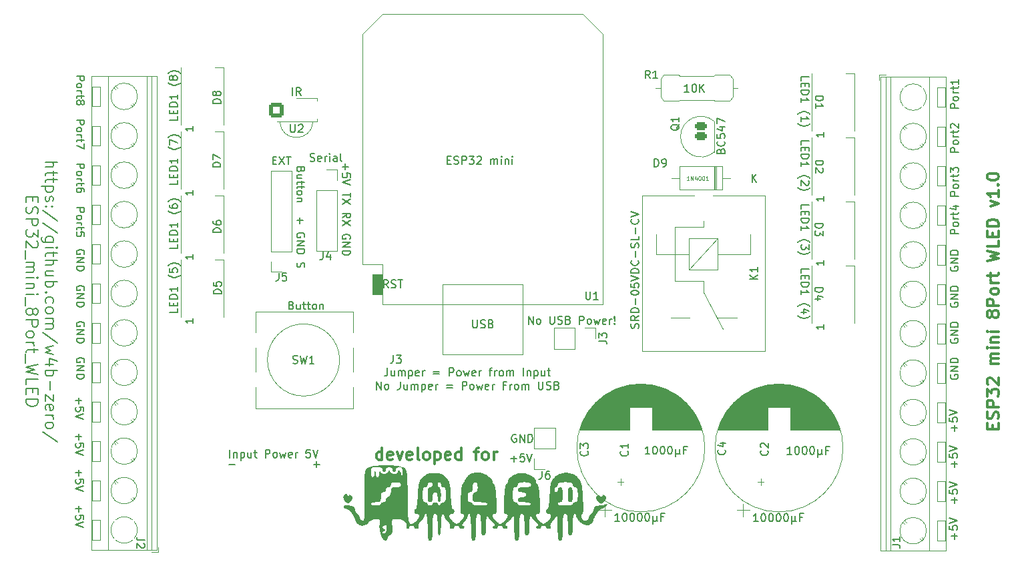
<source format=gto>
G04 #@! TF.GenerationSoftware,KiCad,Pcbnew,7.0.5-4d25ed1034~172~ubuntu22.04.1*
G04 #@! TF.CreationDate,2023-07-02T14:20:33+02:00*
G04 #@! TF.ProjectId,ESP32_mini_8Port_WLED,45535033-325f-46d6-996e-695f38506f72,rev?*
G04 #@! TF.SameCoordinates,Original*
G04 #@! TF.FileFunction,Legend,Top*
G04 #@! TF.FilePolarity,Positive*
%FSLAX46Y46*%
G04 Gerber Fmt 4.6, Leading zero omitted, Abs format (unit mm)*
G04 Created by KiCad (PCBNEW 7.0.5-4d25ed1034~172~ubuntu22.04.1) date 2023-07-02 14:20:33*
%MOMM*%
%LPD*%
G01*
G04 APERTURE LIST*
G04 Aperture macros list*
%AMRoundRect*
0 Rectangle with rounded corners*
0 $1 Rounding radius*
0 $2 $3 $4 $5 $6 $7 $8 $9 X,Y pos of 4 corners*
0 Add a 4 corners polygon primitive as box body*
4,1,4,$2,$3,$4,$5,$6,$7,$8,$9,$2,$3,0*
0 Add four circle primitives for the rounded corners*
1,1,$1+$1,$2,$3*
1,1,$1+$1,$4,$5*
1,1,$1+$1,$6,$7*
1,1,$1+$1,$8,$9*
0 Add four rect primitives between the rounded corners*
20,1,$1+$1,$2,$3,$4,$5,0*
20,1,$1+$1,$4,$5,$6,$7,0*
20,1,$1+$1,$6,$7,$8,$9,0*
20,1,$1+$1,$8,$9,$2,$3,0*%
G04 Aperture macros list end*
%ADD10C,0.150000*%
%ADD11C,0.300000*%
%ADD12C,0.125000*%
%ADD13C,0.187500*%
%ADD14C,0.304800*%
%ADD15C,0.120000*%
%ADD16C,0.100000*%
%ADD17R,1.600000X1.600000*%
%ADD18C,1.600000*%
%ADD19R,2.100000X2.100000*%
%ADD20C,2.100000*%
%ADD21R,1.700000X1.700000*%
%ADD22O,1.700000X1.700000*%
%ADD23C,0.800000*%
%ADD24C,7.000000*%
%ADD25C,1.400000*%
%ADD26O,1.600000X1.600000*%
%ADD27RoundRect,0.250200X-0.649800X-0.649800X0.649800X-0.649800X0.649800X0.649800X-0.649800X0.649800X0*%
%ADD28C,1.800000*%
%ADD29R,0.900000X1.500000*%
%ADD30O,3.048000X1.850000*%
%ADD31R,2.400000X2.400000*%
%ADD32C,2.400000*%
%ADD33R,5.000000X10.000000*%
%ADD34R,2.200000X2.200000*%
%ADD35O,2.200000X2.200000*%
%ADD36C,3.000000*%
%ADD37C,2.500000*%
%ADD38R,1.500000X1.050000*%
%ADD39RoundRect,0.262500X0.487500X-0.262500X0.487500X0.262500X-0.487500X0.262500X-0.487500X-0.262500X0*%
G04 APERTURE END LIST*
D10*
X162069523Y-81034819D02*
X161498095Y-81034819D01*
X161783809Y-81034819D02*
X161783809Y-80034819D01*
X161783809Y-80034819D02*
X161688571Y-80177676D01*
X161688571Y-80177676D02*
X161593333Y-80272914D01*
X161593333Y-80272914D02*
X161498095Y-80320533D01*
X162688571Y-80034819D02*
X162783809Y-80034819D01*
X162783809Y-80034819D02*
X162879047Y-80082438D01*
X162879047Y-80082438D02*
X162926666Y-80130057D01*
X162926666Y-80130057D02*
X162974285Y-80225295D01*
X162974285Y-80225295D02*
X163021904Y-80415771D01*
X163021904Y-80415771D02*
X163021904Y-80653866D01*
X163021904Y-80653866D02*
X162974285Y-80844342D01*
X162974285Y-80844342D02*
X162926666Y-80939580D01*
X162926666Y-80939580D02*
X162879047Y-80987200D01*
X162879047Y-80987200D02*
X162783809Y-81034819D01*
X162783809Y-81034819D02*
X162688571Y-81034819D01*
X162688571Y-81034819D02*
X162593333Y-80987200D01*
X162593333Y-80987200D02*
X162545714Y-80939580D01*
X162545714Y-80939580D02*
X162498095Y-80844342D01*
X162498095Y-80844342D02*
X162450476Y-80653866D01*
X162450476Y-80653866D02*
X162450476Y-80415771D01*
X162450476Y-80415771D02*
X162498095Y-80225295D01*
X162498095Y-80225295D02*
X162545714Y-80130057D01*
X162545714Y-80130057D02*
X162593333Y-80082438D01*
X162593333Y-80082438D02*
X162688571Y-80034819D01*
X163450476Y-81034819D02*
X163450476Y-80034819D01*
X164021904Y-81034819D02*
X163593333Y-80463390D01*
X164021904Y-80034819D02*
X163450476Y-80606247D01*
X170838571Y-135504819D02*
X170267143Y-135504819D01*
X170552857Y-135504819D02*
X170552857Y-134504819D01*
X170552857Y-134504819D02*
X170457619Y-134647676D01*
X170457619Y-134647676D02*
X170362381Y-134742914D01*
X170362381Y-134742914D02*
X170267143Y-134790533D01*
X171457619Y-134504819D02*
X171552857Y-134504819D01*
X171552857Y-134504819D02*
X171648095Y-134552438D01*
X171648095Y-134552438D02*
X171695714Y-134600057D01*
X171695714Y-134600057D02*
X171743333Y-134695295D01*
X171743333Y-134695295D02*
X171790952Y-134885771D01*
X171790952Y-134885771D02*
X171790952Y-135123866D01*
X171790952Y-135123866D02*
X171743333Y-135314342D01*
X171743333Y-135314342D02*
X171695714Y-135409580D01*
X171695714Y-135409580D02*
X171648095Y-135457200D01*
X171648095Y-135457200D02*
X171552857Y-135504819D01*
X171552857Y-135504819D02*
X171457619Y-135504819D01*
X171457619Y-135504819D02*
X171362381Y-135457200D01*
X171362381Y-135457200D02*
X171314762Y-135409580D01*
X171314762Y-135409580D02*
X171267143Y-135314342D01*
X171267143Y-135314342D02*
X171219524Y-135123866D01*
X171219524Y-135123866D02*
X171219524Y-134885771D01*
X171219524Y-134885771D02*
X171267143Y-134695295D01*
X171267143Y-134695295D02*
X171314762Y-134600057D01*
X171314762Y-134600057D02*
X171362381Y-134552438D01*
X171362381Y-134552438D02*
X171457619Y-134504819D01*
X172410000Y-134504819D02*
X172505238Y-134504819D01*
X172505238Y-134504819D02*
X172600476Y-134552438D01*
X172600476Y-134552438D02*
X172648095Y-134600057D01*
X172648095Y-134600057D02*
X172695714Y-134695295D01*
X172695714Y-134695295D02*
X172743333Y-134885771D01*
X172743333Y-134885771D02*
X172743333Y-135123866D01*
X172743333Y-135123866D02*
X172695714Y-135314342D01*
X172695714Y-135314342D02*
X172648095Y-135409580D01*
X172648095Y-135409580D02*
X172600476Y-135457200D01*
X172600476Y-135457200D02*
X172505238Y-135504819D01*
X172505238Y-135504819D02*
X172410000Y-135504819D01*
X172410000Y-135504819D02*
X172314762Y-135457200D01*
X172314762Y-135457200D02*
X172267143Y-135409580D01*
X172267143Y-135409580D02*
X172219524Y-135314342D01*
X172219524Y-135314342D02*
X172171905Y-135123866D01*
X172171905Y-135123866D02*
X172171905Y-134885771D01*
X172171905Y-134885771D02*
X172219524Y-134695295D01*
X172219524Y-134695295D02*
X172267143Y-134600057D01*
X172267143Y-134600057D02*
X172314762Y-134552438D01*
X172314762Y-134552438D02*
X172410000Y-134504819D01*
X173362381Y-134504819D02*
X173457619Y-134504819D01*
X173457619Y-134504819D02*
X173552857Y-134552438D01*
X173552857Y-134552438D02*
X173600476Y-134600057D01*
X173600476Y-134600057D02*
X173648095Y-134695295D01*
X173648095Y-134695295D02*
X173695714Y-134885771D01*
X173695714Y-134885771D02*
X173695714Y-135123866D01*
X173695714Y-135123866D02*
X173648095Y-135314342D01*
X173648095Y-135314342D02*
X173600476Y-135409580D01*
X173600476Y-135409580D02*
X173552857Y-135457200D01*
X173552857Y-135457200D02*
X173457619Y-135504819D01*
X173457619Y-135504819D02*
X173362381Y-135504819D01*
X173362381Y-135504819D02*
X173267143Y-135457200D01*
X173267143Y-135457200D02*
X173219524Y-135409580D01*
X173219524Y-135409580D02*
X173171905Y-135314342D01*
X173171905Y-135314342D02*
X173124286Y-135123866D01*
X173124286Y-135123866D02*
X173124286Y-134885771D01*
X173124286Y-134885771D02*
X173171905Y-134695295D01*
X173171905Y-134695295D02*
X173219524Y-134600057D01*
X173219524Y-134600057D02*
X173267143Y-134552438D01*
X173267143Y-134552438D02*
X173362381Y-134504819D01*
X174314762Y-134504819D02*
X174410000Y-134504819D01*
X174410000Y-134504819D02*
X174505238Y-134552438D01*
X174505238Y-134552438D02*
X174552857Y-134600057D01*
X174552857Y-134600057D02*
X174600476Y-134695295D01*
X174600476Y-134695295D02*
X174648095Y-134885771D01*
X174648095Y-134885771D02*
X174648095Y-135123866D01*
X174648095Y-135123866D02*
X174600476Y-135314342D01*
X174600476Y-135314342D02*
X174552857Y-135409580D01*
X174552857Y-135409580D02*
X174505238Y-135457200D01*
X174505238Y-135457200D02*
X174410000Y-135504819D01*
X174410000Y-135504819D02*
X174314762Y-135504819D01*
X174314762Y-135504819D02*
X174219524Y-135457200D01*
X174219524Y-135457200D02*
X174171905Y-135409580D01*
X174171905Y-135409580D02*
X174124286Y-135314342D01*
X174124286Y-135314342D02*
X174076667Y-135123866D01*
X174076667Y-135123866D02*
X174076667Y-134885771D01*
X174076667Y-134885771D02*
X174124286Y-134695295D01*
X174124286Y-134695295D02*
X174171905Y-134600057D01*
X174171905Y-134600057D02*
X174219524Y-134552438D01*
X174219524Y-134552438D02*
X174314762Y-134504819D01*
X175076667Y-134838152D02*
X175076667Y-135838152D01*
X175552857Y-135361961D02*
X175600476Y-135457200D01*
X175600476Y-135457200D02*
X175695714Y-135504819D01*
X175076667Y-135361961D02*
X175124286Y-135457200D01*
X175124286Y-135457200D02*
X175219524Y-135504819D01*
X175219524Y-135504819D02*
X175410000Y-135504819D01*
X175410000Y-135504819D02*
X175505238Y-135457200D01*
X175505238Y-135457200D02*
X175552857Y-135361961D01*
X175552857Y-135361961D02*
X175552857Y-134838152D01*
X176457619Y-134981009D02*
X176124286Y-134981009D01*
X176124286Y-135504819D02*
X176124286Y-134504819D01*
X176124286Y-134504819D02*
X176600476Y-134504819D01*
X155647200Y-110973332D02*
X155694819Y-110830475D01*
X155694819Y-110830475D02*
X155694819Y-110592380D01*
X155694819Y-110592380D02*
X155647200Y-110497142D01*
X155647200Y-110497142D02*
X155599580Y-110449523D01*
X155599580Y-110449523D02*
X155504342Y-110401904D01*
X155504342Y-110401904D02*
X155409104Y-110401904D01*
X155409104Y-110401904D02*
X155313866Y-110449523D01*
X155313866Y-110449523D02*
X155266247Y-110497142D01*
X155266247Y-110497142D02*
X155218628Y-110592380D01*
X155218628Y-110592380D02*
X155171009Y-110782856D01*
X155171009Y-110782856D02*
X155123390Y-110878094D01*
X155123390Y-110878094D02*
X155075771Y-110925713D01*
X155075771Y-110925713D02*
X154980533Y-110973332D01*
X154980533Y-110973332D02*
X154885295Y-110973332D01*
X154885295Y-110973332D02*
X154790057Y-110925713D01*
X154790057Y-110925713D02*
X154742438Y-110878094D01*
X154742438Y-110878094D02*
X154694819Y-110782856D01*
X154694819Y-110782856D02*
X154694819Y-110544761D01*
X154694819Y-110544761D02*
X154742438Y-110401904D01*
X155694819Y-109401904D02*
X155218628Y-109735237D01*
X155694819Y-109973332D02*
X154694819Y-109973332D01*
X154694819Y-109973332D02*
X154694819Y-109592380D01*
X154694819Y-109592380D02*
X154742438Y-109497142D01*
X154742438Y-109497142D02*
X154790057Y-109449523D01*
X154790057Y-109449523D02*
X154885295Y-109401904D01*
X154885295Y-109401904D02*
X155028152Y-109401904D01*
X155028152Y-109401904D02*
X155123390Y-109449523D01*
X155123390Y-109449523D02*
X155171009Y-109497142D01*
X155171009Y-109497142D02*
X155218628Y-109592380D01*
X155218628Y-109592380D02*
X155218628Y-109973332D01*
X155694819Y-108973332D02*
X154694819Y-108973332D01*
X154694819Y-108973332D02*
X154694819Y-108735237D01*
X154694819Y-108735237D02*
X154742438Y-108592380D01*
X154742438Y-108592380D02*
X154837676Y-108497142D01*
X154837676Y-108497142D02*
X154932914Y-108449523D01*
X154932914Y-108449523D02*
X155123390Y-108401904D01*
X155123390Y-108401904D02*
X155266247Y-108401904D01*
X155266247Y-108401904D02*
X155456723Y-108449523D01*
X155456723Y-108449523D02*
X155551961Y-108497142D01*
X155551961Y-108497142D02*
X155647200Y-108592380D01*
X155647200Y-108592380D02*
X155694819Y-108735237D01*
X155694819Y-108735237D02*
X155694819Y-108973332D01*
X155313866Y-107973332D02*
X155313866Y-107211428D01*
X154694819Y-106544761D02*
X154694819Y-106449523D01*
X154694819Y-106449523D02*
X154742438Y-106354285D01*
X154742438Y-106354285D02*
X154790057Y-106306666D01*
X154790057Y-106306666D02*
X154885295Y-106259047D01*
X154885295Y-106259047D02*
X155075771Y-106211428D01*
X155075771Y-106211428D02*
X155313866Y-106211428D01*
X155313866Y-106211428D02*
X155504342Y-106259047D01*
X155504342Y-106259047D02*
X155599580Y-106306666D01*
X155599580Y-106306666D02*
X155647200Y-106354285D01*
X155647200Y-106354285D02*
X155694819Y-106449523D01*
X155694819Y-106449523D02*
X155694819Y-106544761D01*
X155694819Y-106544761D02*
X155647200Y-106639999D01*
X155647200Y-106639999D02*
X155599580Y-106687618D01*
X155599580Y-106687618D02*
X155504342Y-106735237D01*
X155504342Y-106735237D02*
X155313866Y-106782856D01*
X155313866Y-106782856D02*
X155075771Y-106782856D01*
X155075771Y-106782856D02*
X154885295Y-106735237D01*
X154885295Y-106735237D02*
X154790057Y-106687618D01*
X154790057Y-106687618D02*
X154742438Y-106639999D01*
X154742438Y-106639999D02*
X154694819Y-106544761D01*
X154694819Y-105306666D02*
X154694819Y-105782856D01*
X154694819Y-105782856D02*
X155171009Y-105830475D01*
X155171009Y-105830475D02*
X155123390Y-105782856D01*
X155123390Y-105782856D02*
X155075771Y-105687618D01*
X155075771Y-105687618D02*
X155075771Y-105449523D01*
X155075771Y-105449523D02*
X155123390Y-105354285D01*
X155123390Y-105354285D02*
X155171009Y-105306666D01*
X155171009Y-105306666D02*
X155266247Y-105259047D01*
X155266247Y-105259047D02*
X155504342Y-105259047D01*
X155504342Y-105259047D02*
X155599580Y-105306666D01*
X155599580Y-105306666D02*
X155647200Y-105354285D01*
X155647200Y-105354285D02*
X155694819Y-105449523D01*
X155694819Y-105449523D02*
X155694819Y-105687618D01*
X155694819Y-105687618D02*
X155647200Y-105782856D01*
X155647200Y-105782856D02*
X155599580Y-105830475D01*
X154694819Y-104973332D02*
X155694819Y-104639999D01*
X155694819Y-104639999D02*
X154694819Y-104306666D01*
X155694819Y-103973332D02*
X154694819Y-103973332D01*
X154694819Y-103973332D02*
X154694819Y-103735237D01*
X154694819Y-103735237D02*
X154742438Y-103592380D01*
X154742438Y-103592380D02*
X154837676Y-103497142D01*
X154837676Y-103497142D02*
X154932914Y-103449523D01*
X154932914Y-103449523D02*
X155123390Y-103401904D01*
X155123390Y-103401904D02*
X155266247Y-103401904D01*
X155266247Y-103401904D02*
X155456723Y-103449523D01*
X155456723Y-103449523D02*
X155551961Y-103497142D01*
X155551961Y-103497142D02*
X155647200Y-103592380D01*
X155647200Y-103592380D02*
X155694819Y-103735237D01*
X155694819Y-103735237D02*
X155694819Y-103973332D01*
X155599580Y-102401904D02*
X155647200Y-102449523D01*
X155647200Y-102449523D02*
X155694819Y-102592380D01*
X155694819Y-102592380D02*
X155694819Y-102687618D01*
X155694819Y-102687618D02*
X155647200Y-102830475D01*
X155647200Y-102830475D02*
X155551961Y-102925713D01*
X155551961Y-102925713D02*
X155456723Y-102973332D01*
X155456723Y-102973332D02*
X155266247Y-103020951D01*
X155266247Y-103020951D02*
X155123390Y-103020951D01*
X155123390Y-103020951D02*
X154932914Y-102973332D01*
X154932914Y-102973332D02*
X154837676Y-102925713D01*
X154837676Y-102925713D02*
X154742438Y-102830475D01*
X154742438Y-102830475D02*
X154694819Y-102687618D01*
X154694819Y-102687618D02*
X154694819Y-102592380D01*
X154694819Y-102592380D02*
X154742438Y-102449523D01*
X154742438Y-102449523D02*
X154790057Y-102401904D01*
X155313866Y-101973332D02*
X155313866Y-101211428D01*
X155647200Y-100782856D02*
X155694819Y-100639999D01*
X155694819Y-100639999D02*
X155694819Y-100401904D01*
X155694819Y-100401904D02*
X155647200Y-100306666D01*
X155647200Y-100306666D02*
X155599580Y-100259047D01*
X155599580Y-100259047D02*
X155504342Y-100211428D01*
X155504342Y-100211428D02*
X155409104Y-100211428D01*
X155409104Y-100211428D02*
X155313866Y-100259047D01*
X155313866Y-100259047D02*
X155266247Y-100306666D01*
X155266247Y-100306666D02*
X155218628Y-100401904D01*
X155218628Y-100401904D02*
X155171009Y-100592380D01*
X155171009Y-100592380D02*
X155123390Y-100687618D01*
X155123390Y-100687618D02*
X155075771Y-100735237D01*
X155075771Y-100735237D02*
X154980533Y-100782856D01*
X154980533Y-100782856D02*
X154885295Y-100782856D01*
X154885295Y-100782856D02*
X154790057Y-100735237D01*
X154790057Y-100735237D02*
X154742438Y-100687618D01*
X154742438Y-100687618D02*
X154694819Y-100592380D01*
X154694819Y-100592380D02*
X154694819Y-100354285D01*
X154694819Y-100354285D02*
X154742438Y-100211428D01*
X155694819Y-99306666D02*
X155694819Y-99782856D01*
X155694819Y-99782856D02*
X154694819Y-99782856D01*
X155313866Y-98973332D02*
X155313866Y-98211428D01*
X155599580Y-97163809D02*
X155647200Y-97211428D01*
X155647200Y-97211428D02*
X155694819Y-97354285D01*
X155694819Y-97354285D02*
X155694819Y-97449523D01*
X155694819Y-97449523D02*
X155647200Y-97592380D01*
X155647200Y-97592380D02*
X155551961Y-97687618D01*
X155551961Y-97687618D02*
X155456723Y-97735237D01*
X155456723Y-97735237D02*
X155266247Y-97782856D01*
X155266247Y-97782856D02*
X155123390Y-97782856D01*
X155123390Y-97782856D02*
X154932914Y-97735237D01*
X154932914Y-97735237D02*
X154837676Y-97687618D01*
X154837676Y-97687618D02*
X154742438Y-97592380D01*
X154742438Y-97592380D02*
X154694819Y-97449523D01*
X154694819Y-97449523D02*
X154694819Y-97354285D01*
X154694819Y-97354285D02*
X154742438Y-97211428D01*
X154742438Y-97211428D02*
X154790057Y-97163809D01*
X154694819Y-96878094D02*
X155694819Y-96544761D01*
X155694819Y-96544761D02*
X154694819Y-96211428D01*
X141717619Y-110464819D02*
X141717619Y-109464819D01*
X141717619Y-109464819D02*
X142289047Y-110464819D01*
X142289047Y-110464819D02*
X142289047Y-109464819D01*
X142908095Y-110464819D02*
X142812857Y-110417200D01*
X142812857Y-110417200D02*
X142765238Y-110369580D01*
X142765238Y-110369580D02*
X142717619Y-110274342D01*
X142717619Y-110274342D02*
X142717619Y-109988628D01*
X142717619Y-109988628D02*
X142765238Y-109893390D01*
X142765238Y-109893390D02*
X142812857Y-109845771D01*
X142812857Y-109845771D02*
X142908095Y-109798152D01*
X142908095Y-109798152D02*
X143050952Y-109798152D01*
X143050952Y-109798152D02*
X143146190Y-109845771D01*
X143146190Y-109845771D02*
X143193809Y-109893390D01*
X143193809Y-109893390D02*
X143241428Y-109988628D01*
X143241428Y-109988628D02*
X143241428Y-110274342D01*
X143241428Y-110274342D02*
X143193809Y-110369580D01*
X143193809Y-110369580D02*
X143146190Y-110417200D01*
X143146190Y-110417200D02*
X143050952Y-110464819D01*
X143050952Y-110464819D02*
X142908095Y-110464819D01*
X144431905Y-109464819D02*
X144431905Y-110274342D01*
X144431905Y-110274342D02*
X144479524Y-110369580D01*
X144479524Y-110369580D02*
X144527143Y-110417200D01*
X144527143Y-110417200D02*
X144622381Y-110464819D01*
X144622381Y-110464819D02*
X144812857Y-110464819D01*
X144812857Y-110464819D02*
X144908095Y-110417200D01*
X144908095Y-110417200D02*
X144955714Y-110369580D01*
X144955714Y-110369580D02*
X145003333Y-110274342D01*
X145003333Y-110274342D02*
X145003333Y-109464819D01*
X145431905Y-110417200D02*
X145574762Y-110464819D01*
X145574762Y-110464819D02*
X145812857Y-110464819D01*
X145812857Y-110464819D02*
X145908095Y-110417200D01*
X145908095Y-110417200D02*
X145955714Y-110369580D01*
X145955714Y-110369580D02*
X146003333Y-110274342D01*
X146003333Y-110274342D02*
X146003333Y-110179104D01*
X146003333Y-110179104D02*
X145955714Y-110083866D01*
X145955714Y-110083866D02*
X145908095Y-110036247D01*
X145908095Y-110036247D02*
X145812857Y-109988628D01*
X145812857Y-109988628D02*
X145622381Y-109941009D01*
X145622381Y-109941009D02*
X145527143Y-109893390D01*
X145527143Y-109893390D02*
X145479524Y-109845771D01*
X145479524Y-109845771D02*
X145431905Y-109750533D01*
X145431905Y-109750533D02*
X145431905Y-109655295D01*
X145431905Y-109655295D02*
X145479524Y-109560057D01*
X145479524Y-109560057D02*
X145527143Y-109512438D01*
X145527143Y-109512438D02*
X145622381Y-109464819D01*
X145622381Y-109464819D02*
X145860476Y-109464819D01*
X145860476Y-109464819D02*
X146003333Y-109512438D01*
X146765238Y-109941009D02*
X146908095Y-109988628D01*
X146908095Y-109988628D02*
X146955714Y-110036247D01*
X146955714Y-110036247D02*
X147003333Y-110131485D01*
X147003333Y-110131485D02*
X147003333Y-110274342D01*
X147003333Y-110274342D02*
X146955714Y-110369580D01*
X146955714Y-110369580D02*
X146908095Y-110417200D01*
X146908095Y-110417200D02*
X146812857Y-110464819D01*
X146812857Y-110464819D02*
X146431905Y-110464819D01*
X146431905Y-110464819D02*
X146431905Y-109464819D01*
X146431905Y-109464819D02*
X146765238Y-109464819D01*
X146765238Y-109464819D02*
X146860476Y-109512438D01*
X146860476Y-109512438D02*
X146908095Y-109560057D01*
X146908095Y-109560057D02*
X146955714Y-109655295D01*
X146955714Y-109655295D02*
X146955714Y-109750533D01*
X146955714Y-109750533D02*
X146908095Y-109845771D01*
X146908095Y-109845771D02*
X146860476Y-109893390D01*
X146860476Y-109893390D02*
X146765238Y-109941009D01*
X146765238Y-109941009D02*
X146431905Y-109941009D01*
X148193810Y-110464819D02*
X148193810Y-109464819D01*
X148193810Y-109464819D02*
X148574762Y-109464819D01*
X148574762Y-109464819D02*
X148670000Y-109512438D01*
X148670000Y-109512438D02*
X148717619Y-109560057D01*
X148717619Y-109560057D02*
X148765238Y-109655295D01*
X148765238Y-109655295D02*
X148765238Y-109798152D01*
X148765238Y-109798152D02*
X148717619Y-109893390D01*
X148717619Y-109893390D02*
X148670000Y-109941009D01*
X148670000Y-109941009D02*
X148574762Y-109988628D01*
X148574762Y-109988628D02*
X148193810Y-109988628D01*
X149336667Y-110464819D02*
X149241429Y-110417200D01*
X149241429Y-110417200D02*
X149193810Y-110369580D01*
X149193810Y-110369580D02*
X149146191Y-110274342D01*
X149146191Y-110274342D02*
X149146191Y-109988628D01*
X149146191Y-109988628D02*
X149193810Y-109893390D01*
X149193810Y-109893390D02*
X149241429Y-109845771D01*
X149241429Y-109845771D02*
X149336667Y-109798152D01*
X149336667Y-109798152D02*
X149479524Y-109798152D01*
X149479524Y-109798152D02*
X149574762Y-109845771D01*
X149574762Y-109845771D02*
X149622381Y-109893390D01*
X149622381Y-109893390D02*
X149670000Y-109988628D01*
X149670000Y-109988628D02*
X149670000Y-110274342D01*
X149670000Y-110274342D02*
X149622381Y-110369580D01*
X149622381Y-110369580D02*
X149574762Y-110417200D01*
X149574762Y-110417200D02*
X149479524Y-110464819D01*
X149479524Y-110464819D02*
X149336667Y-110464819D01*
X150003334Y-109798152D02*
X150193810Y-110464819D01*
X150193810Y-110464819D02*
X150384286Y-109988628D01*
X150384286Y-109988628D02*
X150574762Y-110464819D01*
X150574762Y-110464819D02*
X150765238Y-109798152D01*
X151527143Y-110417200D02*
X151431905Y-110464819D01*
X151431905Y-110464819D02*
X151241429Y-110464819D01*
X151241429Y-110464819D02*
X151146191Y-110417200D01*
X151146191Y-110417200D02*
X151098572Y-110321961D01*
X151098572Y-110321961D02*
X151098572Y-109941009D01*
X151098572Y-109941009D02*
X151146191Y-109845771D01*
X151146191Y-109845771D02*
X151241429Y-109798152D01*
X151241429Y-109798152D02*
X151431905Y-109798152D01*
X151431905Y-109798152D02*
X151527143Y-109845771D01*
X151527143Y-109845771D02*
X151574762Y-109941009D01*
X151574762Y-109941009D02*
X151574762Y-110036247D01*
X151574762Y-110036247D02*
X151098572Y-110131485D01*
X152003334Y-110464819D02*
X152003334Y-109798152D01*
X152003334Y-109988628D02*
X152050953Y-109893390D01*
X152050953Y-109893390D02*
X152098572Y-109845771D01*
X152098572Y-109845771D02*
X152193810Y-109798152D01*
X152193810Y-109798152D02*
X152289048Y-109798152D01*
X152622382Y-110369580D02*
X152670001Y-110417200D01*
X152670001Y-110417200D02*
X152622382Y-110464819D01*
X152622382Y-110464819D02*
X152574763Y-110417200D01*
X152574763Y-110417200D02*
X152622382Y-110369580D01*
X152622382Y-110369580D02*
X152622382Y-110464819D01*
X152622382Y-110083866D02*
X152574763Y-109512438D01*
X152574763Y-109512438D02*
X152622382Y-109464819D01*
X152622382Y-109464819D02*
X152670001Y-109512438D01*
X152670001Y-109512438D02*
X152622382Y-110083866D01*
X152622382Y-110083866D02*
X152622382Y-109464819D01*
X176275180Y-103967142D02*
X176275180Y-103490952D01*
X176275180Y-103490952D02*
X177275180Y-103490952D01*
X176798990Y-104300476D02*
X176798990Y-104633809D01*
X176275180Y-104776666D02*
X176275180Y-104300476D01*
X176275180Y-104300476D02*
X177275180Y-104300476D01*
X177275180Y-104300476D02*
X177275180Y-104776666D01*
X176275180Y-105205238D02*
X177275180Y-105205238D01*
X177275180Y-105205238D02*
X177275180Y-105443333D01*
X177275180Y-105443333D02*
X177227561Y-105586190D01*
X177227561Y-105586190D02*
X177132323Y-105681428D01*
X177132323Y-105681428D02*
X177037085Y-105729047D01*
X177037085Y-105729047D02*
X176846609Y-105776666D01*
X176846609Y-105776666D02*
X176703752Y-105776666D01*
X176703752Y-105776666D02*
X176513276Y-105729047D01*
X176513276Y-105729047D02*
X176418038Y-105681428D01*
X176418038Y-105681428D02*
X176322800Y-105586190D01*
X176322800Y-105586190D02*
X176275180Y-105443333D01*
X176275180Y-105443333D02*
X176275180Y-105205238D01*
X176275180Y-106729047D02*
X176275180Y-106157619D01*
X176275180Y-106443333D02*
X177275180Y-106443333D01*
X177275180Y-106443333D02*
X177132323Y-106348095D01*
X177132323Y-106348095D02*
X177037085Y-106252857D01*
X177037085Y-106252857D02*
X176989466Y-106157619D01*
X175894228Y-108205238D02*
X175941847Y-108157619D01*
X175941847Y-108157619D02*
X176084704Y-108062381D01*
X176084704Y-108062381D02*
X176179942Y-108014762D01*
X176179942Y-108014762D02*
X176322800Y-107967143D01*
X176322800Y-107967143D02*
X176560895Y-107919524D01*
X176560895Y-107919524D02*
X176751371Y-107919524D01*
X176751371Y-107919524D02*
X176989466Y-107967143D01*
X176989466Y-107967143D02*
X177132323Y-108014762D01*
X177132323Y-108014762D02*
X177227561Y-108062381D01*
X177227561Y-108062381D02*
X177370419Y-108157619D01*
X177370419Y-108157619D02*
X177418038Y-108205238D01*
X176941847Y-109014762D02*
X176275180Y-109014762D01*
X177322800Y-108776667D02*
X176608514Y-108538572D01*
X176608514Y-108538572D02*
X176608514Y-109157619D01*
X175894228Y-109443334D02*
X175941847Y-109490953D01*
X175941847Y-109490953D02*
X176084704Y-109586191D01*
X176084704Y-109586191D02*
X176179942Y-109633810D01*
X176179942Y-109633810D02*
X176322800Y-109681429D01*
X176322800Y-109681429D02*
X176560895Y-109729048D01*
X176560895Y-109729048D02*
X176751371Y-109729048D01*
X176751371Y-109729048D02*
X176989466Y-109681429D01*
X176989466Y-109681429D02*
X177132323Y-109633810D01*
X177132323Y-109633810D02*
X177227561Y-109586191D01*
X177227561Y-109586191D02*
X177370419Y-109490953D01*
X177370419Y-109490953D02*
X177418038Y-109443334D01*
X123810951Y-116044819D02*
X123810951Y-116759104D01*
X123810951Y-116759104D02*
X123763332Y-116901961D01*
X123763332Y-116901961D02*
X123668094Y-116997200D01*
X123668094Y-116997200D02*
X123525237Y-117044819D01*
X123525237Y-117044819D02*
X123429999Y-117044819D01*
X124715713Y-116378152D02*
X124715713Y-117044819D01*
X124287142Y-116378152D02*
X124287142Y-116901961D01*
X124287142Y-116901961D02*
X124334761Y-116997200D01*
X124334761Y-116997200D02*
X124429999Y-117044819D01*
X124429999Y-117044819D02*
X124572856Y-117044819D01*
X124572856Y-117044819D02*
X124668094Y-116997200D01*
X124668094Y-116997200D02*
X124715713Y-116949580D01*
X125191904Y-117044819D02*
X125191904Y-116378152D01*
X125191904Y-116473390D02*
X125239523Y-116425771D01*
X125239523Y-116425771D02*
X125334761Y-116378152D01*
X125334761Y-116378152D02*
X125477618Y-116378152D01*
X125477618Y-116378152D02*
X125572856Y-116425771D01*
X125572856Y-116425771D02*
X125620475Y-116521009D01*
X125620475Y-116521009D02*
X125620475Y-117044819D01*
X125620475Y-116521009D02*
X125668094Y-116425771D01*
X125668094Y-116425771D02*
X125763332Y-116378152D01*
X125763332Y-116378152D02*
X125906189Y-116378152D01*
X125906189Y-116378152D02*
X126001428Y-116425771D01*
X126001428Y-116425771D02*
X126049047Y-116521009D01*
X126049047Y-116521009D02*
X126049047Y-117044819D01*
X126525237Y-116378152D02*
X126525237Y-117378152D01*
X126525237Y-116425771D02*
X126620475Y-116378152D01*
X126620475Y-116378152D02*
X126810951Y-116378152D01*
X126810951Y-116378152D02*
X126906189Y-116425771D01*
X126906189Y-116425771D02*
X126953808Y-116473390D01*
X126953808Y-116473390D02*
X127001427Y-116568628D01*
X127001427Y-116568628D02*
X127001427Y-116854342D01*
X127001427Y-116854342D02*
X126953808Y-116949580D01*
X126953808Y-116949580D02*
X126906189Y-116997200D01*
X126906189Y-116997200D02*
X126810951Y-117044819D01*
X126810951Y-117044819D02*
X126620475Y-117044819D01*
X126620475Y-117044819D02*
X126525237Y-116997200D01*
X127810951Y-116997200D02*
X127715713Y-117044819D01*
X127715713Y-117044819D02*
X127525237Y-117044819D01*
X127525237Y-117044819D02*
X127429999Y-116997200D01*
X127429999Y-116997200D02*
X127382380Y-116901961D01*
X127382380Y-116901961D02*
X127382380Y-116521009D01*
X127382380Y-116521009D02*
X127429999Y-116425771D01*
X127429999Y-116425771D02*
X127525237Y-116378152D01*
X127525237Y-116378152D02*
X127715713Y-116378152D01*
X127715713Y-116378152D02*
X127810951Y-116425771D01*
X127810951Y-116425771D02*
X127858570Y-116521009D01*
X127858570Y-116521009D02*
X127858570Y-116616247D01*
X127858570Y-116616247D02*
X127382380Y-116711485D01*
X128287142Y-117044819D02*
X128287142Y-116378152D01*
X128287142Y-116568628D02*
X128334761Y-116473390D01*
X128334761Y-116473390D02*
X128382380Y-116425771D01*
X128382380Y-116425771D02*
X128477618Y-116378152D01*
X128477618Y-116378152D02*
X128572856Y-116378152D01*
X129668095Y-116521009D02*
X130430000Y-116521009D01*
X130430000Y-116806723D02*
X129668095Y-116806723D01*
X131668095Y-117044819D02*
X131668095Y-116044819D01*
X131668095Y-116044819D02*
X132049047Y-116044819D01*
X132049047Y-116044819D02*
X132144285Y-116092438D01*
X132144285Y-116092438D02*
X132191904Y-116140057D01*
X132191904Y-116140057D02*
X132239523Y-116235295D01*
X132239523Y-116235295D02*
X132239523Y-116378152D01*
X132239523Y-116378152D02*
X132191904Y-116473390D01*
X132191904Y-116473390D02*
X132144285Y-116521009D01*
X132144285Y-116521009D02*
X132049047Y-116568628D01*
X132049047Y-116568628D02*
X131668095Y-116568628D01*
X132810952Y-117044819D02*
X132715714Y-116997200D01*
X132715714Y-116997200D02*
X132668095Y-116949580D01*
X132668095Y-116949580D02*
X132620476Y-116854342D01*
X132620476Y-116854342D02*
X132620476Y-116568628D01*
X132620476Y-116568628D02*
X132668095Y-116473390D01*
X132668095Y-116473390D02*
X132715714Y-116425771D01*
X132715714Y-116425771D02*
X132810952Y-116378152D01*
X132810952Y-116378152D02*
X132953809Y-116378152D01*
X132953809Y-116378152D02*
X133049047Y-116425771D01*
X133049047Y-116425771D02*
X133096666Y-116473390D01*
X133096666Y-116473390D02*
X133144285Y-116568628D01*
X133144285Y-116568628D02*
X133144285Y-116854342D01*
X133144285Y-116854342D02*
X133096666Y-116949580D01*
X133096666Y-116949580D02*
X133049047Y-116997200D01*
X133049047Y-116997200D02*
X132953809Y-117044819D01*
X132953809Y-117044819D02*
X132810952Y-117044819D01*
X133477619Y-116378152D02*
X133668095Y-117044819D01*
X133668095Y-117044819D02*
X133858571Y-116568628D01*
X133858571Y-116568628D02*
X134049047Y-117044819D01*
X134049047Y-117044819D02*
X134239523Y-116378152D01*
X135001428Y-116997200D02*
X134906190Y-117044819D01*
X134906190Y-117044819D02*
X134715714Y-117044819D01*
X134715714Y-117044819D02*
X134620476Y-116997200D01*
X134620476Y-116997200D02*
X134572857Y-116901961D01*
X134572857Y-116901961D02*
X134572857Y-116521009D01*
X134572857Y-116521009D02*
X134620476Y-116425771D01*
X134620476Y-116425771D02*
X134715714Y-116378152D01*
X134715714Y-116378152D02*
X134906190Y-116378152D01*
X134906190Y-116378152D02*
X135001428Y-116425771D01*
X135001428Y-116425771D02*
X135049047Y-116521009D01*
X135049047Y-116521009D02*
X135049047Y-116616247D01*
X135049047Y-116616247D02*
X134572857Y-116711485D01*
X135477619Y-117044819D02*
X135477619Y-116378152D01*
X135477619Y-116568628D02*
X135525238Y-116473390D01*
X135525238Y-116473390D02*
X135572857Y-116425771D01*
X135572857Y-116425771D02*
X135668095Y-116378152D01*
X135668095Y-116378152D02*
X135763333Y-116378152D01*
X136715715Y-116378152D02*
X137096667Y-116378152D01*
X136858572Y-117044819D02*
X136858572Y-116187676D01*
X136858572Y-116187676D02*
X136906191Y-116092438D01*
X136906191Y-116092438D02*
X137001429Y-116044819D01*
X137001429Y-116044819D02*
X137096667Y-116044819D01*
X137430001Y-117044819D02*
X137430001Y-116378152D01*
X137430001Y-116568628D02*
X137477620Y-116473390D01*
X137477620Y-116473390D02*
X137525239Y-116425771D01*
X137525239Y-116425771D02*
X137620477Y-116378152D01*
X137620477Y-116378152D02*
X137715715Y-116378152D01*
X138191906Y-117044819D02*
X138096668Y-116997200D01*
X138096668Y-116997200D02*
X138049049Y-116949580D01*
X138049049Y-116949580D02*
X138001430Y-116854342D01*
X138001430Y-116854342D02*
X138001430Y-116568628D01*
X138001430Y-116568628D02*
X138049049Y-116473390D01*
X138049049Y-116473390D02*
X138096668Y-116425771D01*
X138096668Y-116425771D02*
X138191906Y-116378152D01*
X138191906Y-116378152D02*
X138334763Y-116378152D01*
X138334763Y-116378152D02*
X138430001Y-116425771D01*
X138430001Y-116425771D02*
X138477620Y-116473390D01*
X138477620Y-116473390D02*
X138525239Y-116568628D01*
X138525239Y-116568628D02*
X138525239Y-116854342D01*
X138525239Y-116854342D02*
X138477620Y-116949580D01*
X138477620Y-116949580D02*
X138430001Y-116997200D01*
X138430001Y-116997200D02*
X138334763Y-117044819D01*
X138334763Y-117044819D02*
X138191906Y-117044819D01*
X138953811Y-117044819D02*
X138953811Y-116378152D01*
X138953811Y-116473390D02*
X139001430Y-116425771D01*
X139001430Y-116425771D02*
X139096668Y-116378152D01*
X139096668Y-116378152D02*
X139239525Y-116378152D01*
X139239525Y-116378152D02*
X139334763Y-116425771D01*
X139334763Y-116425771D02*
X139382382Y-116521009D01*
X139382382Y-116521009D02*
X139382382Y-117044819D01*
X139382382Y-116521009D02*
X139430001Y-116425771D01*
X139430001Y-116425771D02*
X139525239Y-116378152D01*
X139525239Y-116378152D02*
X139668096Y-116378152D01*
X139668096Y-116378152D02*
X139763335Y-116425771D01*
X139763335Y-116425771D02*
X139810954Y-116521009D01*
X139810954Y-116521009D02*
X139810954Y-117044819D01*
X141049049Y-117044819D02*
X141049049Y-116044819D01*
X141525239Y-116378152D02*
X141525239Y-117044819D01*
X141525239Y-116473390D02*
X141572858Y-116425771D01*
X141572858Y-116425771D02*
X141668096Y-116378152D01*
X141668096Y-116378152D02*
X141810953Y-116378152D01*
X141810953Y-116378152D02*
X141906191Y-116425771D01*
X141906191Y-116425771D02*
X141953810Y-116521009D01*
X141953810Y-116521009D02*
X141953810Y-117044819D01*
X142430001Y-116378152D02*
X142430001Y-117378152D01*
X142430001Y-116425771D02*
X142525239Y-116378152D01*
X142525239Y-116378152D02*
X142715715Y-116378152D01*
X142715715Y-116378152D02*
X142810953Y-116425771D01*
X142810953Y-116425771D02*
X142858572Y-116473390D01*
X142858572Y-116473390D02*
X142906191Y-116568628D01*
X142906191Y-116568628D02*
X142906191Y-116854342D01*
X142906191Y-116854342D02*
X142858572Y-116949580D01*
X142858572Y-116949580D02*
X142810953Y-116997200D01*
X142810953Y-116997200D02*
X142715715Y-117044819D01*
X142715715Y-117044819D02*
X142525239Y-117044819D01*
X142525239Y-117044819D02*
X142430001Y-116997200D01*
X143763334Y-116378152D02*
X143763334Y-117044819D01*
X143334763Y-116378152D02*
X143334763Y-116901961D01*
X143334763Y-116901961D02*
X143382382Y-116997200D01*
X143382382Y-116997200D02*
X143477620Y-117044819D01*
X143477620Y-117044819D02*
X143620477Y-117044819D01*
X143620477Y-117044819D02*
X143715715Y-116997200D01*
X143715715Y-116997200D02*
X143763334Y-116949580D01*
X144096668Y-116378152D02*
X144477620Y-116378152D01*
X144239525Y-116044819D02*
X144239525Y-116901961D01*
X144239525Y-116901961D02*
X144287144Y-116997200D01*
X144287144Y-116997200D02*
X144382382Y-117044819D01*
X144382382Y-117044819D02*
X144477620Y-117044819D01*
X176275180Y-79583142D02*
X176275180Y-79106952D01*
X176275180Y-79106952D02*
X177275180Y-79106952D01*
X176798990Y-79916476D02*
X176798990Y-80249809D01*
X176275180Y-80392666D02*
X176275180Y-79916476D01*
X176275180Y-79916476D02*
X177275180Y-79916476D01*
X177275180Y-79916476D02*
X177275180Y-80392666D01*
X176275180Y-80821238D02*
X177275180Y-80821238D01*
X177275180Y-80821238D02*
X177275180Y-81059333D01*
X177275180Y-81059333D02*
X177227561Y-81202190D01*
X177227561Y-81202190D02*
X177132323Y-81297428D01*
X177132323Y-81297428D02*
X177037085Y-81345047D01*
X177037085Y-81345047D02*
X176846609Y-81392666D01*
X176846609Y-81392666D02*
X176703752Y-81392666D01*
X176703752Y-81392666D02*
X176513276Y-81345047D01*
X176513276Y-81345047D02*
X176418038Y-81297428D01*
X176418038Y-81297428D02*
X176322800Y-81202190D01*
X176322800Y-81202190D02*
X176275180Y-81059333D01*
X176275180Y-81059333D02*
X176275180Y-80821238D01*
X176275180Y-82345047D02*
X176275180Y-81773619D01*
X176275180Y-82059333D02*
X177275180Y-82059333D01*
X177275180Y-82059333D02*
X177132323Y-81964095D01*
X177132323Y-81964095D02*
X177037085Y-81868857D01*
X177037085Y-81868857D02*
X176989466Y-81773619D01*
X175894228Y-83821238D02*
X175941847Y-83773619D01*
X175941847Y-83773619D02*
X176084704Y-83678381D01*
X176084704Y-83678381D02*
X176179942Y-83630762D01*
X176179942Y-83630762D02*
X176322800Y-83583143D01*
X176322800Y-83583143D02*
X176560895Y-83535524D01*
X176560895Y-83535524D02*
X176751371Y-83535524D01*
X176751371Y-83535524D02*
X176989466Y-83583143D01*
X176989466Y-83583143D02*
X177132323Y-83630762D01*
X177132323Y-83630762D02*
X177227561Y-83678381D01*
X177227561Y-83678381D02*
X177370419Y-83773619D01*
X177370419Y-83773619D02*
X177418038Y-83821238D01*
X176275180Y-84726000D02*
X176275180Y-84154572D01*
X176275180Y-84440286D02*
X177275180Y-84440286D01*
X177275180Y-84440286D02*
X177132323Y-84345048D01*
X177132323Y-84345048D02*
X177037085Y-84249810D01*
X177037085Y-84249810D02*
X176989466Y-84154572D01*
X175894228Y-85059334D02*
X175941847Y-85106953D01*
X175941847Y-85106953D02*
X176084704Y-85202191D01*
X176084704Y-85202191D02*
X176179942Y-85249810D01*
X176179942Y-85249810D02*
X176322800Y-85297429D01*
X176322800Y-85297429D02*
X176560895Y-85345048D01*
X176560895Y-85345048D02*
X176751371Y-85345048D01*
X176751371Y-85345048D02*
X176989466Y-85297429D01*
X176989466Y-85297429D02*
X177132323Y-85249810D01*
X177132323Y-85249810D02*
X177227561Y-85202191D01*
X177227561Y-85202191D02*
X177370419Y-85106953D01*
X177370419Y-85106953D02*
X177418038Y-85059334D01*
X109288571Y-89701009D02*
X109621904Y-89701009D01*
X109764761Y-90224819D02*
X109288571Y-90224819D01*
X109288571Y-90224819D02*
X109288571Y-89224819D01*
X109288571Y-89224819D02*
X109764761Y-89224819D01*
X110098095Y-89224819D02*
X110764761Y-90224819D01*
X110764761Y-89224819D02*
X110098095Y-90224819D01*
X111002857Y-89224819D02*
X111574285Y-89224819D01*
X111288571Y-90224819D02*
X111288571Y-89224819D01*
X97174819Y-100362857D02*
X97174819Y-100839047D01*
X97174819Y-100839047D02*
X96174819Y-100839047D01*
X96651009Y-100029523D02*
X96651009Y-99696190D01*
X97174819Y-99553333D02*
X97174819Y-100029523D01*
X97174819Y-100029523D02*
X96174819Y-100029523D01*
X96174819Y-100029523D02*
X96174819Y-99553333D01*
X97174819Y-99124761D02*
X96174819Y-99124761D01*
X96174819Y-99124761D02*
X96174819Y-98886666D01*
X96174819Y-98886666D02*
X96222438Y-98743809D01*
X96222438Y-98743809D02*
X96317676Y-98648571D01*
X96317676Y-98648571D02*
X96412914Y-98600952D01*
X96412914Y-98600952D02*
X96603390Y-98553333D01*
X96603390Y-98553333D02*
X96746247Y-98553333D01*
X96746247Y-98553333D02*
X96936723Y-98600952D01*
X96936723Y-98600952D02*
X97031961Y-98648571D01*
X97031961Y-98648571D02*
X97127200Y-98743809D01*
X97127200Y-98743809D02*
X97174819Y-98886666D01*
X97174819Y-98886666D02*
X97174819Y-99124761D01*
X97174819Y-97600952D02*
X97174819Y-98172380D01*
X97174819Y-97886666D02*
X96174819Y-97886666D01*
X96174819Y-97886666D02*
X96317676Y-97981904D01*
X96317676Y-97981904D02*
X96412914Y-98077142D01*
X96412914Y-98077142D02*
X96460533Y-98172380D01*
X97555771Y-96124761D02*
X97508152Y-96172380D01*
X97508152Y-96172380D02*
X97365295Y-96267618D01*
X97365295Y-96267618D02*
X97270057Y-96315237D01*
X97270057Y-96315237D02*
X97127200Y-96362856D01*
X97127200Y-96362856D02*
X96889104Y-96410475D01*
X96889104Y-96410475D02*
X96698628Y-96410475D01*
X96698628Y-96410475D02*
X96460533Y-96362856D01*
X96460533Y-96362856D02*
X96317676Y-96315237D01*
X96317676Y-96315237D02*
X96222438Y-96267618D01*
X96222438Y-96267618D02*
X96079580Y-96172380D01*
X96079580Y-96172380D02*
X96031961Y-96124761D01*
X96174819Y-95315237D02*
X96174819Y-95505713D01*
X96174819Y-95505713D02*
X96222438Y-95600951D01*
X96222438Y-95600951D02*
X96270057Y-95648570D01*
X96270057Y-95648570D02*
X96412914Y-95743808D01*
X96412914Y-95743808D02*
X96603390Y-95791427D01*
X96603390Y-95791427D02*
X96984342Y-95791427D01*
X96984342Y-95791427D02*
X97079580Y-95743808D01*
X97079580Y-95743808D02*
X97127200Y-95696189D01*
X97127200Y-95696189D02*
X97174819Y-95600951D01*
X97174819Y-95600951D02*
X97174819Y-95410475D01*
X97174819Y-95410475D02*
X97127200Y-95315237D01*
X97127200Y-95315237D02*
X97079580Y-95267618D01*
X97079580Y-95267618D02*
X96984342Y-95219999D01*
X96984342Y-95219999D02*
X96746247Y-95219999D01*
X96746247Y-95219999D02*
X96651009Y-95267618D01*
X96651009Y-95267618D02*
X96603390Y-95315237D01*
X96603390Y-95315237D02*
X96555771Y-95410475D01*
X96555771Y-95410475D02*
X96555771Y-95600951D01*
X96555771Y-95600951D02*
X96603390Y-95696189D01*
X96603390Y-95696189D02*
X96651009Y-95743808D01*
X96651009Y-95743808D02*
X96746247Y-95791427D01*
X97555771Y-94886665D02*
X97508152Y-94839046D01*
X97508152Y-94839046D02*
X97365295Y-94743808D01*
X97365295Y-94743808D02*
X97270057Y-94696189D01*
X97270057Y-94696189D02*
X97127200Y-94648570D01*
X97127200Y-94648570D02*
X96889104Y-94600951D01*
X96889104Y-94600951D02*
X96698628Y-94600951D01*
X96698628Y-94600951D02*
X96460533Y-94648570D01*
X96460533Y-94648570D02*
X96317676Y-94696189D01*
X96317676Y-94696189D02*
X96222438Y-94743808D01*
X96222438Y-94743808D02*
X96079580Y-94839046D01*
X96079580Y-94839046D02*
X96031961Y-94886665D01*
D11*
X200575114Y-123765489D02*
X200575114Y-123265489D01*
X201360828Y-123051203D02*
X201360828Y-123765489D01*
X201360828Y-123765489D02*
X199860828Y-123765489D01*
X199860828Y-123765489D02*
X199860828Y-123051203D01*
X201289400Y-122479774D02*
X201360828Y-122265489D01*
X201360828Y-122265489D02*
X201360828Y-121908346D01*
X201360828Y-121908346D02*
X201289400Y-121765489D01*
X201289400Y-121765489D02*
X201217971Y-121694060D01*
X201217971Y-121694060D02*
X201075114Y-121622631D01*
X201075114Y-121622631D02*
X200932257Y-121622631D01*
X200932257Y-121622631D02*
X200789400Y-121694060D01*
X200789400Y-121694060D02*
X200717971Y-121765489D01*
X200717971Y-121765489D02*
X200646542Y-121908346D01*
X200646542Y-121908346D02*
X200575114Y-122194060D01*
X200575114Y-122194060D02*
X200503685Y-122336917D01*
X200503685Y-122336917D02*
X200432257Y-122408346D01*
X200432257Y-122408346D02*
X200289400Y-122479774D01*
X200289400Y-122479774D02*
X200146542Y-122479774D01*
X200146542Y-122479774D02*
X200003685Y-122408346D01*
X200003685Y-122408346D02*
X199932257Y-122336917D01*
X199932257Y-122336917D02*
X199860828Y-122194060D01*
X199860828Y-122194060D02*
X199860828Y-121836917D01*
X199860828Y-121836917D02*
X199932257Y-121622631D01*
X201360828Y-120979775D02*
X199860828Y-120979775D01*
X199860828Y-120979775D02*
X199860828Y-120408346D01*
X199860828Y-120408346D02*
X199932257Y-120265489D01*
X199932257Y-120265489D02*
X200003685Y-120194060D01*
X200003685Y-120194060D02*
X200146542Y-120122632D01*
X200146542Y-120122632D02*
X200360828Y-120122632D01*
X200360828Y-120122632D02*
X200503685Y-120194060D01*
X200503685Y-120194060D02*
X200575114Y-120265489D01*
X200575114Y-120265489D02*
X200646542Y-120408346D01*
X200646542Y-120408346D02*
X200646542Y-120979775D01*
X199860828Y-119622632D02*
X199860828Y-118694060D01*
X199860828Y-118694060D02*
X200432257Y-119194060D01*
X200432257Y-119194060D02*
X200432257Y-118979775D01*
X200432257Y-118979775D02*
X200503685Y-118836918D01*
X200503685Y-118836918D02*
X200575114Y-118765489D01*
X200575114Y-118765489D02*
X200717971Y-118694060D01*
X200717971Y-118694060D02*
X201075114Y-118694060D01*
X201075114Y-118694060D02*
X201217971Y-118765489D01*
X201217971Y-118765489D02*
X201289400Y-118836918D01*
X201289400Y-118836918D02*
X201360828Y-118979775D01*
X201360828Y-118979775D02*
X201360828Y-119408346D01*
X201360828Y-119408346D02*
X201289400Y-119551203D01*
X201289400Y-119551203D02*
X201217971Y-119622632D01*
X200003685Y-118122632D02*
X199932257Y-118051204D01*
X199932257Y-118051204D02*
X199860828Y-117908347D01*
X199860828Y-117908347D02*
X199860828Y-117551204D01*
X199860828Y-117551204D02*
X199932257Y-117408347D01*
X199932257Y-117408347D02*
X200003685Y-117336918D01*
X200003685Y-117336918D02*
X200146542Y-117265489D01*
X200146542Y-117265489D02*
X200289400Y-117265489D01*
X200289400Y-117265489D02*
X200503685Y-117336918D01*
X200503685Y-117336918D02*
X201360828Y-118194061D01*
X201360828Y-118194061D02*
X201360828Y-117265489D01*
X201360828Y-115479776D02*
X200360828Y-115479776D01*
X200503685Y-115479776D02*
X200432257Y-115408347D01*
X200432257Y-115408347D02*
X200360828Y-115265490D01*
X200360828Y-115265490D02*
X200360828Y-115051204D01*
X200360828Y-115051204D02*
X200432257Y-114908347D01*
X200432257Y-114908347D02*
X200575114Y-114836919D01*
X200575114Y-114836919D02*
X201360828Y-114836919D01*
X200575114Y-114836919D02*
X200432257Y-114765490D01*
X200432257Y-114765490D02*
X200360828Y-114622633D01*
X200360828Y-114622633D02*
X200360828Y-114408347D01*
X200360828Y-114408347D02*
X200432257Y-114265490D01*
X200432257Y-114265490D02*
X200575114Y-114194061D01*
X200575114Y-114194061D02*
X201360828Y-114194061D01*
X201360828Y-113479776D02*
X200360828Y-113479776D01*
X199860828Y-113479776D02*
X199932257Y-113551204D01*
X199932257Y-113551204D02*
X200003685Y-113479776D01*
X200003685Y-113479776D02*
X199932257Y-113408347D01*
X199932257Y-113408347D02*
X199860828Y-113479776D01*
X199860828Y-113479776D02*
X200003685Y-113479776D01*
X200360828Y-112765490D02*
X201360828Y-112765490D01*
X200503685Y-112765490D02*
X200432257Y-112694061D01*
X200432257Y-112694061D02*
X200360828Y-112551204D01*
X200360828Y-112551204D02*
X200360828Y-112336918D01*
X200360828Y-112336918D02*
X200432257Y-112194061D01*
X200432257Y-112194061D02*
X200575114Y-112122633D01*
X200575114Y-112122633D02*
X201360828Y-112122633D01*
X201360828Y-111408347D02*
X200360828Y-111408347D01*
X199860828Y-111408347D02*
X199932257Y-111479775D01*
X199932257Y-111479775D02*
X200003685Y-111408347D01*
X200003685Y-111408347D02*
X199932257Y-111336918D01*
X199932257Y-111336918D02*
X199860828Y-111408347D01*
X199860828Y-111408347D02*
X200003685Y-111408347D01*
X200503685Y-109336918D02*
X200432257Y-109479775D01*
X200432257Y-109479775D02*
X200360828Y-109551204D01*
X200360828Y-109551204D02*
X200217971Y-109622632D01*
X200217971Y-109622632D02*
X200146542Y-109622632D01*
X200146542Y-109622632D02*
X200003685Y-109551204D01*
X200003685Y-109551204D02*
X199932257Y-109479775D01*
X199932257Y-109479775D02*
X199860828Y-109336918D01*
X199860828Y-109336918D02*
X199860828Y-109051204D01*
X199860828Y-109051204D02*
X199932257Y-108908347D01*
X199932257Y-108908347D02*
X200003685Y-108836918D01*
X200003685Y-108836918D02*
X200146542Y-108765489D01*
X200146542Y-108765489D02*
X200217971Y-108765489D01*
X200217971Y-108765489D02*
X200360828Y-108836918D01*
X200360828Y-108836918D02*
X200432257Y-108908347D01*
X200432257Y-108908347D02*
X200503685Y-109051204D01*
X200503685Y-109051204D02*
X200503685Y-109336918D01*
X200503685Y-109336918D02*
X200575114Y-109479775D01*
X200575114Y-109479775D02*
X200646542Y-109551204D01*
X200646542Y-109551204D02*
X200789400Y-109622632D01*
X200789400Y-109622632D02*
X201075114Y-109622632D01*
X201075114Y-109622632D02*
X201217971Y-109551204D01*
X201217971Y-109551204D02*
X201289400Y-109479775D01*
X201289400Y-109479775D02*
X201360828Y-109336918D01*
X201360828Y-109336918D02*
X201360828Y-109051204D01*
X201360828Y-109051204D02*
X201289400Y-108908347D01*
X201289400Y-108908347D02*
X201217971Y-108836918D01*
X201217971Y-108836918D02*
X201075114Y-108765489D01*
X201075114Y-108765489D02*
X200789400Y-108765489D01*
X200789400Y-108765489D02*
X200646542Y-108836918D01*
X200646542Y-108836918D02*
X200575114Y-108908347D01*
X200575114Y-108908347D02*
X200503685Y-109051204D01*
X201360828Y-108122633D02*
X199860828Y-108122633D01*
X199860828Y-108122633D02*
X199860828Y-107551204D01*
X199860828Y-107551204D02*
X199932257Y-107408347D01*
X199932257Y-107408347D02*
X200003685Y-107336918D01*
X200003685Y-107336918D02*
X200146542Y-107265490D01*
X200146542Y-107265490D02*
X200360828Y-107265490D01*
X200360828Y-107265490D02*
X200503685Y-107336918D01*
X200503685Y-107336918D02*
X200575114Y-107408347D01*
X200575114Y-107408347D02*
X200646542Y-107551204D01*
X200646542Y-107551204D02*
X200646542Y-108122633D01*
X201360828Y-106408347D02*
X201289400Y-106551204D01*
X201289400Y-106551204D02*
X201217971Y-106622633D01*
X201217971Y-106622633D02*
X201075114Y-106694061D01*
X201075114Y-106694061D02*
X200646542Y-106694061D01*
X200646542Y-106694061D02*
X200503685Y-106622633D01*
X200503685Y-106622633D02*
X200432257Y-106551204D01*
X200432257Y-106551204D02*
X200360828Y-106408347D01*
X200360828Y-106408347D02*
X200360828Y-106194061D01*
X200360828Y-106194061D02*
X200432257Y-106051204D01*
X200432257Y-106051204D02*
X200503685Y-105979776D01*
X200503685Y-105979776D02*
X200646542Y-105908347D01*
X200646542Y-105908347D02*
X201075114Y-105908347D01*
X201075114Y-105908347D02*
X201217971Y-105979776D01*
X201217971Y-105979776D02*
X201289400Y-106051204D01*
X201289400Y-106051204D02*
X201360828Y-106194061D01*
X201360828Y-106194061D02*
X201360828Y-106408347D01*
X201360828Y-105265490D02*
X200360828Y-105265490D01*
X200646542Y-105265490D02*
X200503685Y-105194061D01*
X200503685Y-105194061D02*
X200432257Y-105122633D01*
X200432257Y-105122633D02*
X200360828Y-104979775D01*
X200360828Y-104979775D02*
X200360828Y-104836918D01*
X200360828Y-104551204D02*
X200360828Y-103979776D01*
X199860828Y-104336919D02*
X201146542Y-104336919D01*
X201146542Y-104336919D02*
X201289400Y-104265490D01*
X201289400Y-104265490D02*
X201360828Y-104122633D01*
X201360828Y-104122633D02*
X201360828Y-103979776D01*
X199860828Y-102479776D02*
X201360828Y-102122633D01*
X201360828Y-102122633D02*
X200289400Y-101836919D01*
X200289400Y-101836919D02*
X201360828Y-101551204D01*
X201360828Y-101551204D02*
X199860828Y-101194062D01*
X201360828Y-99908347D02*
X201360828Y-100622633D01*
X201360828Y-100622633D02*
X199860828Y-100622633D01*
X200575114Y-99408347D02*
X200575114Y-98908347D01*
X201360828Y-98694061D02*
X201360828Y-99408347D01*
X201360828Y-99408347D02*
X199860828Y-99408347D01*
X199860828Y-99408347D02*
X199860828Y-98694061D01*
X201360828Y-98051204D02*
X199860828Y-98051204D01*
X199860828Y-98051204D02*
X199860828Y-97694061D01*
X199860828Y-97694061D02*
X199932257Y-97479775D01*
X199932257Y-97479775D02*
X200075114Y-97336918D01*
X200075114Y-97336918D02*
X200217971Y-97265489D01*
X200217971Y-97265489D02*
X200503685Y-97194061D01*
X200503685Y-97194061D02*
X200717971Y-97194061D01*
X200717971Y-97194061D02*
X201003685Y-97265489D01*
X201003685Y-97265489D02*
X201146542Y-97336918D01*
X201146542Y-97336918D02*
X201289400Y-97479775D01*
X201289400Y-97479775D02*
X201360828Y-97694061D01*
X201360828Y-97694061D02*
X201360828Y-98051204D01*
X200360828Y-95551204D02*
X201360828Y-95194061D01*
X201360828Y-95194061D02*
X200360828Y-94836918D01*
X201360828Y-93479775D02*
X201360828Y-94336918D01*
X201360828Y-93908347D02*
X199860828Y-93908347D01*
X199860828Y-93908347D02*
X200075114Y-94051204D01*
X200075114Y-94051204D02*
X200217971Y-94194061D01*
X200217971Y-94194061D02*
X200289400Y-94336918D01*
X201217971Y-92836919D02*
X201289400Y-92765490D01*
X201289400Y-92765490D02*
X201360828Y-92836919D01*
X201360828Y-92836919D02*
X201289400Y-92908347D01*
X201289400Y-92908347D02*
X201217971Y-92836919D01*
X201217971Y-92836919D02*
X201360828Y-92836919D01*
X199860828Y-91836918D02*
X199860828Y-91694061D01*
X199860828Y-91694061D02*
X199932257Y-91551204D01*
X199932257Y-91551204D02*
X200003685Y-91479776D01*
X200003685Y-91479776D02*
X200146542Y-91408347D01*
X200146542Y-91408347D02*
X200432257Y-91336918D01*
X200432257Y-91336918D02*
X200789400Y-91336918D01*
X200789400Y-91336918D02*
X201075114Y-91408347D01*
X201075114Y-91408347D02*
X201217971Y-91479776D01*
X201217971Y-91479776D02*
X201289400Y-91551204D01*
X201289400Y-91551204D02*
X201360828Y-91694061D01*
X201360828Y-91694061D02*
X201360828Y-91836918D01*
X201360828Y-91836918D02*
X201289400Y-91979776D01*
X201289400Y-91979776D02*
X201217971Y-92051204D01*
X201217971Y-92051204D02*
X201075114Y-92122633D01*
X201075114Y-92122633D02*
X200789400Y-92194061D01*
X200789400Y-92194061D02*
X200432257Y-92194061D01*
X200432257Y-92194061D02*
X200146542Y-92122633D01*
X200146542Y-92122633D02*
X200003685Y-92051204D01*
X200003685Y-92051204D02*
X199932257Y-91979776D01*
X199932257Y-91979776D02*
X199860828Y-91836918D01*
D10*
X153238571Y-135454819D02*
X152667143Y-135454819D01*
X152952857Y-135454819D02*
X152952857Y-134454819D01*
X152952857Y-134454819D02*
X152857619Y-134597676D01*
X152857619Y-134597676D02*
X152762381Y-134692914D01*
X152762381Y-134692914D02*
X152667143Y-134740533D01*
X153857619Y-134454819D02*
X153952857Y-134454819D01*
X153952857Y-134454819D02*
X154048095Y-134502438D01*
X154048095Y-134502438D02*
X154095714Y-134550057D01*
X154095714Y-134550057D02*
X154143333Y-134645295D01*
X154143333Y-134645295D02*
X154190952Y-134835771D01*
X154190952Y-134835771D02*
X154190952Y-135073866D01*
X154190952Y-135073866D02*
X154143333Y-135264342D01*
X154143333Y-135264342D02*
X154095714Y-135359580D01*
X154095714Y-135359580D02*
X154048095Y-135407200D01*
X154048095Y-135407200D02*
X153952857Y-135454819D01*
X153952857Y-135454819D02*
X153857619Y-135454819D01*
X153857619Y-135454819D02*
X153762381Y-135407200D01*
X153762381Y-135407200D02*
X153714762Y-135359580D01*
X153714762Y-135359580D02*
X153667143Y-135264342D01*
X153667143Y-135264342D02*
X153619524Y-135073866D01*
X153619524Y-135073866D02*
X153619524Y-134835771D01*
X153619524Y-134835771D02*
X153667143Y-134645295D01*
X153667143Y-134645295D02*
X153714762Y-134550057D01*
X153714762Y-134550057D02*
X153762381Y-134502438D01*
X153762381Y-134502438D02*
X153857619Y-134454819D01*
X154810000Y-134454819D02*
X154905238Y-134454819D01*
X154905238Y-134454819D02*
X155000476Y-134502438D01*
X155000476Y-134502438D02*
X155048095Y-134550057D01*
X155048095Y-134550057D02*
X155095714Y-134645295D01*
X155095714Y-134645295D02*
X155143333Y-134835771D01*
X155143333Y-134835771D02*
X155143333Y-135073866D01*
X155143333Y-135073866D02*
X155095714Y-135264342D01*
X155095714Y-135264342D02*
X155048095Y-135359580D01*
X155048095Y-135359580D02*
X155000476Y-135407200D01*
X155000476Y-135407200D02*
X154905238Y-135454819D01*
X154905238Y-135454819D02*
X154810000Y-135454819D01*
X154810000Y-135454819D02*
X154714762Y-135407200D01*
X154714762Y-135407200D02*
X154667143Y-135359580D01*
X154667143Y-135359580D02*
X154619524Y-135264342D01*
X154619524Y-135264342D02*
X154571905Y-135073866D01*
X154571905Y-135073866D02*
X154571905Y-134835771D01*
X154571905Y-134835771D02*
X154619524Y-134645295D01*
X154619524Y-134645295D02*
X154667143Y-134550057D01*
X154667143Y-134550057D02*
X154714762Y-134502438D01*
X154714762Y-134502438D02*
X154810000Y-134454819D01*
X155762381Y-134454819D02*
X155857619Y-134454819D01*
X155857619Y-134454819D02*
X155952857Y-134502438D01*
X155952857Y-134502438D02*
X156000476Y-134550057D01*
X156000476Y-134550057D02*
X156048095Y-134645295D01*
X156048095Y-134645295D02*
X156095714Y-134835771D01*
X156095714Y-134835771D02*
X156095714Y-135073866D01*
X156095714Y-135073866D02*
X156048095Y-135264342D01*
X156048095Y-135264342D02*
X156000476Y-135359580D01*
X156000476Y-135359580D02*
X155952857Y-135407200D01*
X155952857Y-135407200D02*
X155857619Y-135454819D01*
X155857619Y-135454819D02*
X155762381Y-135454819D01*
X155762381Y-135454819D02*
X155667143Y-135407200D01*
X155667143Y-135407200D02*
X155619524Y-135359580D01*
X155619524Y-135359580D02*
X155571905Y-135264342D01*
X155571905Y-135264342D02*
X155524286Y-135073866D01*
X155524286Y-135073866D02*
X155524286Y-134835771D01*
X155524286Y-134835771D02*
X155571905Y-134645295D01*
X155571905Y-134645295D02*
X155619524Y-134550057D01*
X155619524Y-134550057D02*
X155667143Y-134502438D01*
X155667143Y-134502438D02*
X155762381Y-134454819D01*
X156714762Y-134454819D02*
X156810000Y-134454819D01*
X156810000Y-134454819D02*
X156905238Y-134502438D01*
X156905238Y-134502438D02*
X156952857Y-134550057D01*
X156952857Y-134550057D02*
X157000476Y-134645295D01*
X157000476Y-134645295D02*
X157048095Y-134835771D01*
X157048095Y-134835771D02*
X157048095Y-135073866D01*
X157048095Y-135073866D02*
X157000476Y-135264342D01*
X157000476Y-135264342D02*
X156952857Y-135359580D01*
X156952857Y-135359580D02*
X156905238Y-135407200D01*
X156905238Y-135407200D02*
X156810000Y-135454819D01*
X156810000Y-135454819D02*
X156714762Y-135454819D01*
X156714762Y-135454819D02*
X156619524Y-135407200D01*
X156619524Y-135407200D02*
X156571905Y-135359580D01*
X156571905Y-135359580D02*
X156524286Y-135264342D01*
X156524286Y-135264342D02*
X156476667Y-135073866D01*
X156476667Y-135073866D02*
X156476667Y-134835771D01*
X156476667Y-134835771D02*
X156524286Y-134645295D01*
X156524286Y-134645295D02*
X156571905Y-134550057D01*
X156571905Y-134550057D02*
X156619524Y-134502438D01*
X156619524Y-134502438D02*
X156714762Y-134454819D01*
X157476667Y-134788152D02*
X157476667Y-135788152D01*
X157952857Y-135311961D02*
X158000476Y-135407200D01*
X158000476Y-135407200D02*
X158095714Y-135454819D01*
X157476667Y-135311961D02*
X157524286Y-135407200D01*
X157524286Y-135407200D02*
X157619524Y-135454819D01*
X157619524Y-135454819D02*
X157810000Y-135454819D01*
X157810000Y-135454819D02*
X157905238Y-135407200D01*
X157905238Y-135407200D02*
X157952857Y-135311961D01*
X157952857Y-135311961D02*
X157952857Y-134788152D01*
X158857619Y-134931009D02*
X158524286Y-134931009D01*
X158524286Y-135454819D02*
X158524286Y-134454819D01*
X158524286Y-134454819D02*
X159000476Y-134454819D01*
X124546666Y-114424819D02*
X124546666Y-115139104D01*
X124546666Y-115139104D02*
X124499047Y-115281961D01*
X124499047Y-115281961D02*
X124403809Y-115377200D01*
X124403809Y-115377200D02*
X124260952Y-115424819D01*
X124260952Y-115424819D02*
X124165714Y-115424819D01*
X124927619Y-114424819D02*
X125546666Y-114424819D01*
X125546666Y-114424819D02*
X125213333Y-114805771D01*
X125213333Y-114805771D02*
X125356190Y-114805771D01*
X125356190Y-114805771D02*
X125451428Y-114853390D01*
X125451428Y-114853390D02*
X125499047Y-114901009D01*
X125499047Y-114901009D02*
X125546666Y-114996247D01*
X125546666Y-114996247D02*
X125546666Y-115234342D01*
X125546666Y-115234342D02*
X125499047Y-115329580D01*
X125499047Y-115329580D02*
X125451428Y-115377200D01*
X125451428Y-115377200D02*
X125356190Y-115424819D01*
X125356190Y-115424819D02*
X125070476Y-115424819D01*
X125070476Y-115424819D02*
X124975238Y-115377200D01*
X124975238Y-115377200D02*
X124927619Y-115329580D01*
X122456189Y-118764819D02*
X122456189Y-117764819D01*
X122456189Y-117764819D02*
X123027617Y-118764819D01*
X123027617Y-118764819D02*
X123027617Y-117764819D01*
X123646665Y-118764819D02*
X123551427Y-118717200D01*
X123551427Y-118717200D02*
X123503808Y-118669580D01*
X123503808Y-118669580D02*
X123456189Y-118574342D01*
X123456189Y-118574342D02*
X123456189Y-118288628D01*
X123456189Y-118288628D02*
X123503808Y-118193390D01*
X123503808Y-118193390D02*
X123551427Y-118145771D01*
X123551427Y-118145771D02*
X123646665Y-118098152D01*
X123646665Y-118098152D02*
X123789522Y-118098152D01*
X123789522Y-118098152D02*
X123884760Y-118145771D01*
X123884760Y-118145771D02*
X123932379Y-118193390D01*
X123932379Y-118193390D02*
X123979998Y-118288628D01*
X123979998Y-118288628D02*
X123979998Y-118574342D01*
X123979998Y-118574342D02*
X123932379Y-118669580D01*
X123932379Y-118669580D02*
X123884760Y-118717200D01*
X123884760Y-118717200D02*
X123789522Y-118764819D01*
X123789522Y-118764819D02*
X123646665Y-118764819D01*
X125456189Y-117764819D02*
X125456189Y-118479104D01*
X125456189Y-118479104D02*
X125408570Y-118621961D01*
X125408570Y-118621961D02*
X125313332Y-118717200D01*
X125313332Y-118717200D02*
X125170475Y-118764819D01*
X125170475Y-118764819D02*
X125075237Y-118764819D01*
X126360951Y-118098152D02*
X126360951Y-118764819D01*
X125932380Y-118098152D02*
X125932380Y-118621961D01*
X125932380Y-118621961D02*
X125979999Y-118717200D01*
X125979999Y-118717200D02*
X126075237Y-118764819D01*
X126075237Y-118764819D02*
X126218094Y-118764819D01*
X126218094Y-118764819D02*
X126313332Y-118717200D01*
X126313332Y-118717200D02*
X126360951Y-118669580D01*
X126837142Y-118764819D02*
X126837142Y-118098152D01*
X126837142Y-118193390D02*
X126884761Y-118145771D01*
X126884761Y-118145771D02*
X126979999Y-118098152D01*
X126979999Y-118098152D02*
X127122856Y-118098152D01*
X127122856Y-118098152D02*
X127218094Y-118145771D01*
X127218094Y-118145771D02*
X127265713Y-118241009D01*
X127265713Y-118241009D02*
X127265713Y-118764819D01*
X127265713Y-118241009D02*
X127313332Y-118145771D01*
X127313332Y-118145771D02*
X127408570Y-118098152D01*
X127408570Y-118098152D02*
X127551427Y-118098152D01*
X127551427Y-118098152D02*
X127646666Y-118145771D01*
X127646666Y-118145771D02*
X127694285Y-118241009D01*
X127694285Y-118241009D02*
X127694285Y-118764819D01*
X128170475Y-118098152D02*
X128170475Y-119098152D01*
X128170475Y-118145771D02*
X128265713Y-118098152D01*
X128265713Y-118098152D02*
X128456189Y-118098152D01*
X128456189Y-118098152D02*
X128551427Y-118145771D01*
X128551427Y-118145771D02*
X128599046Y-118193390D01*
X128599046Y-118193390D02*
X128646665Y-118288628D01*
X128646665Y-118288628D02*
X128646665Y-118574342D01*
X128646665Y-118574342D02*
X128599046Y-118669580D01*
X128599046Y-118669580D02*
X128551427Y-118717200D01*
X128551427Y-118717200D02*
X128456189Y-118764819D01*
X128456189Y-118764819D02*
X128265713Y-118764819D01*
X128265713Y-118764819D02*
X128170475Y-118717200D01*
X129456189Y-118717200D02*
X129360951Y-118764819D01*
X129360951Y-118764819D02*
X129170475Y-118764819D01*
X129170475Y-118764819D02*
X129075237Y-118717200D01*
X129075237Y-118717200D02*
X129027618Y-118621961D01*
X129027618Y-118621961D02*
X129027618Y-118241009D01*
X129027618Y-118241009D02*
X129075237Y-118145771D01*
X129075237Y-118145771D02*
X129170475Y-118098152D01*
X129170475Y-118098152D02*
X129360951Y-118098152D01*
X129360951Y-118098152D02*
X129456189Y-118145771D01*
X129456189Y-118145771D02*
X129503808Y-118241009D01*
X129503808Y-118241009D02*
X129503808Y-118336247D01*
X129503808Y-118336247D02*
X129027618Y-118431485D01*
X129932380Y-118764819D02*
X129932380Y-118098152D01*
X129932380Y-118288628D02*
X129979999Y-118193390D01*
X129979999Y-118193390D02*
X130027618Y-118145771D01*
X130027618Y-118145771D02*
X130122856Y-118098152D01*
X130122856Y-118098152D02*
X130218094Y-118098152D01*
X131313333Y-118241009D02*
X132075238Y-118241009D01*
X132075238Y-118526723D02*
X131313333Y-118526723D01*
X133313333Y-118764819D02*
X133313333Y-117764819D01*
X133313333Y-117764819D02*
X133694285Y-117764819D01*
X133694285Y-117764819D02*
X133789523Y-117812438D01*
X133789523Y-117812438D02*
X133837142Y-117860057D01*
X133837142Y-117860057D02*
X133884761Y-117955295D01*
X133884761Y-117955295D02*
X133884761Y-118098152D01*
X133884761Y-118098152D02*
X133837142Y-118193390D01*
X133837142Y-118193390D02*
X133789523Y-118241009D01*
X133789523Y-118241009D02*
X133694285Y-118288628D01*
X133694285Y-118288628D02*
X133313333Y-118288628D01*
X134456190Y-118764819D02*
X134360952Y-118717200D01*
X134360952Y-118717200D02*
X134313333Y-118669580D01*
X134313333Y-118669580D02*
X134265714Y-118574342D01*
X134265714Y-118574342D02*
X134265714Y-118288628D01*
X134265714Y-118288628D02*
X134313333Y-118193390D01*
X134313333Y-118193390D02*
X134360952Y-118145771D01*
X134360952Y-118145771D02*
X134456190Y-118098152D01*
X134456190Y-118098152D02*
X134599047Y-118098152D01*
X134599047Y-118098152D02*
X134694285Y-118145771D01*
X134694285Y-118145771D02*
X134741904Y-118193390D01*
X134741904Y-118193390D02*
X134789523Y-118288628D01*
X134789523Y-118288628D02*
X134789523Y-118574342D01*
X134789523Y-118574342D02*
X134741904Y-118669580D01*
X134741904Y-118669580D02*
X134694285Y-118717200D01*
X134694285Y-118717200D02*
X134599047Y-118764819D01*
X134599047Y-118764819D02*
X134456190Y-118764819D01*
X135122857Y-118098152D02*
X135313333Y-118764819D01*
X135313333Y-118764819D02*
X135503809Y-118288628D01*
X135503809Y-118288628D02*
X135694285Y-118764819D01*
X135694285Y-118764819D02*
X135884761Y-118098152D01*
X136646666Y-118717200D02*
X136551428Y-118764819D01*
X136551428Y-118764819D02*
X136360952Y-118764819D01*
X136360952Y-118764819D02*
X136265714Y-118717200D01*
X136265714Y-118717200D02*
X136218095Y-118621961D01*
X136218095Y-118621961D02*
X136218095Y-118241009D01*
X136218095Y-118241009D02*
X136265714Y-118145771D01*
X136265714Y-118145771D02*
X136360952Y-118098152D01*
X136360952Y-118098152D02*
X136551428Y-118098152D01*
X136551428Y-118098152D02*
X136646666Y-118145771D01*
X136646666Y-118145771D02*
X136694285Y-118241009D01*
X136694285Y-118241009D02*
X136694285Y-118336247D01*
X136694285Y-118336247D02*
X136218095Y-118431485D01*
X137122857Y-118764819D02*
X137122857Y-118098152D01*
X137122857Y-118288628D02*
X137170476Y-118193390D01*
X137170476Y-118193390D02*
X137218095Y-118145771D01*
X137218095Y-118145771D02*
X137313333Y-118098152D01*
X137313333Y-118098152D02*
X137408571Y-118098152D01*
X138837143Y-118241009D02*
X138503810Y-118241009D01*
X138503810Y-118764819D02*
X138503810Y-117764819D01*
X138503810Y-117764819D02*
X138980000Y-117764819D01*
X139360953Y-118764819D02*
X139360953Y-118098152D01*
X139360953Y-118288628D02*
X139408572Y-118193390D01*
X139408572Y-118193390D02*
X139456191Y-118145771D01*
X139456191Y-118145771D02*
X139551429Y-118098152D01*
X139551429Y-118098152D02*
X139646667Y-118098152D01*
X140122858Y-118764819D02*
X140027620Y-118717200D01*
X140027620Y-118717200D02*
X139980001Y-118669580D01*
X139980001Y-118669580D02*
X139932382Y-118574342D01*
X139932382Y-118574342D02*
X139932382Y-118288628D01*
X139932382Y-118288628D02*
X139980001Y-118193390D01*
X139980001Y-118193390D02*
X140027620Y-118145771D01*
X140027620Y-118145771D02*
X140122858Y-118098152D01*
X140122858Y-118098152D02*
X140265715Y-118098152D01*
X140265715Y-118098152D02*
X140360953Y-118145771D01*
X140360953Y-118145771D02*
X140408572Y-118193390D01*
X140408572Y-118193390D02*
X140456191Y-118288628D01*
X140456191Y-118288628D02*
X140456191Y-118574342D01*
X140456191Y-118574342D02*
X140408572Y-118669580D01*
X140408572Y-118669580D02*
X140360953Y-118717200D01*
X140360953Y-118717200D02*
X140265715Y-118764819D01*
X140265715Y-118764819D02*
X140122858Y-118764819D01*
X140884763Y-118764819D02*
X140884763Y-118098152D01*
X140884763Y-118193390D02*
X140932382Y-118145771D01*
X140932382Y-118145771D02*
X141027620Y-118098152D01*
X141027620Y-118098152D02*
X141170477Y-118098152D01*
X141170477Y-118098152D02*
X141265715Y-118145771D01*
X141265715Y-118145771D02*
X141313334Y-118241009D01*
X141313334Y-118241009D02*
X141313334Y-118764819D01*
X141313334Y-118241009D02*
X141360953Y-118145771D01*
X141360953Y-118145771D02*
X141456191Y-118098152D01*
X141456191Y-118098152D02*
X141599048Y-118098152D01*
X141599048Y-118098152D02*
X141694287Y-118145771D01*
X141694287Y-118145771D02*
X141741906Y-118241009D01*
X141741906Y-118241009D02*
X141741906Y-118764819D01*
X142980001Y-117764819D02*
X142980001Y-118574342D01*
X142980001Y-118574342D02*
X143027620Y-118669580D01*
X143027620Y-118669580D02*
X143075239Y-118717200D01*
X143075239Y-118717200D02*
X143170477Y-118764819D01*
X143170477Y-118764819D02*
X143360953Y-118764819D01*
X143360953Y-118764819D02*
X143456191Y-118717200D01*
X143456191Y-118717200D02*
X143503810Y-118669580D01*
X143503810Y-118669580D02*
X143551429Y-118574342D01*
X143551429Y-118574342D02*
X143551429Y-117764819D01*
X143980001Y-118717200D02*
X144122858Y-118764819D01*
X144122858Y-118764819D02*
X144360953Y-118764819D01*
X144360953Y-118764819D02*
X144456191Y-118717200D01*
X144456191Y-118717200D02*
X144503810Y-118669580D01*
X144503810Y-118669580D02*
X144551429Y-118574342D01*
X144551429Y-118574342D02*
X144551429Y-118479104D01*
X144551429Y-118479104D02*
X144503810Y-118383866D01*
X144503810Y-118383866D02*
X144456191Y-118336247D01*
X144456191Y-118336247D02*
X144360953Y-118288628D01*
X144360953Y-118288628D02*
X144170477Y-118241009D01*
X144170477Y-118241009D02*
X144075239Y-118193390D01*
X144075239Y-118193390D02*
X144027620Y-118145771D01*
X144027620Y-118145771D02*
X143980001Y-118050533D01*
X143980001Y-118050533D02*
X143980001Y-117955295D01*
X143980001Y-117955295D02*
X144027620Y-117860057D01*
X144027620Y-117860057D02*
X144075239Y-117812438D01*
X144075239Y-117812438D02*
X144170477Y-117764819D01*
X144170477Y-117764819D02*
X144408572Y-117764819D01*
X144408572Y-117764819D02*
X144551429Y-117812438D01*
X145313334Y-118241009D02*
X145456191Y-118288628D01*
X145456191Y-118288628D02*
X145503810Y-118336247D01*
X145503810Y-118336247D02*
X145551429Y-118431485D01*
X145551429Y-118431485D02*
X145551429Y-118574342D01*
X145551429Y-118574342D02*
X145503810Y-118669580D01*
X145503810Y-118669580D02*
X145456191Y-118717200D01*
X145456191Y-118717200D02*
X145360953Y-118764819D01*
X145360953Y-118764819D02*
X144980001Y-118764819D01*
X144980001Y-118764819D02*
X144980001Y-117764819D01*
X144980001Y-117764819D02*
X145313334Y-117764819D01*
X145313334Y-117764819D02*
X145408572Y-117812438D01*
X145408572Y-117812438D02*
X145456191Y-117860057D01*
X145456191Y-117860057D02*
X145503810Y-117955295D01*
X145503810Y-117955295D02*
X145503810Y-118050533D01*
X145503810Y-118050533D02*
X145456191Y-118145771D01*
X145456191Y-118145771D02*
X145408572Y-118193390D01*
X145408572Y-118193390D02*
X145313334Y-118241009D01*
X145313334Y-118241009D02*
X144980001Y-118241009D01*
X139454286Y-127543866D02*
X140216191Y-127543866D01*
X139835238Y-127924819D02*
X139835238Y-127162914D01*
X141168571Y-126924819D02*
X140692381Y-126924819D01*
X140692381Y-126924819D02*
X140644762Y-127401009D01*
X140644762Y-127401009D02*
X140692381Y-127353390D01*
X140692381Y-127353390D02*
X140787619Y-127305771D01*
X140787619Y-127305771D02*
X141025714Y-127305771D01*
X141025714Y-127305771D02*
X141120952Y-127353390D01*
X141120952Y-127353390D02*
X141168571Y-127401009D01*
X141168571Y-127401009D02*
X141216190Y-127496247D01*
X141216190Y-127496247D02*
X141216190Y-127734342D01*
X141216190Y-127734342D02*
X141168571Y-127829580D01*
X141168571Y-127829580D02*
X141120952Y-127877200D01*
X141120952Y-127877200D02*
X141025714Y-127924819D01*
X141025714Y-127924819D02*
X140787619Y-127924819D01*
X140787619Y-127924819D02*
X140692381Y-127877200D01*
X140692381Y-127877200D02*
X140644762Y-127829580D01*
X141501905Y-126924819D02*
X141835238Y-127924819D01*
X141835238Y-127924819D02*
X142168571Y-126924819D01*
X131410953Y-89661009D02*
X131744286Y-89661009D01*
X131887143Y-90184819D02*
X131410953Y-90184819D01*
X131410953Y-90184819D02*
X131410953Y-89184819D01*
X131410953Y-89184819D02*
X131887143Y-89184819D01*
X132268096Y-90137200D02*
X132410953Y-90184819D01*
X132410953Y-90184819D02*
X132649048Y-90184819D01*
X132649048Y-90184819D02*
X132744286Y-90137200D01*
X132744286Y-90137200D02*
X132791905Y-90089580D01*
X132791905Y-90089580D02*
X132839524Y-89994342D01*
X132839524Y-89994342D02*
X132839524Y-89899104D01*
X132839524Y-89899104D02*
X132791905Y-89803866D01*
X132791905Y-89803866D02*
X132744286Y-89756247D01*
X132744286Y-89756247D02*
X132649048Y-89708628D01*
X132649048Y-89708628D02*
X132458572Y-89661009D01*
X132458572Y-89661009D02*
X132363334Y-89613390D01*
X132363334Y-89613390D02*
X132315715Y-89565771D01*
X132315715Y-89565771D02*
X132268096Y-89470533D01*
X132268096Y-89470533D02*
X132268096Y-89375295D01*
X132268096Y-89375295D02*
X132315715Y-89280057D01*
X132315715Y-89280057D02*
X132363334Y-89232438D01*
X132363334Y-89232438D02*
X132458572Y-89184819D01*
X132458572Y-89184819D02*
X132696667Y-89184819D01*
X132696667Y-89184819D02*
X132839524Y-89232438D01*
X133268096Y-90184819D02*
X133268096Y-89184819D01*
X133268096Y-89184819D02*
X133649048Y-89184819D01*
X133649048Y-89184819D02*
X133744286Y-89232438D01*
X133744286Y-89232438D02*
X133791905Y-89280057D01*
X133791905Y-89280057D02*
X133839524Y-89375295D01*
X133839524Y-89375295D02*
X133839524Y-89518152D01*
X133839524Y-89518152D02*
X133791905Y-89613390D01*
X133791905Y-89613390D02*
X133744286Y-89661009D01*
X133744286Y-89661009D02*
X133649048Y-89708628D01*
X133649048Y-89708628D02*
X133268096Y-89708628D01*
X134172858Y-89184819D02*
X134791905Y-89184819D01*
X134791905Y-89184819D02*
X134458572Y-89565771D01*
X134458572Y-89565771D02*
X134601429Y-89565771D01*
X134601429Y-89565771D02*
X134696667Y-89613390D01*
X134696667Y-89613390D02*
X134744286Y-89661009D01*
X134744286Y-89661009D02*
X134791905Y-89756247D01*
X134791905Y-89756247D02*
X134791905Y-89994342D01*
X134791905Y-89994342D02*
X134744286Y-90089580D01*
X134744286Y-90089580D02*
X134696667Y-90137200D01*
X134696667Y-90137200D02*
X134601429Y-90184819D01*
X134601429Y-90184819D02*
X134315715Y-90184819D01*
X134315715Y-90184819D02*
X134220477Y-90137200D01*
X134220477Y-90137200D02*
X134172858Y-90089580D01*
X135172858Y-89280057D02*
X135220477Y-89232438D01*
X135220477Y-89232438D02*
X135315715Y-89184819D01*
X135315715Y-89184819D02*
X135553810Y-89184819D01*
X135553810Y-89184819D02*
X135649048Y-89232438D01*
X135649048Y-89232438D02*
X135696667Y-89280057D01*
X135696667Y-89280057D02*
X135744286Y-89375295D01*
X135744286Y-89375295D02*
X135744286Y-89470533D01*
X135744286Y-89470533D02*
X135696667Y-89613390D01*
X135696667Y-89613390D02*
X135125239Y-90184819D01*
X135125239Y-90184819D02*
X135744286Y-90184819D01*
X136934763Y-90184819D02*
X136934763Y-89518152D01*
X136934763Y-89613390D02*
X136982382Y-89565771D01*
X136982382Y-89565771D02*
X137077620Y-89518152D01*
X137077620Y-89518152D02*
X137220477Y-89518152D01*
X137220477Y-89518152D02*
X137315715Y-89565771D01*
X137315715Y-89565771D02*
X137363334Y-89661009D01*
X137363334Y-89661009D02*
X137363334Y-90184819D01*
X137363334Y-89661009D02*
X137410953Y-89565771D01*
X137410953Y-89565771D02*
X137506191Y-89518152D01*
X137506191Y-89518152D02*
X137649048Y-89518152D01*
X137649048Y-89518152D02*
X137744287Y-89565771D01*
X137744287Y-89565771D02*
X137791906Y-89661009D01*
X137791906Y-89661009D02*
X137791906Y-90184819D01*
X138268096Y-90184819D02*
X138268096Y-89518152D01*
X138268096Y-89184819D02*
X138220477Y-89232438D01*
X138220477Y-89232438D02*
X138268096Y-89280057D01*
X138268096Y-89280057D02*
X138315715Y-89232438D01*
X138315715Y-89232438D02*
X138268096Y-89184819D01*
X138268096Y-89184819D02*
X138268096Y-89280057D01*
X138744286Y-89518152D02*
X138744286Y-90184819D01*
X138744286Y-89613390D02*
X138791905Y-89565771D01*
X138791905Y-89565771D02*
X138887143Y-89518152D01*
X138887143Y-89518152D02*
X139030000Y-89518152D01*
X139030000Y-89518152D02*
X139125238Y-89565771D01*
X139125238Y-89565771D02*
X139172857Y-89661009D01*
X139172857Y-89661009D02*
X139172857Y-90184819D01*
X139649048Y-90184819D02*
X139649048Y-89518152D01*
X139649048Y-89184819D02*
X139601429Y-89232438D01*
X139601429Y-89232438D02*
X139649048Y-89280057D01*
X139649048Y-89280057D02*
X139696667Y-89232438D01*
X139696667Y-89232438D02*
X139649048Y-89184819D01*
X139649048Y-89184819D02*
X139649048Y-89280057D01*
X84652133Y-119803142D02*
X84652133Y-120565047D01*
X84271180Y-120184094D02*
X85033085Y-120184094D01*
X85271180Y-121517427D02*
X85271180Y-121041237D01*
X85271180Y-121041237D02*
X84794990Y-120993618D01*
X84794990Y-120993618D02*
X84842609Y-121041237D01*
X84842609Y-121041237D02*
X84890228Y-121136475D01*
X84890228Y-121136475D02*
X84890228Y-121374570D01*
X84890228Y-121374570D02*
X84842609Y-121469808D01*
X84842609Y-121469808D02*
X84794990Y-121517427D01*
X84794990Y-121517427D02*
X84699752Y-121565046D01*
X84699752Y-121565046D02*
X84461657Y-121565046D01*
X84461657Y-121565046D02*
X84366419Y-121517427D01*
X84366419Y-121517427D02*
X84318800Y-121469808D01*
X84318800Y-121469808D02*
X84271180Y-121374570D01*
X84271180Y-121374570D02*
X84271180Y-121136475D01*
X84271180Y-121136475D02*
X84318800Y-121041237D01*
X84318800Y-121041237D02*
X84366419Y-120993618D01*
X85271180Y-121850761D02*
X84271180Y-122184094D01*
X84271180Y-122184094D02*
X85271180Y-122517427D01*
X84652133Y-124374571D02*
X84652133Y-125136476D01*
X84271180Y-124755523D02*
X85033085Y-124755523D01*
X85271180Y-126088856D02*
X85271180Y-125612666D01*
X85271180Y-125612666D02*
X84794990Y-125565047D01*
X84794990Y-125565047D02*
X84842609Y-125612666D01*
X84842609Y-125612666D02*
X84890228Y-125707904D01*
X84890228Y-125707904D02*
X84890228Y-125945999D01*
X84890228Y-125945999D02*
X84842609Y-126041237D01*
X84842609Y-126041237D02*
X84794990Y-126088856D01*
X84794990Y-126088856D02*
X84699752Y-126136475D01*
X84699752Y-126136475D02*
X84461657Y-126136475D01*
X84461657Y-126136475D02*
X84366419Y-126088856D01*
X84366419Y-126088856D02*
X84318800Y-126041237D01*
X84318800Y-126041237D02*
X84271180Y-125945999D01*
X84271180Y-125945999D02*
X84271180Y-125707904D01*
X84271180Y-125707904D02*
X84318800Y-125612666D01*
X84318800Y-125612666D02*
X84366419Y-125565047D01*
X85271180Y-126422190D02*
X84271180Y-126755523D01*
X84271180Y-126755523D02*
X85271180Y-127088856D01*
X84652133Y-128946000D02*
X84652133Y-129707905D01*
X84271180Y-129326952D02*
X85033085Y-129326952D01*
X85271180Y-130660285D02*
X85271180Y-130184095D01*
X85271180Y-130184095D02*
X84794990Y-130136476D01*
X84794990Y-130136476D02*
X84842609Y-130184095D01*
X84842609Y-130184095D02*
X84890228Y-130279333D01*
X84890228Y-130279333D02*
X84890228Y-130517428D01*
X84890228Y-130517428D02*
X84842609Y-130612666D01*
X84842609Y-130612666D02*
X84794990Y-130660285D01*
X84794990Y-130660285D02*
X84699752Y-130707904D01*
X84699752Y-130707904D02*
X84461657Y-130707904D01*
X84461657Y-130707904D02*
X84366419Y-130660285D01*
X84366419Y-130660285D02*
X84318800Y-130612666D01*
X84318800Y-130612666D02*
X84271180Y-130517428D01*
X84271180Y-130517428D02*
X84271180Y-130279333D01*
X84271180Y-130279333D02*
X84318800Y-130184095D01*
X84318800Y-130184095D02*
X84366419Y-130136476D01*
X85271180Y-130993619D02*
X84271180Y-131326952D01*
X84271180Y-131326952D02*
X85271180Y-131660285D01*
X84652133Y-133517429D02*
X84652133Y-134279334D01*
X84271180Y-133898381D02*
X85033085Y-133898381D01*
X85271180Y-135231714D02*
X85271180Y-134755524D01*
X85271180Y-134755524D02*
X84794990Y-134707905D01*
X84794990Y-134707905D02*
X84842609Y-134755524D01*
X84842609Y-134755524D02*
X84890228Y-134850762D01*
X84890228Y-134850762D02*
X84890228Y-135088857D01*
X84890228Y-135088857D02*
X84842609Y-135184095D01*
X84842609Y-135184095D02*
X84794990Y-135231714D01*
X84794990Y-135231714D02*
X84699752Y-135279333D01*
X84699752Y-135279333D02*
X84461657Y-135279333D01*
X84461657Y-135279333D02*
X84366419Y-135231714D01*
X84366419Y-135231714D02*
X84318800Y-135184095D01*
X84318800Y-135184095D02*
X84271180Y-135088857D01*
X84271180Y-135088857D02*
X84271180Y-134850762D01*
X84271180Y-134850762D02*
X84318800Y-134755524D01*
X84318800Y-134755524D02*
X84366419Y-134707905D01*
X85271180Y-135565048D02*
X84271180Y-135898381D01*
X84271180Y-135898381D02*
X85271180Y-136231714D01*
X176275180Y-95839142D02*
X176275180Y-95362952D01*
X176275180Y-95362952D02*
X177275180Y-95362952D01*
X176798990Y-96172476D02*
X176798990Y-96505809D01*
X176275180Y-96648666D02*
X176275180Y-96172476D01*
X176275180Y-96172476D02*
X177275180Y-96172476D01*
X177275180Y-96172476D02*
X177275180Y-96648666D01*
X176275180Y-97077238D02*
X177275180Y-97077238D01*
X177275180Y-97077238D02*
X177275180Y-97315333D01*
X177275180Y-97315333D02*
X177227561Y-97458190D01*
X177227561Y-97458190D02*
X177132323Y-97553428D01*
X177132323Y-97553428D02*
X177037085Y-97601047D01*
X177037085Y-97601047D02*
X176846609Y-97648666D01*
X176846609Y-97648666D02*
X176703752Y-97648666D01*
X176703752Y-97648666D02*
X176513276Y-97601047D01*
X176513276Y-97601047D02*
X176418038Y-97553428D01*
X176418038Y-97553428D02*
X176322800Y-97458190D01*
X176322800Y-97458190D02*
X176275180Y-97315333D01*
X176275180Y-97315333D02*
X176275180Y-97077238D01*
X176275180Y-98601047D02*
X176275180Y-98029619D01*
X176275180Y-98315333D02*
X177275180Y-98315333D01*
X177275180Y-98315333D02*
X177132323Y-98220095D01*
X177132323Y-98220095D02*
X177037085Y-98124857D01*
X177037085Y-98124857D02*
X176989466Y-98029619D01*
X175894228Y-100077238D02*
X175941847Y-100029619D01*
X175941847Y-100029619D02*
X176084704Y-99934381D01*
X176084704Y-99934381D02*
X176179942Y-99886762D01*
X176179942Y-99886762D02*
X176322800Y-99839143D01*
X176322800Y-99839143D02*
X176560895Y-99791524D01*
X176560895Y-99791524D02*
X176751371Y-99791524D01*
X176751371Y-99791524D02*
X176989466Y-99839143D01*
X176989466Y-99839143D02*
X177132323Y-99886762D01*
X177132323Y-99886762D02*
X177227561Y-99934381D01*
X177227561Y-99934381D02*
X177370419Y-100029619D01*
X177370419Y-100029619D02*
X177418038Y-100077238D01*
X177275180Y-100362953D02*
X177275180Y-100982000D01*
X177275180Y-100982000D02*
X176894228Y-100648667D01*
X176894228Y-100648667D02*
X176894228Y-100791524D01*
X176894228Y-100791524D02*
X176846609Y-100886762D01*
X176846609Y-100886762D02*
X176798990Y-100934381D01*
X176798990Y-100934381D02*
X176703752Y-100982000D01*
X176703752Y-100982000D02*
X176465657Y-100982000D01*
X176465657Y-100982000D02*
X176370419Y-100934381D01*
X176370419Y-100934381D02*
X176322800Y-100886762D01*
X176322800Y-100886762D02*
X176275180Y-100791524D01*
X176275180Y-100791524D02*
X176275180Y-100505810D01*
X176275180Y-100505810D02*
X176322800Y-100410572D01*
X176322800Y-100410572D02*
X176370419Y-100362953D01*
X175894228Y-101315334D02*
X175941847Y-101362953D01*
X175941847Y-101362953D02*
X176084704Y-101458191D01*
X176084704Y-101458191D02*
X176179942Y-101505810D01*
X176179942Y-101505810D02*
X176322800Y-101553429D01*
X176322800Y-101553429D02*
X176560895Y-101601048D01*
X176560895Y-101601048D02*
X176751371Y-101601048D01*
X176751371Y-101601048D02*
X176989466Y-101553429D01*
X176989466Y-101553429D02*
X177132323Y-101505810D01*
X177132323Y-101505810D02*
X177227561Y-101458191D01*
X177227561Y-101458191D02*
X177370419Y-101362953D01*
X177370419Y-101362953D02*
X177418038Y-101315334D01*
X111780000Y-81474819D02*
X111780000Y-80474819D01*
X112827618Y-81474819D02*
X112494285Y-80998628D01*
X112256190Y-81474819D02*
X112256190Y-80474819D01*
X112256190Y-80474819D02*
X112637142Y-80474819D01*
X112637142Y-80474819D02*
X112732380Y-80522438D01*
X112732380Y-80522438D02*
X112779999Y-80570057D01*
X112779999Y-80570057D02*
X112827618Y-80665295D01*
X112827618Y-80665295D02*
X112827618Y-80808152D01*
X112827618Y-80808152D02*
X112779999Y-80903390D01*
X112779999Y-80903390D02*
X112732380Y-80951009D01*
X112732380Y-80951009D02*
X112637142Y-80998628D01*
X112637142Y-80998628D02*
X112256190Y-80998628D01*
X195723866Y-137752857D02*
X195723866Y-136990953D01*
X196104819Y-137371905D02*
X195342914Y-137371905D01*
X195104819Y-136038572D02*
X195104819Y-136514762D01*
X195104819Y-136514762D02*
X195581009Y-136562381D01*
X195581009Y-136562381D02*
X195533390Y-136514762D01*
X195533390Y-136514762D02*
X195485771Y-136419524D01*
X195485771Y-136419524D02*
X195485771Y-136181429D01*
X195485771Y-136181429D02*
X195533390Y-136086191D01*
X195533390Y-136086191D02*
X195581009Y-136038572D01*
X195581009Y-136038572D02*
X195676247Y-135990953D01*
X195676247Y-135990953D02*
X195914342Y-135990953D01*
X195914342Y-135990953D02*
X196009580Y-136038572D01*
X196009580Y-136038572D02*
X196057200Y-136086191D01*
X196057200Y-136086191D02*
X196104819Y-136181429D01*
X196104819Y-136181429D02*
X196104819Y-136419524D01*
X196104819Y-136419524D02*
X196057200Y-136514762D01*
X196057200Y-136514762D02*
X196009580Y-136562381D01*
X195104819Y-135705238D02*
X196104819Y-135371905D01*
X196104819Y-135371905D02*
X195104819Y-135038572D01*
X195723866Y-133181428D02*
X195723866Y-132419524D01*
X196104819Y-132800476D02*
X195342914Y-132800476D01*
X195104819Y-131467143D02*
X195104819Y-131943333D01*
X195104819Y-131943333D02*
X195581009Y-131990952D01*
X195581009Y-131990952D02*
X195533390Y-131943333D01*
X195533390Y-131943333D02*
X195485771Y-131848095D01*
X195485771Y-131848095D02*
X195485771Y-131610000D01*
X195485771Y-131610000D02*
X195533390Y-131514762D01*
X195533390Y-131514762D02*
X195581009Y-131467143D01*
X195581009Y-131467143D02*
X195676247Y-131419524D01*
X195676247Y-131419524D02*
X195914342Y-131419524D01*
X195914342Y-131419524D02*
X196009580Y-131467143D01*
X196009580Y-131467143D02*
X196057200Y-131514762D01*
X196057200Y-131514762D02*
X196104819Y-131610000D01*
X196104819Y-131610000D02*
X196104819Y-131848095D01*
X196104819Y-131848095D02*
X196057200Y-131943333D01*
X196057200Y-131943333D02*
X196009580Y-131990952D01*
X195104819Y-131133809D02*
X196104819Y-130800476D01*
X196104819Y-130800476D02*
X195104819Y-130467143D01*
X195723866Y-128609999D02*
X195723866Y-127848095D01*
X196104819Y-128229047D02*
X195342914Y-128229047D01*
X195104819Y-126895714D02*
X195104819Y-127371904D01*
X195104819Y-127371904D02*
X195581009Y-127419523D01*
X195581009Y-127419523D02*
X195533390Y-127371904D01*
X195533390Y-127371904D02*
X195485771Y-127276666D01*
X195485771Y-127276666D02*
X195485771Y-127038571D01*
X195485771Y-127038571D02*
X195533390Y-126943333D01*
X195533390Y-126943333D02*
X195581009Y-126895714D01*
X195581009Y-126895714D02*
X195676247Y-126848095D01*
X195676247Y-126848095D02*
X195914342Y-126848095D01*
X195914342Y-126848095D02*
X196009580Y-126895714D01*
X196009580Y-126895714D02*
X196057200Y-126943333D01*
X196057200Y-126943333D02*
X196104819Y-127038571D01*
X196104819Y-127038571D02*
X196104819Y-127276666D01*
X196104819Y-127276666D02*
X196057200Y-127371904D01*
X196057200Y-127371904D02*
X196009580Y-127419523D01*
X195104819Y-126562380D02*
X196104819Y-126229047D01*
X196104819Y-126229047D02*
X195104819Y-125895714D01*
X195723866Y-124038570D02*
X195723866Y-123276666D01*
X196104819Y-123657618D02*
X195342914Y-123657618D01*
X195104819Y-122324285D02*
X195104819Y-122800475D01*
X195104819Y-122800475D02*
X195581009Y-122848094D01*
X195581009Y-122848094D02*
X195533390Y-122800475D01*
X195533390Y-122800475D02*
X195485771Y-122705237D01*
X195485771Y-122705237D02*
X195485771Y-122467142D01*
X195485771Y-122467142D02*
X195533390Y-122371904D01*
X195533390Y-122371904D02*
X195581009Y-122324285D01*
X195581009Y-122324285D02*
X195676247Y-122276666D01*
X195676247Y-122276666D02*
X195914342Y-122276666D01*
X195914342Y-122276666D02*
X196009580Y-122324285D01*
X196009580Y-122324285D02*
X196057200Y-122371904D01*
X196057200Y-122371904D02*
X196104819Y-122467142D01*
X196104819Y-122467142D02*
X196104819Y-122705237D01*
X196104819Y-122705237D02*
X196057200Y-122800475D01*
X196057200Y-122800475D02*
X196009580Y-122848094D01*
X195104819Y-121990951D02*
X196104819Y-121657618D01*
X196104819Y-121657618D02*
X195104819Y-121324285D01*
X97174819Y-92234857D02*
X97174819Y-92711047D01*
X97174819Y-92711047D02*
X96174819Y-92711047D01*
X96651009Y-91901523D02*
X96651009Y-91568190D01*
X97174819Y-91425333D02*
X97174819Y-91901523D01*
X97174819Y-91901523D02*
X96174819Y-91901523D01*
X96174819Y-91901523D02*
X96174819Y-91425333D01*
X97174819Y-90996761D02*
X96174819Y-90996761D01*
X96174819Y-90996761D02*
X96174819Y-90758666D01*
X96174819Y-90758666D02*
X96222438Y-90615809D01*
X96222438Y-90615809D02*
X96317676Y-90520571D01*
X96317676Y-90520571D02*
X96412914Y-90472952D01*
X96412914Y-90472952D02*
X96603390Y-90425333D01*
X96603390Y-90425333D02*
X96746247Y-90425333D01*
X96746247Y-90425333D02*
X96936723Y-90472952D01*
X96936723Y-90472952D02*
X97031961Y-90520571D01*
X97031961Y-90520571D02*
X97127200Y-90615809D01*
X97127200Y-90615809D02*
X97174819Y-90758666D01*
X97174819Y-90758666D02*
X97174819Y-90996761D01*
X97174819Y-89472952D02*
X97174819Y-90044380D01*
X97174819Y-89758666D02*
X96174819Y-89758666D01*
X96174819Y-89758666D02*
X96317676Y-89853904D01*
X96317676Y-89853904D02*
X96412914Y-89949142D01*
X96412914Y-89949142D02*
X96460533Y-90044380D01*
X97555771Y-87996761D02*
X97508152Y-88044380D01*
X97508152Y-88044380D02*
X97365295Y-88139618D01*
X97365295Y-88139618D02*
X97270057Y-88187237D01*
X97270057Y-88187237D02*
X97127200Y-88234856D01*
X97127200Y-88234856D02*
X96889104Y-88282475D01*
X96889104Y-88282475D02*
X96698628Y-88282475D01*
X96698628Y-88282475D02*
X96460533Y-88234856D01*
X96460533Y-88234856D02*
X96317676Y-88187237D01*
X96317676Y-88187237D02*
X96222438Y-88139618D01*
X96222438Y-88139618D02*
X96079580Y-88044380D01*
X96079580Y-88044380D02*
X96031961Y-87996761D01*
X96174819Y-87711046D02*
X96174819Y-87044380D01*
X96174819Y-87044380D02*
X97174819Y-87472951D01*
X97555771Y-86758665D02*
X97508152Y-86711046D01*
X97508152Y-86711046D02*
X97365295Y-86615808D01*
X97365295Y-86615808D02*
X97270057Y-86568189D01*
X97270057Y-86568189D02*
X97127200Y-86520570D01*
X97127200Y-86520570D02*
X96889104Y-86472951D01*
X96889104Y-86472951D02*
X96698628Y-86472951D01*
X96698628Y-86472951D02*
X96460533Y-86520570D01*
X96460533Y-86520570D02*
X96317676Y-86568189D01*
X96317676Y-86568189D02*
X96222438Y-86615808D01*
X96222438Y-86615808D02*
X96079580Y-86711046D01*
X96079580Y-86711046D02*
X96031961Y-86758665D01*
X176275180Y-87711142D02*
X176275180Y-87234952D01*
X176275180Y-87234952D02*
X177275180Y-87234952D01*
X176798990Y-88044476D02*
X176798990Y-88377809D01*
X176275180Y-88520666D02*
X176275180Y-88044476D01*
X176275180Y-88044476D02*
X177275180Y-88044476D01*
X177275180Y-88044476D02*
X177275180Y-88520666D01*
X176275180Y-88949238D02*
X177275180Y-88949238D01*
X177275180Y-88949238D02*
X177275180Y-89187333D01*
X177275180Y-89187333D02*
X177227561Y-89330190D01*
X177227561Y-89330190D02*
X177132323Y-89425428D01*
X177132323Y-89425428D02*
X177037085Y-89473047D01*
X177037085Y-89473047D02*
X176846609Y-89520666D01*
X176846609Y-89520666D02*
X176703752Y-89520666D01*
X176703752Y-89520666D02*
X176513276Y-89473047D01*
X176513276Y-89473047D02*
X176418038Y-89425428D01*
X176418038Y-89425428D02*
X176322800Y-89330190D01*
X176322800Y-89330190D02*
X176275180Y-89187333D01*
X176275180Y-89187333D02*
X176275180Y-88949238D01*
X176275180Y-90473047D02*
X176275180Y-89901619D01*
X176275180Y-90187333D02*
X177275180Y-90187333D01*
X177275180Y-90187333D02*
X177132323Y-90092095D01*
X177132323Y-90092095D02*
X177037085Y-89996857D01*
X177037085Y-89996857D02*
X176989466Y-89901619D01*
X175894228Y-91949238D02*
X175941847Y-91901619D01*
X175941847Y-91901619D02*
X176084704Y-91806381D01*
X176084704Y-91806381D02*
X176179942Y-91758762D01*
X176179942Y-91758762D02*
X176322800Y-91711143D01*
X176322800Y-91711143D02*
X176560895Y-91663524D01*
X176560895Y-91663524D02*
X176751371Y-91663524D01*
X176751371Y-91663524D02*
X176989466Y-91711143D01*
X176989466Y-91711143D02*
X177132323Y-91758762D01*
X177132323Y-91758762D02*
X177227561Y-91806381D01*
X177227561Y-91806381D02*
X177370419Y-91901619D01*
X177370419Y-91901619D02*
X177418038Y-91949238D01*
X177179942Y-92282572D02*
X177227561Y-92330191D01*
X177227561Y-92330191D02*
X177275180Y-92425429D01*
X177275180Y-92425429D02*
X177275180Y-92663524D01*
X177275180Y-92663524D02*
X177227561Y-92758762D01*
X177227561Y-92758762D02*
X177179942Y-92806381D01*
X177179942Y-92806381D02*
X177084704Y-92854000D01*
X177084704Y-92854000D02*
X176989466Y-92854000D01*
X176989466Y-92854000D02*
X176846609Y-92806381D01*
X176846609Y-92806381D02*
X176275180Y-92234953D01*
X176275180Y-92234953D02*
X176275180Y-92854000D01*
X175894228Y-93187334D02*
X175941847Y-93234953D01*
X175941847Y-93234953D02*
X176084704Y-93330191D01*
X176084704Y-93330191D02*
X176179942Y-93377810D01*
X176179942Y-93377810D02*
X176322800Y-93425429D01*
X176322800Y-93425429D02*
X176560895Y-93473048D01*
X176560895Y-93473048D02*
X176751371Y-93473048D01*
X176751371Y-93473048D02*
X176989466Y-93425429D01*
X176989466Y-93425429D02*
X177132323Y-93377810D01*
X177132323Y-93377810D02*
X177227561Y-93330191D01*
X177227561Y-93330191D02*
X177370419Y-93234953D01*
X177370419Y-93234953D02*
X177418038Y-93187334D01*
D12*
X162088572Y-92204809D02*
X161802858Y-92204809D01*
X161945715Y-92204809D02*
X161945715Y-91704809D01*
X161945715Y-91704809D02*
X161898096Y-91776238D01*
X161898096Y-91776238D02*
X161850477Y-91823857D01*
X161850477Y-91823857D02*
X161802858Y-91847666D01*
X162302857Y-92204809D02*
X162302857Y-91704809D01*
X162302857Y-91704809D02*
X162588571Y-92204809D01*
X162588571Y-92204809D02*
X162588571Y-91704809D01*
X163040953Y-91871476D02*
X163040953Y-92204809D01*
X162921905Y-91681000D02*
X162802858Y-92038142D01*
X162802858Y-92038142D02*
X163112381Y-92038142D01*
X163398095Y-91704809D02*
X163445714Y-91704809D01*
X163445714Y-91704809D02*
X163493333Y-91728619D01*
X163493333Y-91728619D02*
X163517143Y-91752428D01*
X163517143Y-91752428D02*
X163540952Y-91800047D01*
X163540952Y-91800047D02*
X163564762Y-91895285D01*
X163564762Y-91895285D02*
X163564762Y-92014333D01*
X163564762Y-92014333D02*
X163540952Y-92109571D01*
X163540952Y-92109571D02*
X163517143Y-92157190D01*
X163517143Y-92157190D02*
X163493333Y-92181000D01*
X163493333Y-92181000D02*
X163445714Y-92204809D01*
X163445714Y-92204809D02*
X163398095Y-92204809D01*
X163398095Y-92204809D02*
X163350476Y-92181000D01*
X163350476Y-92181000D02*
X163326667Y-92157190D01*
X163326667Y-92157190D02*
X163302857Y-92109571D01*
X163302857Y-92109571D02*
X163279048Y-92014333D01*
X163279048Y-92014333D02*
X163279048Y-91895285D01*
X163279048Y-91895285D02*
X163302857Y-91800047D01*
X163302857Y-91800047D02*
X163326667Y-91752428D01*
X163326667Y-91752428D02*
X163350476Y-91728619D01*
X163350476Y-91728619D02*
X163398095Y-91704809D01*
X163874285Y-91704809D02*
X163921904Y-91704809D01*
X163921904Y-91704809D02*
X163969523Y-91728619D01*
X163969523Y-91728619D02*
X163993333Y-91752428D01*
X163993333Y-91752428D02*
X164017142Y-91800047D01*
X164017142Y-91800047D02*
X164040952Y-91895285D01*
X164040952Y-91895285D02*
X164040952Y-92014333D01*
X164040952Y-92014333D02*
X164017142Y-92109571D01*
X164017142Y-92109571D02*
X163993333Y-92157190D01*
X163993333Y-92157190D02*
X163969523Y-92181000D01*
X163969523Y-92181000D02*
X163921904Y-92204809D01*
X163921904Y-92204809D02*
X163874285Y-92204809D01*
X163874285Y-92204809D02*
X163826666Y-92181000D01*
X163826666Y-92181000D02*
X163802857Y-92157190D01*
X163802857Y-92157190D02*
X163779047Y-92109571D01*
X163779047Y-92109571D02*
X163755238Y-92014333D01*
X163755238Y-92014333D02*
X163755238Y-91895285D01*
X163755238Y-91895285D02*
X163779047Y-91800047D01*
X163779047Y-91800047D02*
X163802857Y-91752428D01*
X163802857Y-91752428D02*
X163826666Y-91728619D01*
X163826666Y-91728619D02*
X163874285Y-91704809D01*
X164517142Y-92204809D02*
X164231428Y-92204809D01*
X164374285Y-92204809D02*
X164374285Y-91704809D01*
X164374285Y-91704809D02*
X164326666Y-91776238D01*
X164326666Y-91776238D02*
X164279047Y-91823857D01*
X164279047Y-91823857D02*
X164231428Y-91847666D01*
D10*
X157084761Y-126964819D02*
X156513333Y-126964819D01*
X156799047Y-126964819D02*
X156799047Y-125964819D01*
X156799047Y-125964819D02*
X156703809Y-126107676D01*
X156703809Y-126107676D02*
X156608571Y-126202914D01*
X156608571Y-126202914D02*
X156513333Y-126250533D01*
X157703809Y-125964819D02*
X157799047Y-125964819D01*
X157799047Y-125964819D02*
X157894285Y-126012438D01*
X157894285Y-126012438D02*
X157941904Y-126060057D01*
X157941904Y-126060057D02*
X157989523Y-126155295D01*
X157989523Y-126155295D02*
X158037142Y-126345771D01*
X158037142Y-126345771D02*
X158037142Y-126583866D01*
X158037142Y-126583866D02*
X157989523Y-126774342D01*
X157989523Y-126774342D02*
X157941904Y-126869580D01*
X157941904Y-126869580D02*
X157894285Y-126917200D01*
X157894285Y-126917200D02*
X157799047Y-126964819D01*
X157799047Y-126964819D02*
X157703809Y-126964819D01*
X157703809Y-126964819D02*
X157608571Y-126917200D01*
X157608571Y-126917200D02*
X157560952Y-126869580D01*
X157560952Y-126869580D02*
X157513333Y-126774342D01*
X157513333Y-126774342D02*
X157465714Y-126583866D01*
X157465714Y-126583866D02*
X157465714Y-126345771D01*
X157465714Y-126345771D02*
X157513333Y-126155295D01*
X157513333Y-126155295D02*
X157560952Y-126060057D01*
X157560952Y-126060057D02*
X157608571Y-126012438D01*
X157608571Y-126012438D02*
X157703809Y-125964819D01*
X158656190Y-125964819D02*
X158751428Y-125964819D01*
X158751428Y-125964819D02*
X158846666Y-126012438D01*
X158846666Y-126012438D02*
X158894285Y-126060057D01*
X158894285Y-126060057D02*
X158941904Y-126155295D01*
X158941904Y-126155295D02*
X158989523Y-126345771D01*
X158989523Y-126345771D02*
X158989523Y-126583866D01*
X158989523Y-126583866D02*
X158941904Y-126774342D01*
X158941904Y-126774342D02*
X158894285Y-126869580D01*
X158894285Y-126869580D02*
X158846666Y-126917200D01*
X158846666Y-126917200D02*
X158751428Y-126964819D01*
X158751428Y-126964819D02*
X158656190Y-126964819D01*
X158656190Y-126964819D02*
X158560952Y-126917200D01*
X158560952Y-126917200D02*
X158513333Y-126869580D01*
X158513333Y-126869580D02*
X158465714Y-126774342D01*
X158465714Y-126774342D02*
X158418095Y-126583866D01*
X158418095Y-126583866D02*
X158418095Y-126345771D01*
X158418095Y-126345771D02*
X158465714Y-126155295D01*
X158465714Y-126155295D02*
X158513333Y-126060057D01*
X158513333Y-126060057D02*
X158560952Y-126012438D01*
X158560952Y-126012438D02*
X158656190Y-125964819D01*
X159608571Y-125964819D02*
X159703809Y-125964819D01*
X159703809Y-125964819D02*
X159799047Y-126012438D01*
X159799047Y-126012438D02*
X159846666Y-126060057D01*
X159846666Y-126060057D02*
X159894285Y-126155295D01*
X159894285Y-126155295D02*
X159941904Y-126345771D01*
X159941904Y-126345771D02*
X159941904Y-126583866D01*
X159941904Y-126583866D02*
X159894285Y-126774342D01*
X159894285Y-126774342D02*
X159846666Y-126869580D01*
X159846666Y-126869580D02*
X159799047Y-126917200D01*
X159799047Y-126917200D02*
X159703809Y-126964819D01*
X159703809Y-126964819D02*
X159608571Y-126964819D01*
X159608571Y-126964819D02*
X159513333Y-126917200D01*
X159513333Y-126917200D02*
X159465714Y-126869580D01*
X159465714Y-126869580D02*
X159418095Y-126774342D01*
X159418095Y-126774342D02*
X159370476Y-126583866D01*
X159370476Y-126583866D02*
X159370476Y-126345771D01*
X159370476Y-126345771D02*
X159418095Y-126155295D01*
X159418095Y-126155295D02*
X159465714Y-126060057D01*
X159465714Y-126060057D02*
X159513333Y-126012438D01*
X159513333Y-126012438D02*
X159608571Y-125964819D01*
X160370476Y-126298152D02*
X160370476Y-127298152D01*
X160846666Y-126821961D02*
X160894285Y-126917200D01*
X160894285Y-126917200D02*
X160989523Y-126964819D01*
X160370476Y-126821961D02*
X160418095Y-126917200D01*
X160418095Y-126917200D02*
X160513333Y-126964819D01*
X160513333Y-126964819D02*
X160703809Y-126964819D01*
X160703809Y-126964819D02*
X160799047Y-126917200D01*
X160799047Y-126917200D02*
X160846666Y-126821961D01*
X160846666Y-126821961D02*
X160846666Y-126298152D01*
X161751428Y-126441009D02*
X161418095Y-126441009D01*
X161418095Y-126964819D02*
X161418095Y-125964819D01*
X161418095Y-125964819D02*
X161894285Y-125964819D01*
X97174819Y-84106857D02*
X97174819Y-84583047D01*
X97174819Y-84583047D02*
X96174819Y-84583047D01*
X96651009Y-83773523D02*
X96651009Y-83440190D01*
X97174819Y-83297333D02*
X97174819Y-83773523D01*
X97174819Y-83773523D02*
X96174819Y-83773523D01*
X96174819Y-83773523D02*
X96174819Y-83297333D01*
X97174819Y-82868761D02*
X96174819Y-82868761D01*
X96174819Y-82868761D02*
X96174819Y-82630666D01*
X96174819Y-82630666D02*
X96222438Y-82487809D01*
X96222438Y-82487809D02*
X96317676Y-82392571D01*
X96317676Y-82392571D02*
X96412914Y-82344952D01*
X96412914Y-82344952D02*
X96603390Y-82297333D01*
X96603390Y-82297333D02*
X96746247Y-82297333D01*
X96746247Y-82297333D02*
X96936723Y-82344952D01*
X96936723Y-82344952D02*
X97031961Y-82392571D01*
X97031961Y-82392571D02*
X97127200Y-82487809D01*
X97127200Y-82487809D02*
X97174819Y-82630666D01*
X97174819Y-82630666D02*
X97174819Y-82868761D01*
X97174819Y-81344952D02*
X97174819Y-81916380D01*
X97174819Y-81630666D02*
X96174819Y-81630666D01*
X96174819Y-81630666D02*
X96317676Y-81725904D01*
X96317676Y-81725904D02*
X96412914Y-81821142D01*
X96412914Y-81821142D02*
X96460533Y-81916380D01*
X97555771Y-79868761D02*
X97508152Y-79916380D01*
X97508152Y-79916380D02*
X97365295Y-80011618D01*
X97365295Y-80011618D02*
X97270057Y-80059237D01*
X97270057Y-80059237D02*
X97127200Y-80106856D01*
X97127200Y-80106856D02*
X96889104Y-80154475D01*
X96889104Y-80154475D02*
X96698628Y-80154475D01*
X96698628Y-80154475D02*
X96460533Y-80106856D01*
X96460533Y-80106856D02*
X96317676Y-80059237D01*
X96317676Y-80059237D02*
X96222438Y-80011618D01*
X96222438Y-80011618D02*
X96079580Y-79916380D01*
X96079580Y-79916380D02*
X96031961Y-79868761D01*
X96603390Y-79344951D02*
X96555771Y-79440189D01*
X96555771Y-79440189D02*
X96508152Y-79487808D01*
X96508152Y-79487808D02*
X96412914Y-79535427D01*
X96412914Y-79535427D02*
X96365295Y-79535427D01*
X96365295Y-79535427D02*
X96270057Y-79487808D01*
X96270057Y-79487808D02*
X96222438Y-79440189D01*
X96222438Y-79440189D02*
X96174819Y-79344951D01*
X96174819Y-79344951D02*
X96174819Y-79154475D01*
X96174819Y-79154475D02*
X96222438Y-79059237D01*
X96222438Y-79059237D02*
X96270057Y-79011618D01*
X96270057Y-79011618D02*
X96365295Y-78963999D01*
X96365295Y-78963999D02*
X96412914Y-78963999D01*
X96412914Y-78963999D02*
X96508152Y-79011618D01*
X96508152Y-79011618D02*
X96555771Y-79059237D01*
X96555771Y-79059237D02*
X96603390Y-79154475D01*
X96603390Y-79154475D02*
X96603390Y-79344951D01*
X96603390Y-79344951D02*
X96651009Y-79440189D01*
X96651009Y-79440189D02*
X96698628Y-79487808D01*
X96698628Y-79487808D02*
X96793866Y-79535427D01*
X96793866Y-79535427D02*
X96984342Y-79535427D01*
X96984342Y-79535427D02*
X97079580Y-79487808D01*
X97079580Y-79487808D02*
X97127200Y-79440189D01*
X97127200Y-79440189D02*
X97174819Y-79344951D01*
X97174819Y-79344951D02*
X97174819Y-79154475D01*
X97174819Y-79154475D02*
X97127200Y-79059237D01*
X97127200Y-79059237D02*
X97079580Y-79011618D01*
X97079580Y-79011618D02*
X96984342Y-78963999D01*
X96984342Y-78963999D02*
X96793866Y-78963999D01*
X96793866Y-78963999D02*
X96698628Y-79011618D01*
X96698628Y-79011618D02*
X96651009Y-79059237D01*
X96651009Y-79059237D02*
X96603390Y-79154475D01*
X97555771Y-78630665D02*
X97508152Y-78583046D01*
X97508152Y-78583046D02*
X97365295Y-78487808D01*
X97365295Y-78487808D02*
X97270057Y-78440189D01*
X97270057Y-78440189D02*
X97127200Y-78392570D01*
X97127200Y-78392570D02*
X96889104Y-78344951D01*
X96889104Y-78344951D02*
X96698628Y-78344951D01*
X96698628Y-78344951D02*
X96460533Y-78392570D01*
X96460533Y-78392570D02*
X96317676Y-78440189D01*
X96317676Y-78440189D02*
X96222438Y-78487808D01*
X96222438Y-78487808D02*
X96079580Y-78583046D01*
X96079580Y-78583046D02*
X96031961Y-78630665D01*
X114016809Y-89779200D02*
X114159666Y-89826819D01*
X114159666Y-89826819D02*
X114397761Y-89826819D01*
X114397761Y-89826819D02*
X114492999Y-89779200D01*
X114492999Y-89779200D02*
X114540618Y-89731580D01*
X114540618Y-89731580D02*
X114588237Y-89636342D01*
X114588237Y-89636342D02*
X114588237Y-89541104D01*
X114588237Y-89541104D02*
X114540618Y-89445866D01*
X114540618Y-89445866D02*
X114492999Y-89398247D01*
X114492999Y-89398247D02*
X114397761Y-89350628D01*
X114397761Y-89350628D02*
X114207285Y-89303009D01*
X114207285Y-89303009D02*
X114112047Y-89255390D01*
X114112047Y-89255390D02*
X114064428Y-89207771D01*
X114064428Y-89207771D02*
X114016809Y-89112533D01*
X114016809Y-89112533D02*
X114016809Y-89017295D01*
X114016809Y-89017295D02*
X114064428Y-88922057D01*
X114064428Y-88922057D02*
X114112047Y-88874438D01*
X114112047Y-88874438D02*
X114207285Y-88826819D01*
X114207285Y-88826819D02*
X114445380Y-88826819D01*
X114445380Y-88826819D02*
X114588237Y-88874438D01*
X115397761Y-89779200D02*
X115302523Y-89826819D01*
X115302523Y-89826819D02*
X115112047Y-89826819D01*
X115112047Y-89826819D02*
X115016809Y-89779200D01*
X115016809Y-89779200D02*
X114969190Y-89683961D01*
X114969190Y-89683961D02*
X114969190Y-89303009D01*
X114969190Y-89303009D02*
X115016809Y-89207771D01*
X115016809Y-89207771D02*
X115112047Y-89160152D01*
X115112047Y-89160152D02*
X115302523Y-89160152D01*
X115302523Y-89160152D02*
X115397761Y-89207771D01*
X115397761Y-89207771D02*
X115445380Y-89303009D01*
X115445380Y-89303009D02*
X115445380Y-89398247D01*
X115445380Y-89398247D02*
X114969190Y-89493485D01*
X115873952Y-89826819D02*
X115873952Y-89160152D01*
X115873952Y-89350628D02*
X115921571Y-89255390D01*
X115921571Y-89255390D02*
X115969190Y-89207771D01*
X115969190Y-89207771D02*
X116064428Y-89160152D01*
X116064428Y-89160152D02*
X116159666Y-89160152D01*
X116493000Y-89826819D02*
X116493000Y-89160152D01*
X116493000Y-88826819D02*
X116445381Y-88874438D01*
X116445381Y-88874438D02*
X116493000Y-88922057D01*
X116493000Y-88922057D02*
X116540619Y-88874438D01*
X116540619Y-88874438D02*
X116493000Y-88826819D01*
X116493000Y-88826819D02*
X116493000Y-88922057D01*
X117397761Y-89826819D02*
X117397761Y-89303009D01*
X117397761Y-89303009D02*
X117350142Y-89207771D01*
X117350142Y-89207771D02*
X117254904Y-89160152D01*
X117254904Y-89160152D02*
X117064428Y-89160152D01*
X117064428Y-89160152D02*
X116969190Y-89207771D01*
X117397761Y-89779200D02*
X117302523Y-89826819D01*
X117302523Y-89826819D02*
X117064428Y-89826819D01*
X117064428Y-89826819D02*
X116969190Y-89779200D01*
X116969190Y-89779200D02*
X116921571Y-89683961D01*
X116921571Y-89683961D02*
X116921571Y-89588723D01*
X116921571Y-89588723D02*
X116969190Y-89493485D01*
X116969190Y-89493485D02*
X117064428Y-89445866D01*
X117064428Y-89445866D02*
X117302523Y-89445866D01*
X117302523Y-89445866D02*
X117397761Y-89398247D01*
X118016809Y-89826819D02*
X117921571Y-89779200D01*
X117921571Y-89779200D02*
X117873952Y-89683961D01*
X117873952Y-89683961D02*
X117873952Y-88826819D01*
X97174819Y-108490857D02*
X97174819Y-108967047D01*
X97174819Y-108967047D02*
X96174819Y-108967047D01*
X96651009Y-108157523D02*
X96651009Y-107824190D01*
X97174819Y-107681333D02*
X97174819Y-108157523D01*
X97174819Y-108157523D02*
X96174819Y-108157523D01*
X96174819Y-108157523D02*
X96174819Y-107681333D01*
X97174819Y-107252761D02*
X96174819Y-107252761D01*
X96174819Y-107252761D02*
X96174819Y-107014666D01*
X96174819Y-107014666D02*
X96222438Y-106871809D01*
X96222438Y-106871809D02*
X96317676Y-106776571D01*
X96317676Y-106776571D02*
X96412914Y-106728952D01*
X96412914Y-106728952D02*
X96603390Y-106681333D01*
X96603390Y-106681333D02*
X96746247Y-106681333D01*
X96746247Y-106681333D02*
X96936723Y-106728952D01*
X96936723Y-106728952D02*
X97031961Y-106776571D01*
X97031961Y-106776571D02*
X97127200Y-106871809D01*
X97127200Y-106871809D02*
X97174819Y-107014666D01*
X97174819Y-107014666D02*
X97174819Y-107252761D01*
X97174819Y-105728952D02*
X97174819Y-106300380D01*
X97174819Y-106014666D02*
X96174819Y-106014666D01*
X96174819Y-106014666D02*
X96317676Y-106109904D01*
X96317676Y-106109904D02*
X96412914Y-106205142D01*
X96412914Y-106205142D02*
X96460533Y-106300380D01*
X97555771Y-104252761D02*
X97508152Y-104300380D01*
X97508152Y-104300380D02*
X97365295Y-104395618D01*
X97365295Y-104395618D02*
X97270057Y-104443237D01*
X97270057Y-104443237D02*
X97127200Y-104490856D01*
X97127200Y-104490856D02*
X96889104Y-104538475D01*
X96889104Y-104538475D02*
X96698628Y-104538475D01*
X96698628Y-104538475D02*
X96460533Y-104490856D01*
X96460533Y-104490856D02*
X96317676Y-104443237D01*
X96317676Y-104443237D02*
X96222438Y-104395618D01*
X96222438Y-104395618D02*
X96079580Y-104300380D01*
X96079580Y-104300380D02*
X96031961Y-104252761D01*
X96174819Y-103395618D02*
X96174819Y-103871808D01*
X96174819Y-103871808D02*
X96651009Y-103919427D01*
X96651009Y-103919427D02*
X96603390Y-103871808D01*
X96603390Y-103871808D02*
X96555771Y-103776570D01*
X96555771Y-103776570D02*
X96555771Y-103538475D01*
X96555771Y-103538475D02*
X96603390Y-103443237D01*
X96603390Y-103443237D02*
X96651009Y-103395618D01*
X96651009Y-103395618D02*
X96746247Y-103347999D01*
X96746247Y-103347999D02*
X96984342Y-103347999D01*
X96984342Y-103347999D02*
X97079580Y-103395618D01*
X97079580Y-103395618D02*
X97127200Y-103443237D01*
X97127200Y-103443237D02*
X97174819Y-103538475D01*
X97174819Y-103538475D02*
X97174819Y-103776570D01*
X97174819Y-103776570D02*
X97127200Y-103871808D01*
X97127200Y-103871808D02*
X97079580Y-103919427D01*
X97555771Y-103014665D02*
X97508152Y-102967046D01*
X97508152Y-102967046D02*
X97365295Y-102871808D01*
X97365295Y-102871808D02*
X97270057Y-102824189D01*
X97270057Y-102824189D02*
X97127200Y-102776570D01*
X97127200Y-102776570D02*
X96889104Y-102728951D01*
X96889104Y-102728951D02*
X96698628Y-102728951D01*
X96698628Y-102728951D02*
X96460533Y-102776570D01*
X96460533Y-102776570D02*
X96317676Y-102824189D01*
X96317676Y-102824189D02*
X96222438Y-102871808D01*
X96222438Y-102871808D02*
X96079580Y-102967046D01*
X96079580Y-102967046D02*
X96031961Y-103014665D01*
X166101009Y-88517142D02*
X166148628Y-88374285D01*
X166148628Y-88374285D02*
X166196247Y-88326666D01*
X166196247Y-88326666D02*
X166291485Y-88279047D01*
X166291485Y-88279047D02*
X166434342Y-88279047D01*
X166434342Y-88279047D02*
X166529580Y-88326666D01*
X166529580Y-88326666D02*
X166577200Y-88374285D01*
X166577200Y-88374285D02*
X166624819Y-88469523D01*
X166624819Y-88469523D02*
X166624819Y-88850475D01*
X166624819Y-88850475D02*
X165624819Y-88850475D01*
X165624819Y-88850475D02*
X165624819Y-88517142D01*
X165624819Y-88517142D02*
X165672438Y-88421904D01*
X165672438Y-88421904D02*
X165720057Y-88374285D01*
X165720057Y-88374285D02*
X165815295Y-88326666D01*
X165815295Y-88326666D02*
X165910533Y-88326666D01*
X165910533Y-88326666D02*
X166005771Y-88374285D01*
X166005771Y-88374285D02*
X166053390Y-88421904D01*
X166053390Y-88421904D02*
X166101009Y-88517142D01*
X166101009Y-88517142D02*
X166101009Y-88850475D01*
X166529580Y-87279047D02*
X166577200Y-87326666D01*
X166577200Y-87326666D02*
X166624819Y-87469523D01*
X166624819Y-87469523D02*
X166624819Y-87564761D01*
X166624819Y-87564761D02*
X166577200Y-87707618D01*
X166577200Y-87707618D02*
X166481961Y-87802856D01*
X166481961Y-87802856D02*
X166386723Y-87850475D01*
X166386723Y-87850475D02*
X166196247Y-87898094D01*
X166196247Y-87898094D02*
X166053390Y-87898094D01*
X166053390Y-87898094D02*
X165862914Y-87850475D01*
X165862914Y-87850475D02*
X165767676Y-87802856D01*
X165767676Y-87802856D02*
X165672438Y-87707618D01*
X165672438Y-87707618D02*
X165624819Y-87564761D01*
X165624819Y-87564761D02*
X165624819Y-87469523D01*
X165624819Y-87469523D02*
X165672438Y-87326666D01*
X165672438Y-87326666D02*
X165720057Y-87279047D01*
X165624819Y-86374285D02*
X165624819Y-86850475D01*
X165624819Y-86850475D02*
X166101009Y-86898094D01*
X166101009Y-86898094D02*
X166053390Y-86850475D01*
X166053390Y-86850475D02*
X166005771Y-86755237D01*
X166005771Y-86755237D02*
X166005771Y-86517142D01*
X166005771Y-86517142D02*
X166053390Y-86421904D01*
X166053390Y-86421904D02*
X166101009Y-86374285D01*
X166101009Y-86374285D02*
X166196247Y-86326666D01*
X166196247Y-86326666D02*
X166434342Y-86326666D01*
X166434342Y-86326666D02*
X166529580Y-86374285D01*
X166529580Y-86374285D02*
X166577200Y-86421904D01*
X166577200Y-86421904D02*
X166624819Y-86517142D01*
X166624819Y-86517142D02*
X166624819Y-86755237D01*
X166624819Y-86755237D02*
X166577200Y-86850475D01*
X166577200Y-86850475D02*
X166529580Y-86898094D01*
X165958152Y-85469523D02*
X166624819Y-85469523D01*
X165577200Y-85707618D02*
X166291485Y-85945713D01*
X166291485Y-85945713D02*
X166291485Y-85326666D01*
X165624819Y-85040951D02*
X165624819Y-84374285D01*
X165624819Y-84374285D02*
X166624819Y-84802856D01*
D13*
X80423321Y-89917140D02*
X81923321Y-89917140D01*
X80423321Y-90559998D02*
X81209035Y-90559998D01*
X81209035Y-90559998D02*
X81351892Y-90488569D01*
X81351892Y-90488569D02*
X81423321Y-90345712D01*
X81423321Y-90345712D02*
X81423321Y-90131426D01*
X81423321Y-90131426D02*
X81351892Y-89988569D01*
X81351892Y-89988569D02*
X81280464Y-89917140D01*
X81423321Y-91059998D02*
X81423321Y-91631426D01*
X81923321Y-91274283D02*
X80637607Y-91274283D01*
X80637607Y-91274283D02*
X80494750Y-91345712D01*
X80494750Y-91345712D02*
X80423321Y-91488569D01*
X80423321Y-91488569D02*
X80423321Y-91631426D01*
X81423321Y-91917141D02*
X81423321Y-92488569D01*
X81923321Y-92131426D02*
X80637607Y-92131426D01*
X80637607Y-92131426D02*
X80494750Y-92202855D01*
X80494750Y-92202855D02*
X80423321Y-92345712D01*
X80423321Y-92345712D02*
X80423321Y-92488569D01*
X81423321Y-92988569D02*
X79923321Y-92988569D01*
X81351892Y-92988569D02*
X81423321Y-93131427D01*
X81423321Y-93131427D02*
X81423321Y-93417141D01*
X81423321Y-93417141D02*
X81351892Y-93559998D01*
X81351892Y-93559998D02*
X81280464Y-93631427D01*
X81280464Y-93631427D02*
X81137607Y-93702855D01*
X81137607Y-93702855D02*
X80709035Y-93702855D01*
X80709035Y-93702855D02*
X80566178Y-93631427D01*
X80566178Y-93631427D02*
X80494750Y-93559998D01*
X80494750Y-93559998D02*
X80423321Y-93417141D01*
X80423321Y-93417141D02*
X80423321Y-93131427D01*
X80423321Y-93131427D02*
X80494750Y-92988569D01*
X80494750Y-94274284D02*
X80423321Y-94417141D01*
X80423321Y-94417141D02*
X80423321Y-94702855D01*
X80423321Y-94702855D02*
X80494750Y-94845712D01*
X80494750Y-94845712D02*
X80637607Y-94917141D01*
X80637607Y-94917141D02*
X80709035Y-94917141D01*
X80709035Y-94917141D02*
X80851892Y-94845712D01*
X80851892Y-94845712D02*
X80923321Y-94702855D01*
X80923321Y-94702855D02*
X80923321Y-94488570D01*
X80923321Y-94488570D02*
X80994750Y-94345712D01*
X80994750Y-94345712D02*
X81137607Y-94274284D01*
X81137607Y-94274284D02*
X81209035Y-94274284D01*
X81209035Y-94274284D02*
X81351892Y-94345712D01*
X81351892Y-94345712D02*
X81423321Y-94488570D01*
X81423321Y-94488570D02*
X81423321Y-94702855D01*
X81423321Y-94702855D02*
X81351892Y-94845712D01*
X80566178Y-95559998D02*
X80494750Y-95631427D01*
X80494750Y-95631427D02*
X80423321Y-95559998D01*
X80423321Y-95559998D02*
X80494750Y-95488570D01*
X80494750Y-95488570D02*
X80566178Y-95559998D01*
X80566178Y-95559998D02*
X80423321Y-95559998D01*
X81351892Y-95559998D02*
X81280464Y-95631427D01*
X81280464Y-95631427D02*
X81209035Y-95559998D01*
X81209035Y-95559998D02*
X81280464Y-95488570D01*
X81280464Y-95488570D02*
X81351892Y-95559998D01*
X81351892Y-95559998D02*
X81209035Y-95559998D01*
X81994750Y-97345713D02*
X80066178Y-96059999D01*
X81994750Y-98917142D02*
X80066178Y-97631428D01*
X81423321Y-100060000D02*
X80209035Y-100060000D01*
X80209035Y-100060000D02*
X80066178Y-99988571D01*
X80066178Y-99988571D02*
X79994750Y-99917142D01*
X79994750Y-99917142D02*
X79923321Y-99774285D01*
X79923321Y-99774285D02*
X79923321Y-99560000D01*
X79923321Y-99560000D02*
X79994750Y-99417142D01*
X80494750Y-100060000D02*
X80423321Y-99917142D01*
X80423321Y-99917142D02*
X80423321Y-99631428D01*
X80423321Y-99631428D02*
X80494750Y-99488571D01*
X80494750Y-99488571D02*
X80566178Y-99417142D01*
X80566178Y-99417142D02*
X80709035Y-99345714D01*
X80709035Y-99345714D02*
X81137607Y-99345714D01*
X81137607Y-99345714D02*
X81280464Y-99417142D01*
X81280464Y-99417142D02*
X81351892Y-99488571D01*
X81351892Y-99488571D02*
X81423321Y-99631428D01*
X81423321Y-99631428D02*
X81423321Y-99917142D01*
X81423321Y-99917142D02*
X81351892Y-100060000D01*
X80423321Y-100774285D02*
X81423321Y-100774285D01*
X81923321Y-100774285D02*
X81851892Y-100702857D01*
X81851892Y-100702857D02*
X81780464Y-100774285D01*
X81780464Y-100774285D02*
X81851892Y-100845714D01*
X81851892Y-100845714D02*
X81923321Y-100774285D01*
X81923321Y-100774285D02*
X81780464Y-100774285D01*
X81423321Y-101274286D02*
X81423321Y-101845714D01*
X81923321Y-101488571D02*
X80637607Y-101488571D01*
X80637607Y-101488571D02*
X80494750Y-101560000D01*
X80494750Y-101560000D02*
X80423321Y-101702857D01*
X80423321Y-101702857D02*
X80423321Y-101845714D01*
X80423321Y-102345714D02*
X81923321Y-102345714D01*
X80423321Y-102988572D02*
X81209035Y-102988572D01*
X81209035Y-102988572D02*
X81351892Y-102917143D01*
X81351892Y-102917143D02*
X81423321Y-102774286D01*
X81423321Y-102774286D02*
X81423321Y-102560000D01*
X81423321Y-102560000D02*
X81351892Y-102417143D01*
X81351892Y-102417143D02*
X81280464Y-102345714D01*
X81423321Y-104345715D02*
X80423321Y-104345715D01*
X81423321Y-103702857D02*
X80637607Y-103702857D01*
X80637607Y-103702857D02*
X80494750Y-103774286D01*
X80494750Y-103774286D02*
X80423321Y-103917143D01*
X80423321Y-103917143D02*
X80423321Y-104131429D01*
X80423321Y-104131429D02*
X80494750Y-104274286D01*
X80494750Y-104274286D02*
X80566178Y-104345715D01*
X80423321Y-105060000D02*
X81923321Y-105060000D01*
X81351892Y-105060000D02*
X81423321Y-105202858D01*
X81423321Y-105202858D02*
X81423321Y-105488572D01*
X81423321Y-105488572D02*
X81351892Y-105631429D01*
X81351892Y-105631429D02*
X81280464Y-105702858D01*
X81280464Y-105702858D02*
X81137607Y-105774286D01*
X81137607Y-105774286D02*
X80709035Y-105774286D01*
X80709035Y-105774286D02*
X80566178Y-105702858D01*
X80566178Y-105702858D02*
X80494750Y-105631429D01*
X80494750Y-105631429D02*
X80423321Y-105488572D01*
X80423321Y-105488572D02*
X80423321Y-105202858D01*
X80423321Y-105202858D02*
X80494750Y-105060000D01*
X80566178Y-106417143D02*
X80494750Y-106488572D01*
X80494750Y-106488572D02*
X80423321Y-106417143D01*
X80423321Y-106417143D02*
X80494750Y-106345715D01*
X80494750Y-106345715D02*
X80566178Y-106417143D01*
X80566178Y-106417143D02*
X80423321Y-106417143D01*
X80494750Y-107774287D02*
X80423321Y-107631429D01*
X80423321Y-107631429D02*
X80423321Y-107345715D01*
X80423321Y-107345715D02*
X80494750Y-107202858D01*
X80494750Y-107202858D02*
X80566178Y-107131429D01*
X80566178Y-107131429D02*
X80709035Y-107060001D01*
X80709035Y-107060001D02*
X81137607Y-107060001D01*
X81137607Y-107060001D02*
X81280464Y-107131429D01*
X81280464Y-107131429D02*
X81351892Y-107202858D01*
X81351892Y-107202858D02*
X81423321Y-107345715D01*
X81423321Y-107345715D02*
X81423321Y-107631429D01*
X81423321Y-107631429D02*
X81351892Y-107774287D01*
X80423321Y-108631429D02*
X80494750Y-108488572D01*
X80494750Y-108488572D02*
X80566178Y-108417143D01*
X80566178Y-108417143D02*
X80709035Y-108345715D01*
X80709035Y-108345715D02*
X81137607Y-108345715D01*
X81137607Y-108345715D02*
X81280464Y-108417143D01*
X81280464Y-108417143D02*
X81351892Y-108488572D01*
X81351892Y-108488572D02*
X81423321Y-108631429D01*
X81423321Y-108631429D02*
X81423321Y-108845715D01*
X81423321Y-108845715D02*
X81351892Y-108988572D01*
X81351892Y-108988572D02*
X81280464Y-109060001D01*
X81280464Y-109060001D02*
X81137607Y-109131429D01*
X81137607Y-109131429D02*
X80709035Y-109131429D01*
X80709035Y-109131429D02*
X80566178Y-109060001D01*
X80566178Y-109060001D02*
X80494750Y-108988572D01*
X80494750Y-108988572D02*
X80423321Y-108845715D01*
X80423321Y-108845715D02*
X80423321Y-108631429D01*
X80423321Y-109774286D02*
X81423321Y-109774286D01*
X81280464Y-109774286D02*
X81351892Y-109845715D01*
X81351892Y-109845715D02*
X81423321Y-109988572D01*
X81423321Y-109988572D02*
X81423321Y-110202858D01*
X81423321Y-110202858D02*
X81351892Y-110345715D01*
X81351892Y-110345715D02*
X81209035Y-110417144D01*
X81209035Y-110417144D02*
X80423321Y-110417144D01*
X81209035Y-110417144D02*
X81351892Y-110488572D01*
X81351892Y-110488572D02*
X81423321Y-110631429D01*
X81423321Y-110631429D02*
X81423321Y-110845715D01*
X81423321Y-110845715D02*
X81351892Y-110988572D01*
X81351892Y-110988572D02*
X81209035Y-111060001D01*
X81209035Y-111060001D02*
X80423321Y-111060001D01*
X81994750Y-112845715D02*
X80066178Y-111560001D01*
X81423321Y-113202858D02*
X80423321Y-113488573D01*
X80423321Y-113488573D02*
X81137607Y-113774287D01*
X81137607Y-113774287D02*
X80423321Y-114060001D01*
X80423321Y-114060001D02*
X81423321Y-114345715D01*
X81423321Y-115560002D02*
X80423321Y-115560002D01*
X81994750Y-115202859D02*
X80923321Y-114845716D01*
X80923321Y-114845716D02*
X80923321Y-115774287D01*
X80423321Y-116345715D02*
X81923321Y-116345715D01*
X81351892Y-116345715D02*
X81423321Y-116488573D01*
X81423321Y-116488573D02*
X81423321Y-116774287D01*
X81423321Y-116774287D02*
X81351892Y-116917144D01*
X81351892Y-116917144D02*
X81280464Y-116988573D01*
X81280464Y-116988573D02*
X81137607Y-117060001D01*
X81137607Y-117060001D02*
X80709035Y-117060001D01*
X80709035Y-117060001D02*
X80566178Y-116988573D01*
X80566178Y-116988573D02*
X80494750Y-116917144D01*
X80494750Y-116917144D02*
X80423321Y-116774287D01*
X80423321Y-116774287D02*
X80423321Y-116488573D01*
X80423321Y-116488573D02*
X80494750Y-116345715D01*
X80994750Y-117702858D02*
X80994750Y-118845716D01*
X81423321Y-119417144D02*
X81423321Y-120202859D01*
X81423321Y-120202859D02*
X80423321Y-119417144D01*
X80423321Y-119417144D02*
X80423321Y-120202859D01*
X80494750Y-121345716D02*
X80423321Y-121202859D01*
X80423321Y-121202859D02*
X80423321Y-120917145D01*
X80423321Y-120917145D02*
X80494750Y-120774287D01*
X80494750Y-120774287D02*
X80637607Y-120702859D01*
X80637607Y-120702859D02*
X81209035Y-120702859D01*
X81209035Y-120702859D02*
X81351892Y-120774287D01*
X81351892Y-120774287D02*
X81423321Y-120917145D01*
X81423321Y-120917145D02*
X81423321Y-121202859D01*
X81423321Y-121202859D02*
X81351892Y-121345716D01*
X81351892Y-121345716D02*
X81209035Y-121417145D01*
X81209035Y-121417145D02*
X81066178Y-121417145D01*
X81066178Y-121417145D02*
X80923321Y-120702859D01*
X80423321Y-122060001D02*
X81423321Y-122060001D01*
X81137607Y-122060001D02*
X81280464Y-122131430D01*
X81280464Y-122131430D02*
X81351892Y-122202859D01*
X81351892Y-122202859D02*
X81423321Y-122345716D01*
X81423321Y-122345716D02*
X81423321Y-122488573D01*
X80423321Y-123202858D02*
X80494750Y-123060001D01*
X80494750Y-123060001D02*
X80566178Y-122988572D01*
X80566178Y-122988572D02*
X80709035Y-122917144D01*
X80709035Y-122917144D02*
X81137607Y-122917144D01*
X81137607Y-122917144D02*
X81280464Y-122988572D01*
X81280464Y-122988572D02*
X81351892Y-123060001D01*
X81351892Y-123060001D02*
X81423321Y-123202858D01*
X81423321Y-123202858D02*
X81423321Y-123417144D01*
X81423321Y-123417144D02*
X81351892Y-123560001D01*
X81351892Y-123560001D02*
X81280464Y-123631430D01*
X81280464Y-123631430D02*
X81137607Y-123702858D01*
X81137607Y-123702858D02*
X80709035Y-123702858D01*
X80709035Y-123702858D02*
X80566178Y-123631430D01*
X80566178Y-123631430D02*
X80494750Y-123560001D01*
X80494750Y-123560001D02*
X80423321Y-123417144D01*
X80423321Y-123417144D02*
X80423321Y-123202858D01*
X81994750Y-125417144D02*
X80066178Y-124131430D01*
X78794035Y-94310000D02*
X78794035Y-94810000D01*
X78008321Y-95024286D02*
X78008321Y-94310000D01*
X78008321Y-94310000D02*
X79508321Y-94310000D01*
X79508321Y-94310000D02*
X79508321Y-95024286D01*
X78079750Y-95595715D02*
X78008321Y-95810001D01*
X78008321Y-95810001D02*
X78008321Y-96167143D01*
X78008321Y-96167143D02*
X78079750Y-96310001D01*
X78079750Y-96310001D02*
X78151178Y-96381429D01*
X78151178Y-96381429D02*
X78294035Y-96452858D01*
X78294035Y-96452858D02*
X78436892Y-96452858D01*
X78436892Y-96452858D02*
X78579750Y-96381429D01*
X78579750Y-96381429D02*
X78651178Y-96310001D01*
X78651178Y-96310001D02*
X78722607Y-96167143D01*
X78722607Y-96167143D02*
X78794035Y-95881429D01*
X78794035Y-95881429D02*
X78865464Y-95738572D01*
X78865464Y-95738572D02*
X78936892Y-95667143D01*
X78936892Y-95667143D02*
X79079750Y-95595715D01*
X79079750Y-95595715D02*
X79222607Y-95595715D01*
X79222607Y-95595715D02*
X79365464Y-95667143D01*
X79365464Y-95667143D02*
X79436892Y-95738572D01*
X79436892Y-95738572D02*
X79508321Y-95881429D01*
X79508321Y-95881429D02*
X79508321Y-96238572D01*
X79508321Y-96238572D02*
X79436892Y-96452858D01*
X78008321Y-97095714D02*
X79508321Y-97095714D01*
X79508321Y-97095714D02*
X79508321Y-97667143D01*
X79508321Y-97667143D02*
X79436892Y-97810000D01*
X79436892Y-97810000D02*
X79365464Y-97881429D01*
X79365464Y-97881429D02*
X79222607Y-97952857D01*
X79222607Y-97952857D02*
X79008321Y-97952857D01*
X79008321Y-97952857D02*
X78865464Y-97881429D01*
X78865464Y-97881429D02*
X78794035Y-97810000D01*
X78794035Y-97810000D02*
X78722607Y-97667143D01*
X78722607Y-97667143D02*
X78722607Y-97095714D01*
X79508321Y-98452857D02*
X79508321Y-99381429D01*
X79508321Y-99381429D02*
X78936892Y-98881429D01*
X78936892Y-98881429D02*
X78936892Y-99095714D01*
X78936892Y-99095714D02*
X78865464Y-99238572D01*
X78865464Y-99238572D02*
X78794035Y-99310000D01*
X78794035Y-99310000D02*
X78651178Y-99381429D01*
X78651178Y-99381429D02*
X78294035Y-99381429D01*
X78294035Y-99381429D02*
X78151178Y-99310000D01*
X78151178Y-99310000D02*
X78079750Y-99238572D01*
X78079750Y-99238572D02*
X78008321Y-99095714D01*
X78008321Y-99095714D02*
X78008321Y-98667143D01*
X78008321Y-98667143D02*
X78079750Y-98524286D01*
X78079750Y-98524286D02*
X78151178Y-98452857D01*
X79365464Y-99952857D02*
X79436892Y-100024285D01*
X79436892Y-100024285D02*
X79508321Y-100167143D01*
X79508321Y-100167143D02*
X79508321Y-100524285D01*
X79508321Y-100524285D02*
X79436892Y-100667143D01*
X79436892Y-100667143D02*
X79365464Y-100738571D01*
X79365464Y-100738571D02*
X79222607Y-100810000D01*
X79222607Y-100810000D02*
X79079750Y-100810000D01*
X79079750Y-100810000D02*
X78865464Y-100738571D01*
X78865464Y-100738571D02*
X78008321Y-99881428D01*
X78008321Y-99881428D02*
X78008321Y-100810000D01*
X77865464Y-101095714D02*
X77865464Y-102238571D01*
X78008321Y-102595713D02*
X79008321Y-102595713D01*
X78865464Y-102595713D02*
X78936892Y-102667142D01*
X78936892Y-102667142D02*
X79008321Y-102809999D01*
X79008321Y-102809999D02*
X79008321Y-103024285D01*
X79008321Y-103024285D02*
X78936892Y-103167142D01*
X78936892Y-103167142D02*
X78794035Y-103238571D01*
X78794035Y-103238571D02*
X78008321Y-103238571D01*
X78794035Y-103238571D02*
X78936892Y-103309999D01*
X78936892Y-103309999D02*
X79008321Y-103452856D01*
X79008321Y-103452856D02*
X79008321Y-103667142D01*
X79008321Y-103667142D02*
X78936892Y-103809999D01*
X78936892Y-103809999D02*
X78794035Y-103881428D01*
X78794035Y-103881428D02*
X78008321Y-103881428D01*
X78008321Y-104595713D02*
X79008321Y-104595713D01*
X79508321Y-104595713D02*
X79436892Y-104524285D01*
X79436892Y-104524285D02*
X79365464Y-104595713D01*
X79365464Y-104595713D02*
X79436892Y-104667142D01*
X79436892Y-104667142D02*
X79508321Y-104595713D01*
X79508321Y-104595713D02*
X79365464Y-104595713D01*
X79008321Y-105309999D02*
X78008321Y-105309999D01*
X78865464Y-105309999D02*
X78936892Y-105381428D01*
X78936892Y-105381428D02*
X79008321Y-105524285D01*
X79008321Y-105524285D02*
X79008321Y-105738571D01*
X79008321Y-105738571D02*
X78936892Y-105881428D01*
X78936892Y-105881428D02*
X78794035Y-105952857D01*
X78794035Y-105952857D02*
X78008321Y-105952857D01*
X78008321Y-106667142D02*
X79008321Y-106667142D01*
X79508321Y-106667142D02*
X79436892Y-106595714D01*
X79436892Y-106595714D02*
X79365464Y-106667142D01*
X79365464Y-106667142D02*
X79436892Y-106738571D01*
X79436892Y-106738571D02*
X79508321Y-106667142D01*
X79508321Y-106667142D02*
X79365464Y-106667142D01*
X77865464Y-107024286D02*
X77865464Y-108167143D01*
X78865464Y-108738571D02*
X78936892Y-108595714D01*
X78936892Y-108595714D02*
X79008321Y-108524285D01*
X79008321Y-108524285D02*
X79151178Y-108452857D01*
X79151178Y-108452857D02*
X79222607Y-108452857D01*
X79222607Y-108452857D02*
X79365464Y-108524285D01*
X79365464Y-108524285D02*
X79436892Y-108595714D01*
X79436892Y-108595714D02*
X79508321Y-108738571D01*
X79508321Y-108738571D02*
X79508321Y-109024285D01*
X79508321Y-109024285D02*
X79436892Y-109167143D01*
X79436892Y-109167143D02*
X79365464Y-109238571D01*
X79365464Y-109238571D02*
X79222607Y-109310000D01*
X79222607Y-109310000D02*
X79151178Y-109310000D01*
X79151178Y-109310000D02*
X79008321Y-109238571D01*
X79008321Y-109238571D02*
X78936892Y-109167143D01*
X78936892Y-109167143D02*
X78865464Y-109024285D01*
X78865464Y-109024285D02*
X78865464Y-108738571D01*
X78865464Y-108738571D02*
X78794035Y-108595714D01*
X78794035Y-108595714D02*
X78722607Y-108524285D01*
X78722607Y-108524285D02*
X78579750Y-108452857D01*
X78579750Y-108452857D02*
X78294035Y-108452857D01*
X78294035Y-108452857D02*
X78151178Y-108524285D01*
X78151178Y-108524285D02*
X78079750Y-108595714D01*
X78079750Y-108595714D02*
X78008321Y-108738571D01*
X78008321Y-108738571D02*
X78008321Y-109024285D01*
X78008321Y-109024285D02*
X78079750Y-109167143D01*
X78079750Y-109167143D02*
X78151178Y-109238571D01*
X78151178Y-109238571D02*
X78294035Y-109310000D01*
X78294035Y-109310000D02*
X78579750Y-109310000D01*
X78579750Y-109310000D02*
X78722607Y-109238571D01*
X78722607Y-109238571D02*
X78794035Y-109167143D01*
X78794035Y-109167143D02*
X78865464Y-109024285D01*
X78008321Y-109952856D02*
X79508321Y-109952856D01*
X79508321Y-109952856D02*
X79508321Y-110524285D01*
X79508321Y-110524285D02*
X79436892Y-110667142D01*
X79436892Y-110667142D02*
X79365464Y-110738571D01*
X79365464Y-110738571D02*
X79222607Y-110809999D01*
X79222607Y-110809999D02*
X79008321Y-110809999D01*
X79008321Y-110809999D02*
X78865464Y-110738571D01*
X78865464Y-110738571D02*
X78794035Y-110667142D01*
X78794035Y-110667142D02*
X78722607Y-110524285D01*
X78722607Y-110524285D02*
X78722607Y-109952856D01*
X78008321Y-111667142D02*
X78079750Y-111524285D01*
X78079750Y-111524285D02*
X78151178Y-111452856D01*
X78151178Y-111452856D02*
X78294035Y-111381428D01*
X78294035Y-111381428D02*
X78722607Y-111381428D01*
X78722607Y-111381428D02*
X78865464Y-111452856D01*
X78865464Y-111452856D02*
X78936892Y-111524285D01*
X78936892Y-111524285D02*
X79008321Y-111667142D01*
X79008321Y-111667142D02*
X79008321Y-111881428D01*
X79008321Y-111881428D02*
X78936892Y-112024285D01*
X78936892Y-112024285D02*
X78865464Y-112095714D01*
X78865464Y-112095714D02*
X78722607Y-112167142D01*
X78722607Y-112167142D02*
X78294035Y-112167142D01*
X78294035Y-112167142D02*
X78151178Y-112095714D01*
X78151178Y-112095714D02*
X78079750Y-112024285D01*
X78079750Y-112024285D02*
X78008321Y-111881428D01*
X78008321Y-111881428D02*
X78008321Y-111667142D01*
X78008321Y-112809999D02*
X79008321Y-112809999D01*
X78722607Y-112809999D02*
X78865464Y-112881428D01*
X78865464Y-112881428D02*
X78936892Y-112952857D01*
X78936892Y-112952857D02*
X79008321Y-113095714D01*
X79008321Y-113095714D02*
X79008321Y-113238571D01*
X79008321Y-113524285D02*
X79008321Y-114095713D01*
X79508321Y-113738570D02*
X78222607Y-113738570D01*
X78222607Y-113738570D02*
X78079750Y-113809999D01*
X78079750Y-113809999D02*
X78008321Y-113952856D01*
X78008321Y-113952856D02*
X78008321Y-114095713D01*
X77865464Y-114238571D02*
X77865464Y-115381428D01*
X79508321Y-115595713D02*
X78008321Y-115952856D01*
X78008321Y-115952856D02*
X79079750Y-116238570D01*
X79079750Y-116238570D02*
X78008321Y-116524285D01*
X78008321Y-116524285D02*
X79508321Y-116881428D01*
X78008321Y-118167142D02*
X78008321Y-117452856D01*
X78008321Y-117452856D02*
X79508321Y-117452856D01*
X78794035Y-118667142D02*
X78794035Y-119167142D01*
X78008321Y-119381428D02*
X78008321Y-118667142D01*
X78008321Y-118667142D02*
X79508321Y-118667142D01*
X79508321Y-118667142D02*
X79508321Y-119381428D01*
X78008321Y-120024285D02*
X79508321Y-120024285D01*
X79508321Y-120024285D02*
X79508321Y-120381428D01*
X79508321Y-120381428D02*
X79436892Y-120595714D01*
X79436892Y-120595714D02*
X79294035Y-120738571D01*
X79294035Y-120738571D02*
X79151178Y-120810000D01*
X79151178Y-120810000D02*
X78865464Y-120881428D01*
X78865464Y-120881428D02*
X78651178Y-120881428D01*
X78651178Y-120881428D02*
X78365464Y-120810000D01*
X78365464Y-120810000D02*
X78222607Y-120738571D01*
X78222607Y-120738571D02*
X78079750Y-120595714D01*
X78079750Y-120595714D02*
X78008321Y-120381428D01*
X78008321Y-120381428D02*
X78008321Y-120024285D01*
D10*
X175104761Y-126994819D02*
X174533333Y-126994819D01*
X174819047Y-126994819D02*
X174819047Y-125994819D01*
X174819047Y-125994819D02*
X174723809Y-126137676D01*
X174723809Y-126137676D02*
X174628571Y-126232914D01*
X174628571Y-126232914D02*
X174533333Y-126280533D01*
X175723809Y-125994819D02*
X175819047Y-125994819D01*
X175819047Y-125994819D02*
X175914285Y-126042438D01*
X175914285Y-126042438D02*
X175961904Y-126090057D01*
X175961904Y-126090057D02*
X176009523Y-126185295D01*
X176009523Y-126185295D02*
X176057142Y-126375771D01*
X176057142Y-126375771D02*
X176057142Y-126613866D01*
X176057142Y-126613866D02*
X176009523Y-126804342D01*
X176009523Y-126804342D02*
X175961904Y-126899580D01*
X175961904Y-126899580D02*
X175914285Y-126947200D01*
X175914285Y-126947200D02*
X175819047Y-126994819D01*
X175819047Y-126994819D02*
X175723809Y-126994819D01*
X175723809Y-126994819D02*
X175628571Y-126947200D01*
X175628571Y-126947200D02*
X175580952Y-126899580D01*
X175580952Y-126899580D02*
X175533333Y-126804342D01*
X175533333Y-126804342D02*
X175485714Y-126613866D01*
X175485714Y-126613866D02*
X175485714Y-126375771D01*
X175485714Y-126375771D02*
X175533333Y-126185295D01*
X175533333Y-126185295D02*
X175580952Y-126090057D01*
X175580952Y-126090057D02*
X175628571Y-126042438D01*
X175628571Y-126042438D02*
X175723809Y-125994819D01*
X176676190Y-125994819D02*
X176771428Y-125994819D01*
X176771428Y-125994819D02*
X176866666Y-126042438D01*
X176866666Y-126042438D02*
X176914285Y-126090057D01*
X176914285Y-126090057D02*
X176961904Y-126185295D01*
X176961904Y-126185295D02*
X177009523Y-126375771D01*
X177009523Y-126375771D02*
X177009523Y-126613866D01*
X177009523Y-126613866D02*
X176961904Y-126804342D01*
X176961904Y-126804342D02*
X176914285Y-126899580D01*
X176914285Y-126899580D02*
X176866666Y-126947200D01*
X176866666Y-126947200D02*
X176771428Y-126994819D01*
X176771428Y-126994819D02*
X176676190Y-126994819D01*
X176676190Y-126994819D02*
X176580952Y-126947200D01*
X176580952Y-126947200D02*
X176533333Y-126899580D01*
X176533333Y-126899580D02*
X176485714Y-126804342D01*
X176485714Y-126804342D02*
X176438095Y-126613866D01*
X176438095Y-126613866D02*
X176438095Y-126375771D01*
X176438095Y-126375771D02*
X176485714Y-126185295D01*
X176485714Y-126185295D02*
X176533333Y-126090057D01*
X176533333Y-126090057D02*
X176580952Y-126042438D01*
X176580952Y-126042438D02*
X176676190Y-125994819D01*
X177628571Y-125994819D02*
X177723809Y-125994819D01*
X177723809Y-125994819D02*
X177819047Y-126042438D01*
X177819047Y-126042438D02*
X177866666Y-126090057D01*
X177866666Y-126090057D02*
X177914285Y-126185295D01*
X177914285Y-126185295D02*
X177961904Y-126375771D01*
X177961904Y-126375771D02*
X177961904Y-126613866D01*
X177961904Y-126613866D02*
X177914285Y-126804342D01*
X177914285Y-126804342D02*
X177866666Y-126899580D01*
X177866666Y-126899580D02*
X177819047Y-126947200D01*
X177819047Y-126947200D02*
X177723809Y-126994819D01*
X177723809Y-126994819D02*
X177628571Y-126994819D01*
X177628571Y-126994819D02*
X177533333Y-126947200D01*
X177533333Y-126947200D02*
X177485714Y-126899580D01*
X177485714Y-126899580D02*
X177438095Y-126804342D01*
X177438095Y-126804342D02*
X177390476Y-126613866D01*
X177390476Y-126613866D02*
X177390476Y-126375771D01*
X177390476Y-126375771D02*
X177438095Y-126185295D01*
X177438095Y-126185295D02*
X177485714Y-126090057D01*
X177485714Y-126090057D02*
X177533333Y-126042438D01*
X177533333Y-126042438D02*
X177628571Y-125994819D01*
X178390476Y-126328152D02*
X178390476Y-127328152D01*
X178866666Y-126851961D02*
X178914285Y-126947200D01*
X178914285Y-126947200D02*
X179009523Y-126994819D01*
X178390476Y-126851961D02*
X178438095Y-126947200D01*
X178438095Y-126947200D02*
X178533333Y-126994819D01*
X178533333Y-126994819D02*
X178723809Y-126994819D01*
X178723809Y-126994819D02*
X178819047Y-126947200D01*
X178819047Y-126947200D02*
X178866666Y-126851961D01*
X178866666Y-126851961D02*
X178866666Y-126328152D01*
X179771428Y-126471009D02*
X179438095Y-126471009D01*
X179438095Y-126994819D02*
X179438095Y-125994819D01*
X179438095Y-125994819D02*
X179914285Y-125994819D01*
X172019580Y-126506666D02*
X172067200Y-126554285D01*
X172067200Y-126554285D02*
X172114819Y-126697142D01*
X172114819Y-126697142D02*
X172114819Y-126792380D01*
X172114819Y-126792380D02*
X172067200Y-126935237D01*
X172067200Y-126935237D02*
X171971961Y-127030475D01*
X171971961Y-127030475D02*
X171876723Y-127078094D01*
X171876723Y-127078094D02*
X171686247Y-127125713D01*
X171686247Y-127125713D02*
X171543390Y-127125713D01*
X171543390Y-127125713D02*
X171352914Y-127078094D01*
X171352914Y-127078094D02*
X171257676Y-127030475D01*
X171257676Y-127030475D02*
X171162438Y-126935237D01*
X171162438Y-126935237D02*
X171114819Y-126792380D01*
X171114819Y-126792380D02*
X171114819Y-126697142D01*
X171114819Y-126697142D02*
X171162438Y-126554285D01*
X171162438Y-126554285D02*
X171210057Y-126506666D01*
X171210057Y-126125713D02*
X171162438Y-126078094D01*
X171162438Y-126078094D02*
X171114819Y-125982856D01*
X171114819Y-125982856D02*
X171114819Y-125744761D01*
X171114819Y-125744761D02*
X171162438Y-125649523D01*
X171162438Y-125649523D02*
X171210057Y-125601904D01*
X171210057Y-125601904D02*
X171305295Y-125554285D01*
X171305295Y-125554285D02*
X171400533Y-125554285D01*
X171400533Y-125554285D02*
X171543390Y-125601904D01*
X171543390Y-125601904D02*
X172114819Y-126173332D01*
X172114819Y-126173332D02*
X172114819Y-125554285D01*
X187844819Y-138463333D02*
X188559104Y-138463333D01*
X188559104Y-138463333D02*
X188701961Y-138510952D01*
X188701961Y-138510952D02*
X188797200Y-138606190D01*
X188797200Y-138606190D02*
X188844819Y-138749047D01*
X188844819Y-138749047D02*
X188844819Y-138844285D01*
X188844819Y-137463333D02*
X188844819Y-138034761D01*
X188844819Y-137749047D02*
X187844819Y-137749047D01*
X187844819Y-137749047D02*
X187987676Y-137844285D01*
X187987676Y-137844285D02*
X188082914Y-137939523D01*
X188082914Y-137939523D02*
X188130533Y-138034761D01*
X195262438Y-116899048D02*
X195214819Y-116994286D01*
X195214819Y-116994286D02*
X195214819Y-117137143D01*
X195214819Y-117137143D02*
X195262438Y-117280000D01*
X195262438Y-117280000D02*
X195357676Y-117375238D01*
X195357676Y-117375238D02*
X195452914Y-117422857D01*
X195452914Y-117422857D02*
X195643390Y-117470476D01*
X195643390Y-117470476D02*
X195786247Y-117470476D01*
X195786247Y-117470476D02*
X195976723Y-117422857D01*
X195976723Y-117422857D02*
X196071961Y-117375238D01*
X196071961Y-117375238D02*
X196167200Y-117280000D01*
X196167200Y-117280000D02*
X196214819Y-117137143D01*
X196214819Y-117137143D02*
X196214819Y-117041905D01*
X196214819Y-117041905D02*
X196167200Y-116899048D01*
X196167200Y-116899048D02*
X196119580Y-116851429D01*
X196119580Y-116851429D02*
X195786247Y-116851429D01*
X195786247Y-116851429D02*
X195786247Y-117041905D01*
X196214819Y-116422857D02*
X195214819Y-116422857D01*
X195214819Y-116422857D02*
X196214819Y-115851429D01*
X196214819Y-115851429D02*
X195214819Y-115851429D01*
X196214819Y-115375238D02*
X195214819Y-115375238D01*
X195214819Y-115375238D02*
X195214819Y-115137143D01*
X195214819Y-115137143D02*
X195262438Y-114994286D01*
X195262438Y-114994286D02*
X195357676Y-114899048D01*
X195357676Y-114899048D02*
X195452914Y-114851429D01*
X195452914Y-114851429D02*
X195643390Y-114803810D01*
X195643390Y-114803810D02*
X195786247Y-114803810D01*
X195786247Y-114803810D02*
X195976723Y-114851429D01*
X195976723Y-114851429D02*
X196071961Y-114899048D01*
X196071961Y-114899048D02*
X196167200Y-114994286D01*
X196167200Y-114994286D02*
X196214819Y-115137143D01*
X196214819Y-115137143D02*
X196214819Y-115375238D01*
X195262438Y-112327619D02*
X195214819Y-112422857D01*
X195214819Y-112422857D02*
X195214819Y-112565714D01*
X195214819Y-112565714D02*
X195262438Y-112708571D01*
X195262438Y-112708571D02*
X195357676Y-112803809D01*
X195357676Y-112803809D02*
X195452914Y-112851428D01*
X195452914Y-112851428D02*
X195643390Y-112899047D01*
X195643390Y-112899047D02*
X195786247Y-112899047D01*
X195786247Y-112899047D02*
X195976723Y-112851428D01*
X195976723Y-112851428D02*
X196071961Y-112803809D01*
X196071961Y-112803809D02*
X196167200Y-112708571D01*
X196167200Y-112708571D02*
X196214819Y-112565714D01*
X196214819Y-112565714D02*
X196214819Y-112470476D01*
X196214819Y-112470476D02*
X196167200Y-112327619D01*
X196167200Y-112327619D02*
X196119580Y-112280000D01*
X196119580Y-112280000D02*
X195786247Y-112280000D01*
X195786247Y-112280000D02*
X195786247Y-112470476D01*
X196214819Y-111851428D02*
X195214819Y-111851428D01*
X195214819Y-111851428D02*
X196214819Y-111280000D01*
X196214819Y-111280000D02*
X195214819Y-111280000D01*
X196214819Y-110803809D02*
X195214819Y-110803809D01*
X195214819Y-110803809D02*
X195214819Y-110565714D01*
X195214819Y-110565714D02*
X195262438Y-110422857D01*
X195262438Y-110422857D02*
X195357676Y-110327619D01*
X195357676Y-110327619D02*
X195452914Y-110280000D01*
X195452914Y-110280000D02*
X195643390Y-110232381D01*
X195643390Y-110232381D02*
X195786247Y-110232381D01*
X195786247Y-110232381D02*
X195976723Y-110280000D01*
X195976723Y-110280000D02*
X196071961Y-110327619D01*
X196071961Y-110327619D02*
X196167200Y-110422857D01*
X196167200Y-110422857D02*
X196214819Y-110565714D01*
X196214819Y-110565714D02*
X196214819Y-110803809D01*
X195262438Y-107756190D02*
X195214819Y-107851428D01*
X195214819Y-107851428D02*
X195214819Y-107994285D01*
X195214819Y-107994285D02*
X195262438Y-108137142D01*
X195262438Y-108137142D02*
X195357676Y-108232380D01*
X195357676Y-108232380D02*
X195452914Y-108279999D01*
X195452914Y-108279999D02*
X195643390Y-108327618D01*
X195643390Y-108327618D02*
X195786247Y-108327618D01*
X195786247Y-108327618D02*
X195976723Y-108279999D01*
X195976723Y-108279999D02*
X196071961Y-108232380D01*
X196071961Y-108232380D02*
X196167200Y-108137142D01*
X196167200Y-108137142D02*
X196214819Y-107994285D01*
X196214819Y-107994285D02*
X196214819Y-107899047D01*
X196214819Y-107899047D02*
X196167200Y-107756190D01*
X196167200Y-107756190D02*
X196119580Y-107708571D01*
X196119580Y-107708571D02*
X195786247Y-107708571D01*
X195786247Y-107708571D02*
X195786247Y-107899047D01*
X196214819Y-107279999D02*
X195214819Y-107279999D01*
X195214819Y-107279999D02*
X196214819Y-106708571D01*
X196214819Y-106708571D02*
X195214819Y-106708571D01*
X196214819Y-106232380D02*
X195214819Y-106232380D01*
X195214819Y-106232380D02*
X195214819Y-105994285D01*
X195214819Y-105994285D02*
X195262438Y-105851428D01*
X195262438Y-105851428D02*
X195357676Y-105756190D01*
X195357676Y-105756190D02*
X195452914Y-105708571D01*
X195452914Y-105708571D02*
X195643390Y-105660952D01*
X195643390Y-105660952D02*
X195786247Y-105660952D01*
X195786247Y-105660952D02*
X195976723Y-105708571D01*
X195976723Y-105708571D02*
X196071961Y-105756190D01*
X196071961Y-105756190D02*
X196167200Y-105851428D01*
X196167200Y-105851428D02*
X196214819Y-105994285D01*
X196214819Y-105994285D02*
X196214819Y-106232380D01*
X195262438Y-103184761D02*
X195214819Y-103279999D01*
X195214819Y-103279999D02*
X195214819Y-103422856D01*
X195214819Y-103422856D02*
X195262438Y-103565713D01*
X195262438Y-103565713D02*
X195357676Y-103660951D01*
X195357676Y-103660951D02*
X195452914Y-103708570D01*
X195452914Y-103708570D02*
X195643390Y-103756189D01*
X195643390Y-103756189D02*
X195786247Y-103756189D01*
X195786247Y-103756189D02*
X195976723Y-103708570D01*
X195976723Y-103708570D02*
X196071961Y-103660951D01*
X196071961Y-103660951D02*
X196167200Y-103565713D01*
X196167200Y-103565713D02*
X196214819Y-103422856D01*
X196214819Y-103422856D02*
X196214819Y-103327618D01*
X196214819Y-103327618D02*
X196167200Y-103184761D01*
X196167200Y-103184761D02*
X196119580Y-103137142D01*
X196119580Y-103137142D02*
X195786247Y-103137142D01*
X195786247Y-103137142D02*
X195786247Y-103327618D01*
X196214819Y-102708570D02*
X195214819Y-102708570D01*
X195214819Y-102708570D02*
X196214819Y-102137142D01*
X196214819Y-102137142D02*
X195214819Y-102137142D01*
X196214819Y-101660951D02*
X195214819Y-101660951D01*
X195214819Y-101660951D02*
X195214819Y-101422856D01*
X195214819Y-101422856D02*
X195262438Y-101279999D01*
X195262438Y-101279999D02*
X195357676Y-101184761D01*
X195357676Y-101184761D02*
X195452914Y-101137142D01*
X195452914Y-101137142D02*
X195643390Y-101089523D01*
X195643390Y-101089523D02*
X195786247Y-101089523D01*
X195786247Y-101089523D02*
X195976723Y-101137142D01*
X195976723Y-101137142D02*
X196071961Y-101184761D01*
X196071961Y-101184761D02*
X196167200Y-101279999D01*
X196167200Y-101279999D02*
X196214819Y-101422856D01*
X196214819Y-101422856D02*
X196214819Y-101660951D01*
X196234819Y-99021906D02*
X195234819Y-99021906D01*
X195234819Y-99021906D02*
X195234819Y-98640954D01*
X195234819Y-98640954D02*
X195282438Y-98545716D01*
X195282438Y-98545716D02*
X195330057Y-98498097D01*
X195330057Y-98498097D02*
X195425295Y-98450478D01*
X195425295Y-98450478D02*
X195568152Y-98450478D01*
X195568152Y-98450478D02*
X195663390Y-98498097D01*
X195663390Y-98498097D02*
X195711009Y-98545716D01*
X195711009Y-98545716D02*
X195758628Y-98640954D01*
X195758628Y-98640954D02*
X195758628Y-99021906D01*
X196234819Y-97879049D02*
X196187200Y-97974287D01*
X196187200Y-97974287D02*
X196139580Y-98021906D01*
X196139580Y-98021906D02*
X196044342Y-98069525D01*
X196044342Y-98069525D02*
X195758628Y-98069525D01*
X195758628Y-98069525D02*
X195663390Y-98021906D01*
X195663390Y-98021906D02*
X195615771Y-97974287D01*
X195615771Y-97974287D02*
X195568152Y-97879049D01*
X195568152Y-97879049D02*
X195568152Y-97736192D01*
X195568152Y-97736192D02*
X195615771Y-97640954D01*
X195615771Y-97640954D02*
X195663390Y-97593335D01*
X195663390Y-97593335D02*
X195758628Y-97545716D01*
X195758628Y-97545716D02*
X196044342Y-97545716D01*
X196044342Y-97545716D02*
X196139580Y-97593335D01*
X196139580Y-97593335D02*
X196187200Y-97640954D01*
X196187200Y-97640954D02*
X196234819Y-97736192D01*
X196234819Y-97736192D02*
X196234819Y-97879049D01*
X196234819Y-97117144D02*
X195568152Y-97117144D01*
X195758628Y-97117144D02*
X195663390Y-97069525D01*
X195663390Y-97069525D02*
X195615771Y-97021906D01*
X195615771Y-97021906D02*
X195568152Y-96926668D01*
X195568152Y-96926668D02*
X195568152Y-96831430D01*
X195568152Y-96640953D02*
X195568152Y-96260001D01*
X195234819Y-96498096D02*
X196091961Y-96498096D01*
X196091961Y-96498096D02*
X196187200Y-96450477D01*
X196187200Y-96450477D02*
X196234819Y-96355239D01*
X196234819Y-96355239D02*
X196234819Y-96260001D01*
X195568152Y-95498096D02*
X196234819Y-95498096D01*
X195187200Y-95736191D02*
X195901485Y-95974286D01*
X195901485Y-95974286D02*
X195901485Y-95355239D01*
X196234819Y-94212381D02*
X195234819Y-94212381D01*
X195234819Y-94212381D02*
X195234819Y-93831429D01*
X195234819Y-93831429D02*
X195282438Y-93736191D01*
X195282438Y-93736191D02*
X195330057Y-93688572D01*
X195330057Y-93688572D02*
X195425295Y-93640953D01*
X195425295Y-93640953D02*
X195568152Y-93640953D01*
X195568152Y-93640953D02*
X195663390Y-93688572D01*
X195663390Y-93688572D02*
X195711009Y-93736191D01*
X195711009Y-93736191D02*
X195758628Y-93831429D01*
X195758628Y-93831429D02*
X195758628Y-94212381D01*
X196234819Y-93069524D02*
X196187200Y-93164762D01*
X196187200Y-93164762D02*
X196139580Y-93212381D01*
X196139580Y-93212381D02*
X196044342Y-93260000D01*
X196044342Y-93260000D02*
X195758628Y-93260000D01*
X195758628Y-93260000D02*
X195663390Y-93212381D01*
X195663390Y-93212381D02*
X195615771Y-93164762D01*
X195615771Y-93164762D02*
X195568152Y-93069524D01*
X195568152Y-93069524D02*
X195568152Y-92926667D01*
X195568152Y-92926667D02*
X195615771Y-92831429D01*
X195615771Y-92831429D02*
X195663390Y-92783810D01*
X195663390Y-92783810D02*
X195758628Y-92736191D01*
X195758628Y-92736191D02*
X196044342Y-92736191D01*
X196044342Y-92736191D02*
X196139580Y-92783810D01*
X196139580Y-92783810D02*
X196187200Y-92831429D01*
X196187200Y-92831429D02*
X196234819Y-92926667D01*
X196234819Y-92926667D02*
X196234819Y-93069524D01*
X196234819Y-92307619D02*
X195568152Y-92307619D01*
X195758628Y-92307619D02*
X195663390Y-92260000D01*
X195663390Y-92260000D02*
X195615771Y-92212381D01*
X195615771Y-92212381D02*
X195568152Y-92117143D01*
X195568152Y-92117143D02*
X195568152Y-92021905D01*
X195568152Y-91831428D02*
X195568152Y-91450476D01*
X195234819Y-91688571D02*
X196091961Y-91688571D01*
X196091961Y-91688571D02*
X196187200Y-91640952D01*
X196187200Y-91640952D02*
X196234819Y-91545714D01*
X196234819Y-91545714D02*
X196234819Y-91450476D01*
X195234819Y-91212380D02*
X195234819Y-90593333D01*
X195234819Y-90593333D02*
X195615771Y-90926666D01*
X195615771Y-90926666D02*
X195615771Y-90783809D01*
X195615771Y-90783809D02*
X195663390Y-90688571D01*
X195663390Y-90688571D02*
X195711009Y-90640952D01*
X195711009Y-90640952D02*
X195806247Y-90593333D01*
X195806247Y-90593333D02*
X196044342Y-90593333D01*
X196044342Y-90593333D02*
X196139580Y-90640952D01*
X196139580Y-90640952D02*
X196187200Y-90688571D01*
X196187200Y-90688571D02*
X196234819Y-90783809D01*
X196234819Y-90783809D02*
X196234819Y-91069523D01*
X196234819Y-91069523D02*
X196187200Y-91164761D01*
X196187200Y-91164761D02*
X196139580Y-91212380D01*
X196234819Y-88640951D02*
X195234819Y-88640951D01*
X195234819Y-88640951D02*
X195234819Y-88259999D01*
X195234819Y-88259999D02*
X195282438Y-88164761D01*
X195282438Y-88164761D02*
X195330057Y-88117142D01*
X195330057Y-88117142D02*
X195425295Y-88069523D01*
X195425295Y-88069523D02*
X195568152Y-88069523D01*
X195568152Y-88069523D02*
X195663390Y-88117142D01*
X195663390Y-88117142D02*
X195711009Y-88164761D01*
X195711009Y-88164761D02*
X195758628Y-88259999D01*
X195758628Y-88259999D02*
X195758628Y-88640951D01*
X196234819Y-87498094D02*
X196187200Y-87593332D01*
X196187200Y-87593332D02*
X196139580Y-87640951D01*
X196139580Y-87640951D02*
X196044342Y-87688570D01*
X196044342Y-87688570D02*
X195758628Y-87688570D01*
X195758628Y-87688570D02*
X195663390Y-87640951D01*
X195663390Y-87640951D02*
X195615771Y-87593332D01*
X195615771Y-87593332D02*
X195568152Y-87498094D01*
X195568152Y-87498094D02*
X195568152Y-87355237D01*
X195568152Y-87355237D02*
X195615771Y-87259999D01*
X195615771Y-87259999D02*
X195663390Y-87212380D01*
X195663390Y-87212380D02*
X195758628Y-87164761D01*
X195758628Y-87164761D02*
X196044342Y-87164761D01*
X196044342Y-87164761D02*
X196139580Y-87212380D01*
X196139580Y-87212380D02*
X196187200Y-87259999D01*
X196187200Y-87259999D02*
X196234819Y-87355237D01*
X196234819Y-87355237D02*
X196234819Y-87498094D01*
X196234819Y-86736189D02*
X195568152Y-86736189D01*
X195758628Y-86736189D02*
X195663390Y-86688570D01*
X195663390Y-86688570D02*
X195615771Y-86640951D01*
X195615771Y-86640951D02*
X195568152Y-86545713D01*
X195568152Y-86545713D02*
X195568152Y-86450475D01*
X195568152Y-86259998D02*
X195568152Y-85879046D01*
X195234819Y-86117141D02*
X196091961Y-86117141D01*
X196091961Y-86117141D02*
X196187200Y-86069522D01*
X196187200Y-86069522D02*
X196234819Y-85974284D01*
X196234819Y-85974284D02*
X196234819Y-85879046D01*
X195330057Y-85593331D02*
X195282438Y-85545712D01*
X195282438Y-85545712D02*
X195234819Y-85450474D01*
X195234819Y-85450474D02*
X195234819Y-85212379D01*
X195234819Y-85212379D02*
X195282438Y-85117141D01*
X195282438Y-85117141D02*
X195330057Y-85069522D01*
X195330057Y-85069522D02*
X195425295Y-85021903D01*
X195425295Y-85021903D02*
X195520533Y-85021903D01*
X195520533Y-85021903D02*
X195663390Y-85069522D01*
X195663390Y-85069522D02*
X196234819Y-85640950D01*
X196234819Y-85640950D02*
X196234819Y-85021903D01*
X196234819Y-83069521D02*
X195234819Y-83069521D01*
X195234819Y-83069521D02*
X195234819Y-82688569D01*
X195234819Y-82688569D02*
X195282438Y-82593331D01*
X195282438Y-82593331D02*
X195330057Y-82545712D01*
X195330057Y-82545712D02*
X195425295Y-82498093D01*
X195425295Y-82498093D02*
X195568152Y-82498093D01*
X195568152Y-82498093D02*
X195663390Y-82545712D01*
X195663390Y-82545712D02*
X195711009Y-82593331D01*
X195711009Y-82593331D02*
X195758628Y-82688569D01*
X195758628Y-82688569D02*
X195758628Y-83069521D01*
X196234819Y-81926664D02*
X196187200Y-82021902D01*
X196187200Y-82021902D02*
X196139580Y-82069521D01*
X196139580Y-82069521D02*
X196044342Y-82117140D01*
X196044342Y-82117140D02*
X195758628Y-82117140D01*
X195758628Y-82117140D02*
X195663390Y-82069521D01*
X195663390Y-82069521D02*
X195615771Y-82021902D01*
X195615771Y-82021902D02*
X195568152Y-81926664D01*
X195568152Y-81926664D02*
X195568152Y-81783807D01*
X195568152Y-81783807D02*
X195615771Y-81688569D01*
X195615771Y-81688569D02*
X195663390Y-81640950D01*
X195663390Y-81640950D02*
X195758628Y-81593331D01*
X195758628Y-81593331D02*
X196044342Y-81593331D01*
X196044342Y-81593331D02*
X196139580Y-81640950D01*
X196139580Y-81640950D02*
X196187200Y-81688569D01*
X196187200Y-81688569D02*
X196234819Y-81783807D01*
X196234819Y-81783807D02*
X196234819Y-81926664D01*
X196234819Y-81164759D02*
X195568152Y-81164759D01*
X195758628Y-81164759D02*
X195663390Y-81117140D01*
X195663390Y-81117140D02*
X195615771Y-81069521D01*
X195615771Y-81069521D02*
X195568152Y-80974283D01*
X195568152Y-80974283D02*
X195568152Y-80879045D01*
X195568152Y-80688568D02*
X195568152Y-80307616D01*
X195234819Y-80545711D02*
X196091961Y-80545711D01*
X196091961Y-80545711D02*
X196187200Y-80498092D01*
X196187200Y-80498092D02*
X196234819Y-80402854D01*
X196234819Y-80402854D02*
X196234819Y-80307616D01*
X196234819Y-79450473D02*
X196234819Y-80021901D01*
X196234819Y-79736187D02*
X195234819Y-79736187D01*
X195234819Y-79736187D02*
X195377676Y-79831425D01*
X195377676Y-79831425D02*
X195472914Y-79926663D01*
X195472914Y-79926663D02*
X195520533Y-80021901D01*
X110026666Y-103974819D02*
X110026666Y-104689104D01*
X110026666Y-104689104D02*
X109979047Y-104831961D01*
X109979047Y-104831961D02*
X109883809Y-104927200D01*
X109883809Y-104927200D02*
X109740952Y-104974819D01*
X109740952Y-104974819D02*
X109645714Y-104974819D01*
X110979047Y-103974819D02*
X110502857Y-103974819D01*
X110502857Y-103974819D02*
X110455238Y-104451009D01*
X110455238Y-104451009D02*
X110502857Y-104403390D01*
X110502857Y-104403390D02*
X110598095Y-104355771D01*
X110598095Y-104355771D02*
X110836190Y-104355771D01*
X110836190Y-104355771D02*
X110931428Y-104403390D01*
X110931428Y-104403390D02*
X110979047Y-104451009D01*
X110979047Y-104451009D02*
X111026666Y-104546247D01*
X111026666Y-104546247D02*
X111026666Y-104784342D01*
X111026666Y-104784342D02*
X110979047Y-104879580D01*
X110979047Y-104879580D02*
X110931428Y-104927200D01*
X110931428Y-104927200D02*
X110836190Y-104974819D01*
X110836190Y-104974819D02*
X110598095Y-104974819D01*
X110598095Y-104974819D02*
X110502857Y-104927200D01*
X110502857Y-104927200D02*
X110455238Y-104879580D01*
X112836990Y-90881999D02*
X112789371Y-91024856D01*
X112789371Y-91024856D02*
X112741752Y-91072475D01*
X112741752Y-91072475D02*
X112646514Y-91120094D01*
X112646514Y-91120094D02*
X112503657Y-91120094D01*
X112503657Y-91120094D02*
X112408419Y-91072475D01*
X112408419Y-91072475D02*
X112360800Y-91024856D01*
X112360800Y-91024856D02*
X112313180Y-90929618D01*
X112313180Y-90929618D02*
X112313180Y-90548666D01*
X112313180Y-90548666D02*
X113313180Y-90548666D01*
X113313180Y-90548666D02*
X113313180Y-90881999D01*
X113313180Y-90881999D02*
X113265561Y-90977237D01*
X113265561Y-90977237D02*
X113217942Y-91024856D01*
X113217942Y-91024856D02*
X113122704Y-91072475D01*
X113122704Y-91072475D02*
X113027466Y-91072475D01*
X113027466Y-91072475D02*
X112932228Y-91024856D01*
X112932228Y-91024856D02*
X112884609Y-90977237D01*
X112884609Y-90977237D02*
X112836990Y-90881999D01*
X112836990Y-90881999D02*
X112836990Y-90548666D01*
X112979847Y-91977237D02*
X112313180Y-91977237D01*
X112979847Y-91548666D02*
X112456038Y-91548666D01*
X112456038Y-91548666D02*
X112360800Y-91596285D01*
X112360800Y-91596285D02*
X112313180Y-91691523D01*
X112313180Y-91691523D02*
X112313180Y-91834380D01*
X112313180Y-91834380D02*
X112360800Y-91929618D01*
X112360800Y-91929618D02*
X112408419Y-91977237D01*
X112979847Y-92310571D02*
X112979847Y-92691523D01*
X113313180Y-92453428D02*
X112456038Y-92453428D01*
X112456038Y-92453428D02*
X112360800Y-92501047D01*
X112360800Y-92501047D02*
X112313180Y-92596285D01*
X112313180Y-92596285D02*
X112313180Y-92691523D01*
X112979847Y-92882000D02*
X112979847Y-93262952D01*
X113313180Y-93024857D02*
X112456038Y-93024857D01*
X112456038Y-93024857D02*
X112360800Y-93072476D01*
X112360800Y-93072476D02*
X112313180Y-93167714D01*
X112313180Y-93167714D02*
X112313180Y-93262952D01*
X112313180Y-93739143D02*
X112360800Y-93643905D01*
X112360800Y-93643905D02*
X112408419Y-93596286D01*
X112408419Y-93596286D02*
X112503657Y-93548667D01*
X112503657Y-93548667D02*
X112789371Y-93548667D01*
X112789371Y-93548667D02*
X112884609Y-93596286D01*
X112884609Y-93596286D02*
X112932228Y-93643905D01*
X112932228Y-93643905D02*
X112979847Y-93739143D01*
X112979847Y-93739143D02*
X112979847Y-93882000D01*
X112979847Y-93882000D02*
X112932228Y-93977238D01*
X112932228Y-93977238D02*
X112884609Y-94024857D01*
X112884609Y-94024857D02*
X112789371Y-94072476D01*
X112789371Y-94072476D02*
X112503657Y-94072476D01*
X112503657Y-94072476D02*
X112408419Y-94024857D01*
X112408419Y-94024857D02*
X112360800Y-93977238D01*
X112360800Y-93977238D02*
X112313180Y-93882000D01*
X112313180Y-93882000D02*
X112313180Y-93739143D01*
X112979847Y-94501048D02*
X112313180Y-94501048D01*
X112884609Y-94501048D02*
X112932228Y-94548667D01*
X112932228Y-94548667D02*
X112979847Y-94643905D01*
X112979847Y-94643905D02*
X112979847Y-94786762D01*
X112979847Y-94786762D02*
X112932228Y-94882000D01*
X112932228Y-94882000D02*
X112836990Y-94929619D01*
X112836990Y-94929619D02*
X112313180Y-94929619D01*
X112694133Y-96929620D02*
X112694133Y-97691525D01*
X112313180Y-97310572D02*
X113075085Y-97310572D01*
X113265561Y-99453429D02*
X113313180Y-99358191D01*
X113313180Y-99358191D02*
X113313180Y-99215334D01*
X113313180Y-99215334D02*
X113265561Y-99072477D01*
X113265561Y-99072477D02*
X113170323Y-98977239D01*
X113170323Y-98977239D02*
X113075085Y-98929620D01*
X113075085Y-98929620D02*
X112884609Y-98882001D01*
X112884609Y-98882001D02*
X112741752Y-98882001D01*
X112741752Y-98882001D02*
X112551276Y-98929620D01*
X112551276Y-98929620D02*
X112456038Y-98977239D01*
X112456038Y-98977239D02*
X112360800Y-99072477D01*
X112360800Y-99072477D02*
X112313180Y-99215334D01*
X112313180Y-99215334D02*
X112313180Y-99310572D01*
X112313180Y-99310572D02*
X112360800Y-99453429D01*
X112360800Y-99453429D02*
X112408419Y-99501048D01*
X112408419Y-99501048D02*
X112741752Y-99501048D01*
X112741752Y-99501048D02*
X112741752Y-99310572D01*
X112313180Y-99929620D02*
X113313180Y-99929620D01*
X113313180Y-99929620D02*
X112313180Y-100501048D01*
X112313180Y-100501048D02*
X113313180Y-100501048D01*
X112313180Y-100977239D02*
X113313180Y-100977239D01*
X113313180Y-100977239D02*
X113313180Y-101215334D01*
X113313180Y-101215334D02*
X113265561Y-101358191D01*
X113265561Y-101358191D02*
X113170323Y-101453429D01*
X113170323Y-101453429D02*
X113075085Y-101501048D01*
X113075085Y-101501048D02*
X112884609Y-101548667D01*
X112884609Y-101548667D02*
X112741752Y-101548667D01*
X112741752Y-101548667D02*
X112551276Y-101501048D01*
X112551276Y-101501048D02*
X112456038Y-101453429D01*
X112456038Y-101453429D02*
X112360800Y-101358191D01*
X112360800Y-101358191D02*
X112313180Y-101215334D01*
X112313180Y-101215334D02*
X112313180Y-100977239D01*
X112360800Y-102691525D02*
X112313180Y-102834382D01*
X112313180Y-102834382D02*
X112313180Y-103072477D01*
X112313180Y-103072477D02*
X112360800Y-103167715D01*
X112360800Y-103167715D02*
X112408419Y-103215334D01*
X112408419Y-103215334D02*
X112503657Y-103262953D01*
X112503657Y-103262953D02*
X112598895Y-103262953D01*
X112598895Y-103262953D02*
X112694133Y-103215334D01*
X112694133Y-103215334D02*
X112741752Y-103167715D01*
X112741752Y-103167715D02*
X112789371Y-103072477D01*
X112789371Y-103072477D02*
X112836990Y-102882001D01*
X112836990Y-102882001D02*
X112884609Y-102786763D01*
X112884609Y-102786763D02*
X112932228Y-102739144D01*
X112932228Y-102739144D02*
X113027466Y-102691525D01*
X113027466Y-102691525D02*
X113122704Y-102691525D01*
X113122704Y-102691525D02*
X113217942Y-102739144D01*
X113217942Y-102739144D02*
X113265561Y-102786763D01*
X113265561Y-102786763D02*
X113313180Y-102882001D01*
X113313180Y-102882001D02*
X113313180Y-103120096D01*
X113313180Y-103120096D02*
X113265561Y-103262953D01*
X93015180Y-137876666D02*
X92300895Y-137876666D01*
X92300895Y-137876666D02*
X92158038Y-137829047D01*
X92158038Y-137829047D02*
X92062800Y-137733809D01*
X92062800Y-137733809D02*
X92015180Y-137590952D01*
X92015180Y-137590952D02*
X92015180Y-137495714D01*
X92919942Y-138305238D02*
X92967561Y-138352857D01*
X92967561Y-138352857D02*
X93015180Y-138448095D01*
X93015180Y-138448095D02*
X93015180Y-138686190D01*
X93015180Y-138686190D02*
X92967561Y-138781428D01*
X92967561Y-138781428D02*
X92919942Y-138829047D01*
X92919942Y-138829047D02*
X92824704Y-138876666D01*
X92824704Y-138876666D02*
X92729466Y-138876666D01*
X92729466Y-138876666D02*
X92586609Y-138829047D01*
X92586609Y-138829047D02*
X92015180Y-138257619D01*
X92015180Y-138257619D02*
X92015180Y-138876666D01*
X85333561Y-101600951D02*
X85381180Y-101505713D01*
X85381180Y-101505713D02*
X85381180Y-101362856D01*
X85381180Y-101362856D02*
X85333561Y-101219999D01*
X85333561Y-101219999D02*
X85238323Y-101124761D01*
X85238323Y-101124761D02*
X85143085Y-101077142D01*
X85143085Y-101077142D02*
X84952609Y-101029523D01*
X84952609Y-101029523D02*
X84809752Y-101029523D01*
X84809752Y-101029523D02*
X84619276Y-101077142D01*
X84619276Y-101077142D02*
X84524038Y-101124761D01*
X84524038Y-101124761D02*
X84428800Y-101219999D01*
X84428800Y-101219999D02*
X84381180Y-101362856D01*
X84381180Y-101362856D02*
X84381180Y-101458094D01*
X84381180Y-101458094D02*
X84428800Y-101600951D01*
X84428800Y-101600951D02*
X84476419Y-101648570D01*
X84476419Y-101648570D02*
X84809752Y-101648570D01*
X84809752Y-101648570D02*
X84809752Y-101458094D01*
X84381180Y-102077142D02*
X85381180Y-102077142D01*
X85381180Y-102077142D02*
X84381180Y-102648570D01*
X84381180Y-102648570D02*
X85381180Y-102648570D01*
X84381180Y-103124761D02*
X85381180Y-103124761D01*
X85381180Y-103124761D02*
X85381180Y-103362856D01*
X85381180Y-103362856D02*
X85333561Y-103505713D01*
X85333561Y-103505713D02*
X85238323Y-103600951D01*
X85238323Y-103600951D02*
X85143085Y-103648570D01*
X85143085Y-103648570D02*
X84952609Y-103696189D01*
X84952609Y-103696189D02*
X84809752Y-103696189D01*
X84809752Y-103696189D02*
X84619276Y-103648570D01*
X84619276Y-103648570D02*
X84524038Y-103600951D01*
X84524038Y-103600951D02*
X84428800Y-103505713D01*
X84428800Y-103505713D02*
X84381180Y-103362856D01*
X84381180Y-103362856D02*
X84381180Y-103124761D01*
X85333561Y-106172380D02*
X85381180Y-106077142D01*
X85381180Y-106077142D02*
X85381180Y-105934285D01*
X85381180Y-105934285D02*
X85333561Y-105791428D01*
X85333561Y-105791428D02*
X85238323Y-105696190D01*
X85238323Y-105696190D02*
X85143085Y-105648571D01*
X85143085Y-105648571D02*
X84952609Y-105600952D01*
X84952609Y-105600952D02*
X84809752Y-105600952D01*
X84809752Y-105600952D02*
X84619276Y-105648571D01*
X84619276Y-105648571D02*
X84524038Y-105696190D01*
X84524038Y-105696190D02*
X84428800Y-105791428D01*
X84428800Y-105791428D02*
X84381180Y-105934285D01*
X84381180Y-105934285D02*
X84381180Y-106029523D01*
X84381180Y-106029523D02*
X84428800Y-106172380D01*
X84428800Y-106172380D02*
X84476419Y-106219999D01*
X84476419Y-106219999D02*
X84809752Y-106219999D01*
X84809752Y-106219999D02*
X84809752Y-106029523D01*
X84381180Y-106648571D02*
X85381180Y-106648571D01*
X85381180Y-106648571D02*
X84381180Y-107219999D01*
X84381180Y-107219999D02*
X85381180Y-107219999D01*
X84381180Y-107696190D02*
X85381180Y-107696190D01*
X85381180Y-107696190D02*
X85381180Y-107934285D01*
X85381180Y-107934285D02*
X85333561Y-108077142D01*
X85333561Y-108077142D02*
X85238323Y-108172380D01*
X85238323Y-108172380D02*
X85143085Y-108219999D01*
X85143085Y-108219999D02*
X84952609Y-108267618D01*
X84952609Y-108267618D02*
X84809752Y-108267618D01*
X84809752Y-108267618D02*
X84619276Y-108219999D01*
X84619276Y-108219999D02*
X84524038Y-108172380D01*
X84524038Y-108172380D02*
X84428800Y-108077142D01*
X84428800Y-108077142D02*
X84381180Y-107934285D01*
X84381180Y-107934285D02*
X84381180Y-107696190D01*
X85333561Y-110743809D02*
X85381180Y-110648571D01*
X85381180Y-110648571D02*
X85381180Y-110505714D01*
X85381180Y-110505714D02*
X85333561Y-110362857D01*
X85333561Y-110362857D02*
X85238323Y-110267619D01*
X85238323Y-110267619D02*
X85143085Y-110220000D01*
X85143085Y-110220000D02*
X84952609Y-110172381D01*
X84952609Y-110172381D02*
X84809752Y-110172381D01*
X84809752Y-110172381D02*
X84619276Y-110220000D01*
X84619276Y-110220000D02*
X84524038Y-110267619D01*
X84524038Y-110267619D02*
X84428800Y-110362857D01*
X84428800Y-110362857D02*
X84381180Y-110505714D01*
X84381180Y-110505714D02*
X84381180Y-110600952D01*
X84381180Y-110600952D02*
X84428800Y-110743809D01*
X84428800Y-110743809D02*
X84476419Y-110791428D01*
X84476419Y-110791428D02*
X84809752Y-110791428D01*
X84809752Y-110791428D02*
X84809752Y-110600952D01*
X84381180Y-111220000D02*
X85381180Y-111220000D01*
X85381180Y-111220000D02*
X84381180Y-111791428D01*
X84381180Y-111791428D02*
X85381180Y-111791428D01*
X84381180Y-112267619D02*
X85381180Y-112267619D01*
X85381180Y-112267619D02*
X85381180Y-112505714D01*
X85381180Y-112505714D02*
X85333561Y-112648571D01*
X85333561Y-112648571D02*
X85238323Y-112743809D01*
X85238323Y-112743809D02*
X85143085Y-112791428D01*
X85143085Y-112791428D02*
X84952609Y-112839047D01*
X84952609Y-112839047D02*
X84809752Y-112839047D01*
X84809752Y-112839047D02*
X84619276Y-112791428D01*
X84619276Y-112791428D02*
X84524038Y-112743809D01*
X84524038Y-112743809D02*
X84428800Y-112648571D01*
X84428800Y-112648571D02*
X84381180Y-112505714D01*
X84381180Y-112505714D02*
X84381180Y-112267619D01*
X85333561Y-115315238D02*
X85381180Y-115220000D01*
X85381180Y-115220000D02*
X85381180Y-115077143D01*
X85381180Y-115077143D02*
X85333561Y-114934286D01*
X85333561Y-114934286D02*
X85238323Y-114839048D01*
X85238323Y-114839048D02*
X85143085Y-114791429D01*
X85143085Y-114791429D02*
X84952609Y-114743810D01*
X84952609Y-114743810D02*
X84809752Y-114743810D01*
X84809752Y-114743810D02*
X84619276Y-114791429D01*
X84619276Y-114791429D02*
X84524038Y-114839048D01*
X84524038Y-114839048D02*
X84428800Y-114934286D01*
X84428800Y-114934286D02*
X84381180Y-115077143D01*
X84381180Y-115077143D02*
X84381180Y-115172381D01*
X84381180Y-115172381D02*
X84428800Y-115315238D01*
X84428800Y-115315238D02*
X84476419Y-115362857D01*
X84476419Y-115362857D02*
X84809752Y-115362857D01*
X84809752Y-115362857D02*
X84809752Y-115172381D01*
X84381180Y-115791429D02*
X85381180Y-115791429D01*
X85381180Y-115791429D02*
X84381180Y-116362857D01*
X84381180Y-116362857D02*
X85381180Y-116362857D01*
X84381180Y-116839048D02*
X85381180Y-116839048D01*
X85381180Y-116839048D02*
X85381180Y-117077143D01*
X85381180Y-117077143D02*
X85333561Y-117220000D01*
X85333561Y-117220000D02*
X85238323Y-117315238D01*
X85238323Y-117315238D02*
X85143085Y-117362857D01*
X85143085Y-117362857D02*
X84952609Y-117410476D01*
X84952609Y-117410476D02*
X84809752Y-117410476D01*
X84809752Y-117410476D02*
X84619276Y-117362857D01*
X84619276Y-117362857D02*
X84524038Y-117315238D01*
X84524038Y-117315238D02*
X84428800Y-117220000D01*
X84428800Y-117220000D02*
X84381180Y-117077143D01*
X84381180Y-117077143D02*
X84381180Y-116839048D01*
X84381180Y-79011140D02*
X85381180Y-79011140D01*
X85381180Y-79011140D02*
X85381180Y-79392092D01*
X85381180Y-79392092D02*
X85333561Y-79487330D01*
X85333561Y-79487330D02*
X85285942Y-79534949D01*
X85285942Y-79534949D02*
X85190704Y-79582568D01*
X85190704Y-79582568D02*
X85047847Y-79582568D01*
X85047847Y-79582568D02*
X84952609Y-79534949D01*
X84952609Y-79534949D02*
X84904990Y-79487330D01*
X84904990Y-79487330D02*
X84857371Y-79392092D01*
X84857371Y-79392092D02*
X84857371Y-79011140D01*
X84381180Y-80153997D02*
X84428800Y-80058759D01*
X84428800Y-80058759D02*
X84476419Y-80011140D01*
X84476419Y-80011140D02*
X84571657Y-79963521D01*
X84571657Y-79963521D02*
X84857371Y-79963521D01*
X84857371Y-79963521D02*
X84952609Y-80011140D01*
X84952609Y-80011140D02*
X85000228Y-80058759D01*
X85000228Y-80058759D02*
X85047847Y-80153997D01*
X85047847Y-80153997D02*
X85047847Y-80296854D01*
X85047847Y-80296854D02*
X85000228Y-80392092D01*
X85000228Y-80392092D02*
X84952609Y-80439711D01*
X84952609Y-80439711D02*
X84857371Y-80487330D01*
X84857371Y-80487330D02*
X84571657Y-80487330D01*
X84571657Y-80487330D02*
X84476419Y-80439711D01*
X84476419Y-80439711D02*
X84428800Y-80392092D01*
X84428800Y-80392092D02*
X84381180Y-80296854D01*
X84381180Y-80296854D02*
X84381180Y-80153997D01*
X84381180Y-80915902D02*
X85047847Y-80915902D01*
X84857371Y-80915902D02*
X84952609Y-80963521D01*
X84952609Y-80963521D02*
X85000228Y-81011140D01*
X85000228Y-81011140D02*
X85047847Y-81106378D01*
X85047847Y-81106378D02*
X85047847Y-81201616D01*
X85047847Y-81392093D02*
X85047847Y-81773045D01*
X85381180Y-81534950D02*
X84524038Y-81534950D01*
X84524038Y-81534950D02*
X84428800Y-81582569D01*
X84428800Y-81582569D02*
X84381180Y-81677807D01*
X84381180Y-81677807D02*
X84381180Y-81773045D01*
X84952609Y-82249236D02*
X85000228Y-82153998D01*
X85000228Y-82153998D02*
X85047847Y-82106379D01*
X85047847Y-82106379D02*
X85143085Y-82058760D01*
X85143085Y-82058760D02*
X85190704Y-82058760D01*
X85190704Y-82058760D02*
X85285942Y-82106379D01*
X85285942Y-82106379D02*
X85333561Y-82153998D01*
X85333561Y-82153998D02*
X85381180Y-82249236D01*
X85381180Y-82249236D02*
X85381180Y-82439712D01*
X85381180Y-82439712D02*
X85333561Y-82534950D01*
X85333561Y-82534950D02*
X85285942Y-82582569D01*
X85285942Y-82582569D02*
X85190704Y-82630188D01*
X85190704Y-82630188D02*
X85143085Y-82630188D01*
X85143085Y-82630188D02*
X85047847Y-82582569D01*
X85047847Y-82582569D02*
X85000228Y-82534950D01*
X85000228Y-82534950D02*
X84952609Y-82439712D01*
X84952609Y-82439712D02*
X84952609Y-82249236D01*
X84952609Y-82249236D02*
X84904990Y-82153998D01*
X84904990Y-82153998D02*
X84857371Y-82106379D01*
X84857371Y-82106379D02*
X84762133Y-82058760D01*
X84762133Y-82058760D02*
X84571657Y-82058760D01*
X84571657Y-82058760D02*
X84476419Y-82106379D01*
X84476419Y-82106379D02*
X84428800Y-82153998D01*
X84428800Y-82153998D02*
X84381180Y-82249236D01*
X84381180Y-82249236D02*
X84381180Y-82439712D01*
X84381180Y-82439712D02*
X84428800Y-82534950D01*
X84428800Y-82534950D02*
X84476419Y-82582569D01*
X84476419Y-82582569D02*
X84571657Y-82630188D01*
X84571657Y-82630188D02*
X84762133Y-82630188D01*
X84762133Y-82630188D02*
X84857371Y-82582569D01*
X84857371Y-82582569D02*
X84904990Y-82534950D01*
X84904990Y-82534950D02*
X84952609Y-82439712D01*
X84381180Y-84582570D02*
X85381180Y-84582570D01*
X85381180Y-84582570D02*
X85381180Y-84963522D01*
X85381180Y-84963522D02*
X85333561Y-85058760D01*
X85333561Y-85058760D02*
X85285942Y-85106379D01*
X85285942Y-85106379D02*
X85190704Y-85153998D01*
X85190704Y-85153998D02*
X85047847Y-85153998D01*
X85047847Y-85153998D02*
X84952609Y-85106379D01*
X84952609Y-85106379D02*
X84904990Y-85058760D01*
X84904990Y-85058760D02*
X84857371Y-84963522D01*
X84857371Y-84963522D02*
X84857371Y-84582570D01*
X84381180Y-85725427D02*
X84428800Y-85630189D01*
X84428800Y-85630189D02*
X84476419Y-85582570D01*
X84476419Y-85582570D02*
X84571657Y-85534951D01*
X84571657Y-85534951D02*
X84857371Y-85534951D01*
X84857371Y-85534951D02*
X84952609Y-85582570D01*
X84952609Y-85582570D02*
X85000228Y-85630189D01*
X85000228Y-85630189D02*
X85047847Y-85725427D01*
X85047847Y-85725427D02*
X85047847Y-85868284D01*
X85047847Y-85868284D02*
X85000228Y-85963522D01*
X85000228Y-85963522D02*
X84952609Y-86011141D01*
X84952609Y-86011141D02*
X84857371Y-86058760D01*
X84857371Y-86058760D02*
X84571657Y-86058760D01*
X84571657Y-86058760D02*
X84476419Y-86011141D01*
X84476419Y-86011141D02*
X84428800Y-85963522D01*
X84428800Y-85963522D02*
X84381180Y-85868284D01*
X84381180Y-85868284D02*
X84381180Y-85725427D01*
X84381180Y-86487332D02*
X85047847Y-86487332D01*
X84857371Y-86487332D02*
X84952609Y-86534951D01*
X84952609Y-86534951D02*
X85000228Y-86582570D01*
X85000228Y-86582570D02*
X85047847Y-86677808D01*
X85047847Y-86677808D02*
X85047847Y-86773046D01*
X85047847Y-86963523D02*
X85047847Y-87344475D01*
X85381180Y-87106380D02*
X84524038Y-87106380D01*
X84524038Y-87106380D02*
X84428800Y-87153999D01*
X84428800Y-87153999D02*
X84381180Y-87249237D01*
X84381180Y-87249237D02*
X84381180Y-87344475D01*
X85381180Y-87582571D02*
X85381180Y-88249237D01*
X85381180Y-88249237D02*
X84381180Y-87820666D01*
X84381180Y-90154000D02*
X85381180Y-90154000D01*
X85381180Y-90154000D02*
X85381180Y-90534952D01*
X85381180Y-90534952D02*
X85333561Y-90630190D01*
X85333561Y-90630190D02*
X85285942Y-90677809D01*
X85285942Y-90677809D02*
X85190704Y-90725428D01*
X85190704Y-90725428D02*
X85047847Y-90725428D01*
X85047847Y-90725428D02*
X84952609Y-90677809D01*
X84952609Y-90677809D02*
X84904990Y-90630190D01*
X84904990Y-90630190D02*
X84857371Y-90534952D01*
X84857371Y-90534952D02*
X84857371Y-90154000D01*
X84381180Y-91296857D02*
X84428800Y-91201619D01*
X84428800Y-91201619D02*
X84476419Y-91154000D01*
X84476419Y-91154000D02*
X84571657Y-91106381D01*
X84571657Y-91106381D02*
X84857371Y-91106381D01*
X84857371Y-91106381D02*
X84952609Y-91154000D01*
X84952609Y-91154000D02*
X85000228Y-91201619D01*
X85000228Y-91201619D02*
X85047847Y-91296857D01*
X85047847Y-91296857D02*
X85047847Y-91439714D01*
X85047847Y-91439714D02*
X85000228Y-91534952D01*
X85000228Y-91534952D02*
X84952609Y-91582571D01*
X84952609Y-91582571D02*
X84857371Y-91630190D01*
X84857371Y-91630190D02*
X84571657Y-91630190D01*
X84571657Y-91630190D02*
X84476419Y-91582571D01*
X84476419Y-91582571D02*
X84428800Y-91534952D01*
X84428800Y-91534952D02*
X84381180Y-91439714D01*
X84381180Y-91439714D02*
X84381180Y-91296857D01*
X84381180Y-92058762D02*
X85047847Y-92058762D01*
X84857371Y-92058762D02*
X84952609Y-92106381D01*
X84952609Y-92106381D02*
X85000228Y-92154000D01*
X85000228Y-92154000D02*
X85047847Y-92249238D01*
X85047847Y-92249238D02*
X85047847Y-92344476D01*
X85047847Y-92534953D02*
X85047847Y-92915905D01*
X85381180Y-92677810D02*
X84524038Y-92677810D01*
X84524038Y-92677810D02*
X84428800Y-92725429D01*
X84428800Y-92725429D02*
X84381180Y-92820667D01*
X84381180Y-92820667D02*
X84381180Y-92915905D01*
X85381180Y-93677810D02*
X85381180Y-93487334D01*
X85381180Y-93487334D02*
X85333561Y-93392096D01*
X85333561Y-93392096D02*
X85285942Y-93344477D01*
X85285942Y-93344477D02*
X85143085Y-93249239D01*
X85143085Y-93249239D02*
X84952609Y-93201620D01*
X84952609Y-93201620D02*
X84571657Y-93201620D01*
X84571657Y-93201620D02*
X84476419Y-93249239D01*
X84476419Y-93249239D02*
X84428800Y-93296858D01*
X84428800Y-93296858D02*
X84381180Y-93392096D01*
X84381180Y-93392096D02*
X84381180Y-93582572D01*
X84381180Y-93582572D02*
X84428800Y-93677810D01*
X84428800Y-93677810D02*
X84476419Y-93725429D01*
X84476419Y-93725429D02*
X84571657Y-93773048D01*
X84571657Y-93773048D02*
X84809752Y-93773048D01*
X84809752Y-93773048D02*
X84904990Y-93725429D01*
X84904990Y-93725429D02*
X84952609Y-93677810D01*
X84952609Y-93677810D02*
X85000228Y-93582572D01*
X85000228Y-93582572D02*
X85000228Y-93392096D01*
X85000228Y-93392096D02*
X84952609Y-93296858D01*
X84952609Y-93296858D02*
X84904990Y-93249239D01*
X84904990Y-93249239D02*
X84809752Y-93201620D01*
X84381180Y-95725430D02*
X85381180Y-95725430D01*
X85381180Y-95725430D02*
X85381180Y-96106382D01*
X85381180Y-96106382D02*
X85333561Y-96201620D01*
X85333561Y-96201620D02*
X85285942Y-96249239D01*
X85285942Y-96249239D02*
X85190704Y-96296858D01*
X85190704Y-96296858D02*
X85047847Y-96296858D01*
X85047847Y-96296858D02*
X84952609Y-96249239D01*
X84952609Y-96249239D02*
X84904990Y-96201620D01*
X84904990Y-96201620D02*
X84857371Y-96106382D01*
X84857371Y-96106382D02*
X84857371Y-95725430D01*
X84381180Y-96868287D02*
X84428800Y-96773049D01*
X84428800Y-96773049D02*
X84476419Y-96725430D01*
X84476419Y-96725430D02*
X84571657Y-96677811D01*
X84571657Y-96677811D02*
X84857371Y-96677811D01*
X84857371Y-96677811D02*
X84952609Y-96725430D01*
X84952609Y-96725430D02*
X85000228Y-96773049D01*
X85000228Y-96773049D02*
X85047847Y-96868287D01*
X85047847Y-96868287D02*
X85047847Y-97011144D01*
X85047847Y-97011144D02*
X85000228Y-97106382D01*
X85000228Y-97106382D02*
X84952609Y-97154001D01*
X84952609Y-97154001D02*
X84857371Y-97201620D01*
X84857371Y-97201620D02*
X84571657Y-97201620D01*
X84571657Y-97201620D02*
X84476419Y-97154001D01*
X84476419Y-97154001D02*
X84428800Y-97106382D01*
X84428800Y-97106382D02*
X84381180Y-97011144D01*
X84381180Y-97011144D02*
X84381180Y-96868287D01*
X84381180Y-97630192D02*
X85047847Y-97630192D01*
X84857371Y-97630192D02*
X84952609Y-97677811D01*
X84952609Y-97677811D02*
X85000228Y-97725430D01*
X85000228Y-97725430D02*
X85047847Y-97820668D01*
X85047847Y-97820668D02*
X85047847Y-97915906D01*
X85047847Y-98106383D02*
X85047847Y-98487335D01*
X85381180Y-98249240D02*
X84524038Y-98249240D01*
X84524038Y-98249240D02*
X84428800Y-98296859D01*
X84428800Y-98296859D02*
X84381180Y-98392097D01*
X84381180Y-98392097D02*
X84381180Y-98487335D01*
X85381180Y-99296859D02*
X85381180Y-98820669D01*
X85381180Y-98820669D02*
X84904990Y-98773050D01*
X84904990Y-98773050D02*
X84952609Y-98820669D01*
X84952609Y-98820669D02*
X85000228Y-98915907D01*
X85000228Y-98915907D02*
X85000228Y-99154002D01*
X85000228Y-99154002D02*
X84952609Y-99249240D01*
X84952609Y-99249240D02*
X84904990Y-99296859D01*
X84904990Y-99296859D02*
X84809752Y-99344478D01*
X84809752Y-99344478D02*
X84571657Y-99344478D01*
X84571657Y-99344478D02*
X84476419Y-99296859D01*
X84476419Y-99296859D02*
X84428800Y-99249240D01*
X84428800Y-99249240D02*
X84381180Y-99154002D01*
X84381180Y-99154002D02*
X84381180Y-98915907D01*
X84381180Y-98915907D02*
X84428800Y-98820669D01*
X84428800Y-98820669D02*
X84476419Y-98773050D01*
X148988095Y-106334819D02*
X148988095Y-107144342D01*
X148988095Y-107144342D02*
X149035714Y-107239580D01*
X149035714Y-107239580D02*
X149083333Y-107287200D01*
X149083333Y-107287200D02*
X149178571Y-107334819D01*
X149178571Y-107334819D02*
X149369047Y-107334819D01*
X149369047Y-107334819D02*
X149464285Y-107287200D01*
X149464285Y-107287200D02*
X149511904Y-107239580D01*
X149511904Y-107239580D02*
X149559523Y-107144342D01*
X149559523Y-107144342D02*
X149559523Y-106334819D01*
X150559523Y-107334819D02*
X149988095Y-107334819D01*
X150273809Y-107334819D02*
X150273809Y-106334819D01*
X150273809Y-106334819D02*
X150178571Y-106477676D01*
X150178571Y-106477676D02*
X150083333Y-106572914D01*
X150083333Y-106572914D02*
X149988095Y-106620533D01*
X134628095Y-109944819D02*
X134628095Y-110754342D01*
X134628095Y-110754342D02*
X134675714Y-110849580D01*
X134675714Y-110849580D02*
X134723333Y-110897200D01*
X134723333Y-110897200D02*
X134818571Y-110944819D01*
X134818571Y-110944819D02*
X135009047Y-110944819D01*
X135009047Y-110944819D02*
X135104285Y-110897200D01*
X135104285Y-110897200D02*
X135151904Y-110849580D01*
X135151904Y-110849580D02*
X135199523Y-110754342D01*
X135199523Y-110754342D02*
X135199523Y-109944819D01*
X135628095Y-110897200D02*
X135770952Y-110944819D01*
X135770952Y-110944819D02*
X136009047Y-110944819D01*
X136009047Y-110944819D02*
X136104285Y-110897200D01*
X136104285Y-110897200D02*
X136151904Y-110849580D01*
X136151904Y-110849580D02*
X136199523Y-110754342D01*
X136199523Y-110754342D02*
X136199523Y-110659104D01*
X136199523Y-110659104D02*
X136151904Y-110563866D01*
X136151904Y-110563866D02*
X136104285Y-110516247D01*
X136104285Y-110516247D02*
X136009047Y-110468628D01*
X136009047Y-110468628D02*
X135818571Y-110421009D01*
X135818571Y-110421009D02*
X135723333Y-110373390D01*
X135723333Y-110373390D02*
X135675714Y-110325771D01*
X135675714Y-110325771D02*
X135628095Y-110230533D01*
X135628095Y-110230533D02*
X135628095Y-110135295D01*
X135628095Y-110135295D02*
X135675714Y-110040057D01*
X135675714Y-110040057D02*
X135723333Y-109992438D01*
X135723333Y-109992438D02*
X135818571Y-109944819D01*
X135818571Y-109944819D02*
X136056666Y-109944819D01*
X136056666Y-109944819D02*
X136199523Y-109992438D01*
X136961428Y-110421009D02*
X137104285Y-110468628D01*
X137104285Y-110468628D02*
X137151904Y-110516247D01*
X137151904Y-110516247D02*
X137199523Y-110611485D01*
X137199523Y-110611485D02*
X137199523Y-110754342D01*
X137199523Y-110754342D02*
X137151904Y-110849580D01*
X137151904Y-110849580D02*
X137104285Y-110897200D01*
X137104285Y-110897200D02*
X137009047Y-110944819D01*
X137009047Y-110944819D02*
X136628095Y-110944819D01*
X136628095Y-110944819D02*
X136628095Y-109944819D01*
X136628095Y-109944819D02*
X136961428Y-109944819D01*
X136961428Y-109944819D02*
X137056666Y-109992438D01*
X137056666Y-109992438D02*
X137104285Y-110040057D01*
X137104285Y-110040057D02*
X137151904Y-110135295D01*
X137151904Y-110135295D02*
X137151904Y-110230533D01*
X137151904Y-110230533D02*
X137104285Y-110325771D01*
X137104285Y-110325771D02*
X137056666Y-110373390D01*
X137056666Y-110373390D02*
X136961428Y-110421009D01*
X136961428Y-110421009D02*
X136628095Y-110421009D01*
X123912380Y-105864819D02*
X123579047Y-105388628D01*
X123340952Y-105864819D02*
X123340952Y-104864819D01*
X123340952Y-104864819D02*
X123721904Y-104864819D01*
X123721904Y-104864819D02*
X123817142Y-104912438D01*
X123817142Y-104912438D02*
X123864761Y-104960057D01*
X123864761Y-104960057D02*
X123912380Y-105055295D01*
X123912380Y-105055295D02*
X123912380Y-105198152D01*
X123912380Y-105198152D02*
X123864761Y-105293390D01*
X123864761Y-105293390D02*
X123817142Y-105341009D01*
X123817142Y-105341009D02*
X123721904Y-105388628D01*
X123721904Y-105388628D02*
X123340952Y-105388628D01*
X124293333Y-105817200D02*
X124436190Y-105864819D01*
X124436190Y-105864819D02*
X124674285Y-105864819D01*
X124674285Y-105864819D02*
X124769523Y-105817200D01*
X124769523Y-105817200D02*
X124817142Y-105769580D01*
X124817142Y-105769580D02*
X124864761Y-105674342D01*
X124864761Y-105674342D02*
X124864761Y-105579104D01*
X124864761Y-105579104D02*
X124817142Y-105483866D01*
X124817142Y-105483866D02*
X124769523Y-105436247D01*
X124769523Y-105436247D02*
X124674285Y-105388628D01*
X124674285Y-105388628D02*
X124483809Y-105341009D01*
X124483809Y-105341009D02*
X124388571Y-105293390D01*
X124388571Y-105293390D02*
X124340952Y-105245771D01*
X124340952Y-105245771D02*
X124293333Y-105150533D01*
X124293333Y-105150533D02*
X124293333Y-105055295D01*
X124293333Y-105055295D02*
X124340952Y-104960057D01*
X124340952Y-104960057D02*
X124388571Y-104912438D01*
X124388571Y-104912438D02*
X124483809Y-104864819D01*
X124483809Y-104864819D02*
X124721904Y-104864819D01*
X124721904Y-104864819D02*
X124864761Y-104912438D01*
X125150476Y-104864819D02*
X125721904Y-104864819D01*
X125436190Y-105864819D02*
X125436190Y-104864819D01*
X115646666Y-101314819D02*
X115646666Y-102029104D01*
X115646666Y-102029104D02*
X115599047Y-102171961D01*
X115599047Y-102171961D02*
X115503809Y-102267200D01*
X115503809Y-102267200D02*
X115360952Y-102314819D01*
X115360952Y-102314819D02*
X115265714Y-102314819D01*
X116551428Y-101648152D02*
X116551428Y-102314819D01*
X116313333Y-101267200D02*
X116075238Y-101981485D01*
X116075238Y-101981485D02*
X116694285Y-101981485D01*
X118486133Y-90124285D02*
X118486133Y-90886190D01*
X118105180Y-90505237D02*
X118867085Y-90505237D01*
X119105180Y-91838570D02*
X119105180Y-91362380D01*
X119105180Y-91362380D02*
X118628990Y-91314761D01*
X118628990Y-91314761D02*
X118676609Y-91362380D01*
X118676609Y-91362380D02*
X118724228Y-91457618D01*
X118724228Y-91457618D02*
X118724228Y-91695713D01*
X118724228Y-91695713D02*
X118676609Y-91790951D01*
X118676609Y-91790951D02*
X118628990Y-91838570D01*
X118628990Y-91838570D02*
X118533752Y-91886189D01*
X118533752Y-91886189D02*
X118295657Y-91886189D01*
X118295657Y-91886189D02*
X118200419Y-91838570D01*
X118200419Y-91838570D02*
X118152800Y-91790951D01*
X118152800Y-91790951D02*
X118105180Y-91695713D01*
X118105180Y-91695713D02*
X118105180Y-91457618D01*
X118105180Y-91457618D02*
X118152800Y-91362380D01*
X118152800Y-91362380D02*
X118200419Y-91314761D01*
X119105180Y-92171904D02*
X118105180Y-92505237D01*
X118105180Y-92505237D02*
X119105180Y-92838570D01*
X119105180Y-93790952D02*
X119105180Y-94362380D01*
X118105180Y-94076666D02*
X119105180Y-94076666D01*
X119105180Y-94600476D02*
X118105180Y-95267142D01*
X119105180Y-95267142D02*
X118105180Y-94600476D01*
X118105180Y-96981428D02*
X118581371Y-96648095D01*
X118105180Y-96410000D02*
X119105180Y-96410000D01*
X119105180Y-96410000D02*
X119105180Y-96790952D01*
X119105180Y-96790952D02*
X119057561Y-96886190D01*
X119057561Y-96886190D02*
X119009942Y-96933809D01*
X119009942Y-96933809D02*
X118914704Y-96981428D01*
X118914704Y-96981428D02*
X118771847Y-96981428D01*
X118771847Y-96981428D02*
X118676609Y-96933809D01*
X118676609Y-96933809D02*
X118628990Y-96886190D01*
X118628990Y-96886190D02*
X118581371Y-96790952D01*
X118581371Y-96790952D02*
X118581371Y-96410000D01*
X119105180Y-97314762D02*
X118105180Y-97981428D01*
X119105180Y-97981428D02*
X118105180Y-97314762D01*
X119057561Y-99648095D02*
X119105180Y-99552857D01*
X119105180Y-99552857D02*
X119105180Y-99410000D01*
X119105180Y-99410000D02*
X119057561Y-99267143D01*
X119057561Y-99267143D02*
X118962323Y-99171905D01*
X118962323Y-99171905D02*
X118867085Y-99124286D01*
X118867085Y-99124286D02*
X118676609Y-99076667D01*
X118676609Y-99076667D02*
X118533752Y-99076667D01*
X118533752Y-99076667D02*
X118343276Y-99124286D01*
X118343276Y-99124286D02*
X118248038Y-99171905D01*
X118248038Y-99171905D02*
X118152800Y-99267143D01*
X118152800Y-99267143D02*
X118105180Y-99410000D01*
X118105180Y-99410000D02*
X118105180Y-99505238D01*
X118105180Y-99505238D02*
X118152800Y-99648095D01*
X118152800Y-99648095D02*
X118200419Y-99695714D01*
X118200419Y-99695714D02*
X118533752Y-99695714D01*
X118533752Y-99695714D02*
X118533752Y-99505238D01*
X118105180Y-100124286D02*
X119105180Y-100124286D01*
X119105180Y-100124286D02*
X118105180Y-100695714D01*
X118105180Y-100695714D02*
X119105180Y-100695714D01*
X118105180Y-101171905D02*
X119105180Y-101171905D01*
X119105180Y-101171905D02*
X119105180Y-101410000D01*
X119105180Y-101410000D02*
X119057561Y-101552857D01*
X119057561Y-101552857D02*
X118962323Y-101648095D01*
X118962323Y-101648095D02*
X118867085Y-101695714D01*
X118867085Y-101695714D02*
X118676609Y-101743333D01*
X118676609Y-101743333D02*
X118533752Y-101743333D01*
X118533752Y-101743333D02*
X118343276Y-101695714D01*
X118343276Y-101695714D02*
X118248038Y-101648095D01*
X118248038Y-101648095D02*
X118152800Y-101552857D01*
X118152800Y-101552857D02*
X118105180Y-101410000D01*
X118105180Y-101410000D02*
X118105180Y-101171905D01*
X154259580Y-126586666D02*
X154307200Y-126634285D01*
X154307200Y-126634285D02*
X154354819Y-126777142D01*
X154354819Y-126777142D02*
X154354819Y-126872380D01*
X154354819Y-126872380D02*
X154307200Y-127015237D01*
X154307200Y-127015237D02*
X154211961Y-127110475D01*
X154211961Y-127110475D02*
X154116723Y-127158094D01*
X154116723Y-127158094D02*
X153926247Y-127205713D01*
X153926247Y-127205713D02*
X153783390Y-127205713D01*
X153783390Y-127205713D02*
X153592914Y-127158094D01*
X153592914Y-127158094D02*
X153497676Y-127110475D01*
X153497676Y-127110475D02*
X153402438Y-127015237D01*
X153402438Y-127015237D02*
X153354819Y-126872380D01*
X153354819Y-126872380D02*
X153354819Y-126777142D01*
X153354819Y-126777142D02*
X153402438Y-126634285D01*
X153402438Y-126634285D02*
X153450057Y-126586666D01*
X154354819Y-125634285D02*
X154354819Y-126205713D01*
X154354819Y-125919999D02*
X153354819Y-125919999D01*
X153354819Y-125919999D02*
X153497676Y-126015237D01*
X153497676Y-126015237D02*
X153592914Y-126110475D01*
X153592914Y-126110475D02*
X153640533Y-126205713D01*
D14*
X123142000Y-127689181D02*
X123142000Y-126165181D01*
X123142000Y-127616610D02*
X122996857Y-127689181D01*
X122996857Y-127689181D02*
X122706571Y-127689181D01*
X122706571Y-127689181D02*
X122561428Y-127616610D01*
X122561428Y-127616610D02*
X122488857Y-127544038D01*
X122488857Y-127544038D02*
X122416285Y-127398895D01*
X122416285Y-127398895D02*
X122416285Y-126963467D01*
X122416285Y-126963467D02*
X122488857Y-126818324D01*
X122488857Y-126818324D02*
X122561428Y-126745752D01*
X122561428Y-126745752D02*
X122706571Y-126673181D01*
X122706571Y-126673181D02*
X122996857Y-126673181D01*
X122996857Y-126673181D02*
X123142000Y-126745752D01*
X124448285Y-127616610D02*
X124303142Y-127689181D01*
X124303142Y-127689181D02*
X124012857Y-127689181D01*
X124012857Y-127689181D02*
X123867714Y-127616610D01*
X123867714Y-127616610D02*
X123795142Y-127471467D01*
X123795142Y-127471467D02*
X123795142Y-126890895D01*
X123795142Y-126890895D02*
X123867714Y-126745752D01*
X123867714Y-126745752D02*
X124012857Y-126673181D01*
X124012857Y-126673181D02*
X124303142Y-126673181D01*
X124303142Y-126673181D02*
X124448285Y-126745752D01*
X124448285Y-126745752D02*
X124520857Y-126890895D01*
X124520857Y-126890895D02*
X124520857Y-127036038D01*
X124520857Y-127036038D02*
X123795142Y-127181181D01*
X125028857Y-126673181D02*
X125391714Y-127689181D01*
X125391714Y-127689181D02*
X125754571Y-126673181D01*
X126915714Y-127616610D02*
X126770571Y-127689181D01*
X126770571Y-127689181D02*
X126480286Y-127689181D01*
X126480286Y-127689181D02*
X126335143Y-127616610D01*
X126335143Y-127616610D02*
X126262571Y-127471467D01*
X126262571Y-127471467D02*
X126262571Y-126890895D01*
X126262571Y-126890895D02*
X126335143Y-126745752D01*
X126335143Y-126745752D02*
X126480286Y-126673181D01*
X126480286Y-126673181D02*
X126770571Y-126673181D01*
X126770571Y-126673181D02*
X126915714Y-126745752D01*
X126915714Y-126745752D02*
X126988286Y-126890895D01*
X126988286Y-126890895D02*
X126988286Y-127036038D01*
X126988286Y-127036038D02*
X126262571Y-127181181D01*
X127859143Y-127689181D02*
X127714000Y-127616610D01*
X127714000Y-127616610D02*
X127641429Y-127471467D01*
X127641429Y-127471467D02*
X127641429Y-126165181D01*
X128657429Y-127689181D02*
X128512286Y-127616610D01*
X128512286Y-127616610D02*
X128439715Y-127544038D01*
X128439715Y-127544038D02*
X128367143Y-127398895D01*
X128367143Y-127398895D02*
X128367143Y-126963467D01*
X128367143Y-126963467D02*
X128439715Y-126818324D01*
X128439715Y-126818324D02*
X128512286Y-126745752D01*
X128512286Y-126745752D02*
X128657429Y-126673181D01*
X128657429Y-126673181D02*
X128875143Y-126673181D01*
X128875143Y-126673181D02*
X129020286Y-126745752D01*
X129020286Y-126745752D02*
X129092858Y-126818324D01*
X129092858Y-126818324D02*
X129165429Y-126963467D01*
X129165429Y-126963467D02*
X129165429Y-127398895D01*
X129165429Y-127398895D02*
X129092858Y-127544038D01*
X129092858Y-127544038D02*
X129020286Y-127616610D01*
X129020286Y-127616610D02*
X128875143Y-127689181D01*
X128875143Y-127689181D02*
X128657429Y-127689181D01*
X129818572Y-126673181D02*
X129818572Y-128197181D01*
X129818572Y-126745752D02*
X129963715Y-126673181D01*
X129963715Y-126673181D02*
X130254000Y-126673181D01*
X130254000Y-126673181D02*
X130399143Y-126745752D01*
X130399143Y-126745752D02*
X130471715Y-126818324D01*
X130471715Y-126818324D02*
X130544286Y-126963467D01*
X130544286Y-126963467D02*
X130544286Y-127398895D01*
X130544286Y-127398895D02*
X130471715Y-127544038D01*
X130471715Y-127544038D02*
X130399143Y-127616610D01*
X130399143Y-127616610D02*
X130254000Y-127689181D01*
X130254000Y-127689181D02*
X129963715Y-127689181D01*
X129963715Y-127689181D02*
X129818572Y-127616610D01*
X131778000Y-127616610D02*
X131632857Y-127689181D01*
X131632857Y-127689181D02*
X131342572Y-127689181D01*
X131342572Y-127689181D02*
X131197429Y-127616610D01*
X131197429Y-127616610D02*
X131124857Y-127471467D01*
X131124857Y-127471467D02*
X131124857Y-126890895D01*
X131124857Y-126890895D02*
X131197429Y-126745752D01*
X131197429Y-126745752D02*
X131342572Y-126673181D01*
X131342572Y-126673181D02*
X131632857Y-126673181D01*
X131632857Y-126673181D02*
X131778000Y-126745752D01*
X131778000Y-126745752D02*
X131850572Y-126890895D01*
X131850572Y-126890895D02*
X131850572Y-127036038D01*
X131850572Y-127036038D02*
X131124857Y-127181181D01*
X133156858Y-127689181D02*
X133156858Y-126165181D01*
X133156858Y-127616610D02*
X133011715Y-127689181D01*
X133011715Y-127689181D02*
X132721429Y-127689181D01*
X132721429Y-127689181D02*
X132576286Y-127616610D01*
X132576286Y-127616610D02*
X132503715Y-127544038D01*
X132503715Y-127544038D02*
X132431143Y-127398895D01*
X132431143Y-127398895D02*
X132431143Y-126963467D01*
X132431143Y-126963467D02*
X132503715Y-126818324D01*
X132503715Y-126818324D02*
X132576286Y-126745752D01*
X132576286Y-126745752D02*
X132721429Y-126673181D01*
X132721429Y-126673181D02*
X133011715Y-126673181D01*
X133011715Y-126673181D02*
X133156858Y-126745752D01*
X134826000Y-126673181D02*
X135406572Y-126673181D01*
X135043715Y-127689181D02*
X135043715Y-126382895D01*
X135043715Y-126382895D02*
X135116286Y-126237752D01*
X135116286Y-126237752D02*
X135261429Y-126165181D01*
X135261429Y-126165181D02*
X135406572Y-126165181D01*
X136132286Y-127689181D02*
X135987143Y-127616610D01*
X135987143Y-127616610D02*
X135914572Y-127544038D01*
X135914572Y-127544038D02*
X135842000Y-127398895D01*
X135842000Y-127398895D02*
X135842000Y-126963467D01*
X135842000Y-126963467D02*
X135914572Y-126818324D01*
X135914572Y-126818324D02*
X135987143Y-126745752D01*
X135987143Y-126745752D02*
X136132286Y-126673181D01*
X136132286Y-126673181D02*
X136350000Y-126673181D01*
X136350000Y-126673181D02*
X136495143Y-126745752D01*
X136495143Y-126745752D02*
X136567715Y-126818324D01*
X136567715Y-126818324D02*
X136640286Y-126963467D01*
X136640286Y-126963467D02*
X136640286Y-127398895D01*
X136640286Y-127398895D02*
X136567715Y-127544038D01*
X136567715Y-127544038D02*
X136495143Y-127616610D01*
X136495143Y-127616610D02*
X136350000Y-127689181D01*
X136350000Y-127689181D02*
X136132286Y-127689181D01*
X137293429Y-127689181D02*
X137293429Y-126673181D01*
X137293429Y-126963467D02*
X137366000Y-126818324D01*
X137366000Y-126818324D02*
X137438572Y-126745752D01*
X137438572Y-126745752D02*
X137583714Y-126673181D01*
X137583714Y-126673181D02*
X137728857Y-126673181D01*
D10*
X157123333Y-79294819D02*
X156790000Y-78818628D01*
X156551905Y-79294819D02*
X156551905Y-78294819D01*
X156551905Y-78294819D02*
X156932857Y-78294819D01*
X156932857Y-78294819D02*
X157028095Y-78342438D01*
X157028095Y-78342438D02*
X157075714Y-78390057D01*
X157075714Y-78390057D02*
X157123333Y-78485295D01*
X157123333Y-78485295D02*
X157123333Y-78628152D01*
X157123333Y-78628152D02*
X157075714Y-78723390D01*
X157075714Y-78723390D02*
X157028095Y-78771009D01*
X157028095Y-78771009D02*
X156932857Y-78818628D01*
X156932857Y-78818628D02*
X156551905Y-78818628D01*
X158075714Y-79294819D02*
X157504286Y-79294819D01*
X157790000Y-79294819D02*
X157790000Y-78294819D01*
X157790000Y-78294819D02*
X157694762Y-78437676D01*
X157694762Y-78437676D02*
X157599524Y-78532914D01*
X157599524Y-78532914D02*
X157504286Y-78580533D01*
X111528095Y-85144819D02*
X111528095Y-85954342D01*
X111528095Y-85954342D02*
X111575714Y-86049580D01*
X111575714Y-86049580D02*
X111623333Y-86097200D01*
X111623333Y-86097200D02*
X111718571Y-86144819D01*
X111718571Y-86144819D02*
X111909047Y-86144819D01*
X111909047Y-86144819D02*
X112004285Y-86097200D01*
X112004285Y-86097200D02*
X112051904Y-86049580D01*
X112051904Y-86049580D02*
X112099523Y-85954342D01*
X112099523Y-85954342D02*
X112099523Y-85144819D01*
X112528095Y-85240057D02*
X112575714Y-85192438D01*
X112575714Y-85192438D02*
X112670952Y-85144819D01*
X112670952Y-85144819D02*
X112909047Y-85144819D01*
X112909047Y-85144819D02*
X113004285Y-85192438D01*
X113004285Y-85192438D02*
X113051904Y-85240057D01*
X113051904Y-85240057D02*
X113099523Y-85335295D01*
X113099523Y-85335295D02*
X113099523Y-85430533D01*
X113099523Y-85430533D02*
X113051904Y-85573390D01*
X113051904Y-85573390D02*
X112480476Y-86144819D01*
X112480476Y-86144819D02*
X113099523Y-86144819D01*
X102744819Y-106628094D02*
X101744819Y-106628094D01*
X101744819Y-106628094D02*
X101744819Y-106389999D01*
X101744819Y-106389999D02*
X101792438Y-106247142D01*
X101792438Y-106247142D02*
X101887676Y-106151904D01*
X101887676Y-106151904D02*
X101982914Y-106104285D01*
X101982914Y-106104285D02*
X102173390Y-106056666D01*
X102173390Y-106056666D02*
X102316247Y-106056666D01*
X102316247Y-106056666D02*
X102506723Y-106104285D01*
X102506723Y-106104285D02*
X102601961Y-106151904D01*
X102601961Y-106151904D02*
X102697200Y-106247142D01*
X102697200Y-106247142D02*
X102744819Y-106389999D01*
X102744819Y-106389999D02*
X102744819Y-106628094D01*
X101744819Y-105151904D02*
X101744819Y-105628094D01*
X101744819Y-105628094D02*
X102221009Y-105675713D01*
X102221009Y-105675713D02*
X102173390Y-105628094D01*
X102173390Y-105628094D02*
X102125771Y-105532856D01*
X102125771Y-105532856D02*
X102125771Y-105294761D01*
X102125771Y-105294761D02*
X102173390Y-105199523D01*
X102173390Y-105199523D02*
X102221009Y-105151904D01*
X102221009Y-105151904D02*
X102316247Y-105104285D01*
X102316247Y-105104285D02*
X102554342Y-105104285D01*
X102554342Y-105104285D02*
X102649580Y-105151904D01*
X102649580Y-105151904D02*
X102697200Y-105199523D01*
X102697200Y-105199523D02*
X102744819Y-105294761D01*
X102744819Y-105294761D02*
X102744819Y-105532856D01*
X102744819Y-105532856D02*
X102697200Y-105628094D01*
X102697200Y-105628094D02*
X102649580Y-105675713D01*
X99184819Y-109782285D02*
X99184819Y-110353713D01*
X99184819Y-110067999D02*
X98184819Y-110067999D01*
X98184819Y-110067999D02*
X98327676Y-110163237D01*
X98327676Y-110163237D02*
X98422914Y-110258475D01*
X98422914Y-110258475D02*
X98470533Y-110353713D01*
X111840667Y-115429200D02*
X111983524Y-115476819D01*
X111983524Y-115476819D02*
X112221619Y-115476819D01*
X112221619Y-115476819D02*
X112316857Y-115429200D01*
X112316857Y-115429200D02*
X112364476Y-115381580D01*
X112364476Y-115381580D02*
X112412095Y-115286342D01*
X112412095Y-115286342D02*
X112412095Y-115191104D01*
X112412095Y-115191104D02*
X112364476Y-115095866D01*
X112364476Y-115095866D02*
X112316857Y-115048247D01*
X112316857Y-115048247D02*
X112221619Y-115000628D01*
X112221619Y-115000628D02*
X112031143Y-114953009D01*
X112031143Y-114953009D02*
X111935905Y-114905390D01*
X111935905Y-114905390D02*
X111888286Y-114857771D01*
X111888286Y-114857771D02*
X111840667Y-114762533D01*
X111840667Y-114762533D02*
X111840667Y-114667295D01*
X111840667Y-114667295D02*
X111888286Y-114572057D01*
X111888286Y-114572057D02*
X111935905Y-114524438D01*
X111935905Y-114524438D02*
X112031143Y-114476819D01*
X112031143Y-114476819D02*
X112269238Y-114476819D01*
X112269238Y-114476819D02*
X112412095Y-114524438D01*
X112745429Y-114476819D02*
X112983524Y-115476819D01*
X112983524Y-115476819D02*
X113174000Y-114762533D01*
X113174000Y-114762533D02*
X113364476Y-115476819D01*
X113364476Y-115476819D02*
X113602572Y-114476819D01*
X114507333Y-115476819D02*
X113935905Y-115476819D01*
X114221619Y-115476819D02*
X114221619Y-114476819D01*
X114221619Y-114476819D02*
X114126381Y-114619676D01*
X114126381Y-114619676D02*
X114031143Y-114714914D01*
X114031143Y-114714914D02*
X113935905Y-114762533D01*
X111642856Y-108071009D02*
X111785713Y-108118628D01*
X111785713Y-108118628D02*
X111833332Y-108166247D01*
X111833332Y-108166247D02*
X111880951Y-108261485D01*
X111880951Y-108261485D02*
X111880951Y-108404342D01*
X111880951Y-108404342D02*
X111833332Y-108499580D01*
X111833332Y-108499580D02*
X111785713Y-108547200D01*
X111785713Y-108547200D02*
X111690475Y-108594819D01*
X111690475Y-108594819D02*
X111309523Y-108594819D01*
X111309523Y-108594819D02*
X111309523Y-107594819D01*
X111309523Y-107594819D02*
X111642856Y-107594819D01*
X111642856Y-107594819D02*
X111738094Y-107642438D01*
X111738094Y-107642438D02*
X111785713Y-107690057D01*
X111785713Y-107690057D02*
X111833332Y-107785295D01*
X111833332Y-107785295D02*
X111833332Y-107880533D01*
X111833332Y-107880533D02*
X111785713Y-107975771D01*
X111785713Y-107975771D02*
X111738094Y-108023390D01*
X111738094Y-108023390D02*
X111642856Y-108071009D01*
X111642856Y-108071009D02*
X111309523Y-108071009D01*
X112738094Y-107928152D02*
X112738094Y-108594819D01*
X112309523Y-107928152D02*
X112309523Y-108451961D01*
X112309523Y-108451961D02*
X112357142Y-108547200D01*
X112357142Y-108547200D02*
X112452380Y-108594819D01*
X112452380Y-108594819D02*
X112595237Y-108594819D01*
X112595237Y-108594819D02*
X112690475Y-108547200D01*
X112690475Y-108547200D02*
X112738094Y-108499580D01*
X113071428Y-107928152D02*
X113452380Y-107928152D01*
X113214285Y-107594819D02*
X113214285Y-108451961D01*
X113214285Y-108451961D02*
X113261904Y-108547200D01*
X113261904Y-108547200D02*
X113357142Y-108594819D01*
X113357142Y-108594819D02*
X113452380Y-108594819D01*
X113642857Y-107928152D02*
X114023809Y-107928152D01*
X113785714Y-107594819D02*
X113785714Y-108451961D01*
X113785714Y-108451961D02*
X113833333Y-108547200D01*
X113833333Y-108547200D02*
X113928571Y-108594819D01*
X113928571Y-108594819D02*
X114023809Y-108594819D01*
X114500000Y-108594819D02*
X114404762Y-108547200D01*
X114404762Y-108547200D02*
X114357143Y-108499580D01*
X114357143Y-108499580D02*
X114309524Y-108404342D01*
X114309524Y-108404342D02*
X114309524Y-108118628D01*
X114309524Y-108118628D02*
X114357143Y-108023390D01*
X114357143Y-108023390D02*
X114404762Y-107975771D01*
X114404762Y-107975771D02*
X114500000Y-107928152D01*
X114500000Y-107928152D02*
X114642857Y-107928152D01*
X114642857Y-107928152D02*
X114738095Y-107975771D01*
X114738095Y-107975771D02*
X114785714Y-108023390D01*
X114785714Y-108023390D02*
X114833333Y-108118628D01*
X114833333Y-108118628D02*
X114833333Y-108404342D01*
X114833333Y-108404342D02*
X114785714Y-108499580D01*
X114785714Y-108499580D02*
X114738095Y-108547200D01*
X114738095Y-108547200D02*
X114642857Y-108594819D01*
X114642857Y-108594819D02*
X114500000Y-108594819D01*
X115261905Y-107928152D02*
X115261905Y-108594819D01*
X115261905Y-108023390D02*
X115309524Y-107975771D01*
X115309524Y-107975771D02*
X115404762Y-107928152D01*
X115404762Y-107928152D02*
X115547619Y-107928152D01*
X115547619Y-107928152D02*
X115642857Y-107975771D01*
X115642857Y-107975771D02*
X115690476Y-108071009D01*
X115690476Y-108071009D02*
X115690476Y-108594819D01*
X166609580Y-126416666D02*
X166657200Y-126464285D01*
X166657200Y-126464285D02*
X166704819Y-126607142D01*
X166704819Y-126607142D02*
X166704819Y-126702380D01*
X166704819Y-126702380D02*
X166657200Y-126845237D01*
X166657200Y-126845237D02*
X166561961Y-126940475D01*
X166561961Y-126940475D02*
X166466723Y-126988094D01*
X166466723Y-126988094D02*
X166276247Y-127035713D01*
X166276247Y-127035713D02*
X166133390Y-127035713D01*
X166133390Y-127035713D02*
X165942914Y-126988094D01*
X165942914Y-126988094D02*
X165847676Y-126940475D01*
X165847676Y-126940475D02*
X165752438Y-126845237D01*
X165752438Y-126845237D02*
X165704819Y-126702380D01*
X165704819Y-126702380D02*
X165704819Y-126607142D01*
X165704819Y-126607142D02*
X165752438Y-126464285D01*
X165752438Y-126464285D02*
X165800057Y-126416666D01*
X166038152Y-125559523D02*
X166704819Y-125559523D01*
X165657200Y-125797618D02*
X166371485Y-126035713D01*
X166371485Y-126035713D02*
X166371485Y-125416666D01*
X103679048Y-128273866D02*
X104440953Y-128273866D01*
X103826190Y-127404819D02*
X103826190Y-126404819D01*
X104302380Y-126738152D02*
X104302380Y-127404819D01*
X104302380Y-126833390D02*
X104349999Y-126785771D01*
X104349999Y-126785771D02*
X104445237Y-126738152D01*
X104445237Y-126738152D02*
X104588094Y-126738152D01*
X104588094Y-126738152D02*
X104683332Y-126785771D01*
X104683332Y-126785771D02*
X104730951Y-126881009D01*
X104730951Y-126881009D02*
X104730951Y-127404819D01*
X105207142Y-126738152D02*
X105207142Y-127738152D01*
X105207142Y-126785771D02*
X105302380Y-126738152D01*
X105302380Y-126738152D02*
X105492856Y-126738152D01*
X105492856Y-126738152D02*
X105588094Y-126785771D01*
X105588094Y-126785771D02*
X105635713Y-126833390D01*
X105635713Y-126833390D02*
X105683332Y-126928628D01*
X105683332Y-126928628D02*
X105683332Y-127214342D01*
X105683332Y-127214342D02*
X105635713Y-127309580D01*
X105635713Y-127309580D02*
X105588094Y-127357200D01*
X105588094Y-127357200D02*
X105492856Y-127404819D01*
X105492856Y-127404819D02*
X105302380Y-127404819D01*
X105302380Y-127404819D02*
X105207142Y-127357200D01*
X106540475Y-126738152D02*
X106540475Y-127404819D01*
X106111904Y-126738152D02*
X106111904Y-127261961D01*
X106111904Y-127261961D02*
X106159523Y-127357200D01*
X106159523Y-127357200D02*
X106254761Y-127404819D01*
X106254761Y-127404819D02*
X106397618Y-127404819D01*
X106397618Y-127404819D02*
X106492856Y-127357200D01*
X106492856Y-127357200D02*
X106540475Y-127309580D01*
X106873809Y-126738152D02*
X107254761Y-126738152D01*
X107016666Y-126404819D02*
X107016666Y-127261961D01*
X107016666Y-127261961D02*
X107064285Y-127357200D01*
X107064285Y-127357200D02*
X107159523Y-127404819D01*
X107159523Y-127404819D02*
X107254761Y-127404819D01*
X108350000Y-127404819D02*
X108350000Y-126404819D01*
X108350000Y-126404819D02*
X108730952Y-126404819D01*
X108730952Y-126404819D02*
X108826190Y-126452438D01*
X108826190Y-126452438D02*
X108873809Y-126500057D01*
X108873809Y-126500057D02*
X108921428Y-126595295D01*
X108921428Y-126595295D02*
X108921428Y-126738152D01*
X108921428Y-126738152D02*
X108873809Y-126833390D01*
X108873809Y-126833390D02*
X108826190Y-126881009D01*
X108826190Y-126881009D02*
X108730952Y-126928628D01*
X108730952Y-126928628D02*
X108350000Y-126928628D01*
X109492857Y-127404819D02*
X109397619Y-127357200D01*
X109397619Y-127357200D02*
X109350000Y-127309580D01*
X109350000Y-127309580D02*
X109302381Y-127214342D01*
X109302381Y-127214342D02*
X109302381Y-126928628D01*
X109302381Y-126928628D02*
X109350000Y-126833390D01*
X109350000Y-126833390D02*
X109397619Y-126785771D01*
X109397619Y-126785771D02*
X109492857Y-126738152D01*
X109492857Y-126738152D02*
X109635714Y-126738152D01*
X109635714Y-126738152D02*
X109730952Y-126785771D01*
X109730952Y-126785771D02*
X109778571Y-126833390D01*
X109778571Y-126833390D02*
X109826190Y-126928628D01*
X109826190Y-126928628D02*
X109826190Y-127214342D01*
X109826190Y-127214342D02*
X109778571Y-127309580D01*
X109778571Y-127309580D02*
X109730952Y-127357200D01*
X109730952Y-127357200D02*
X109
... [249359 chars truncated]
</source>
